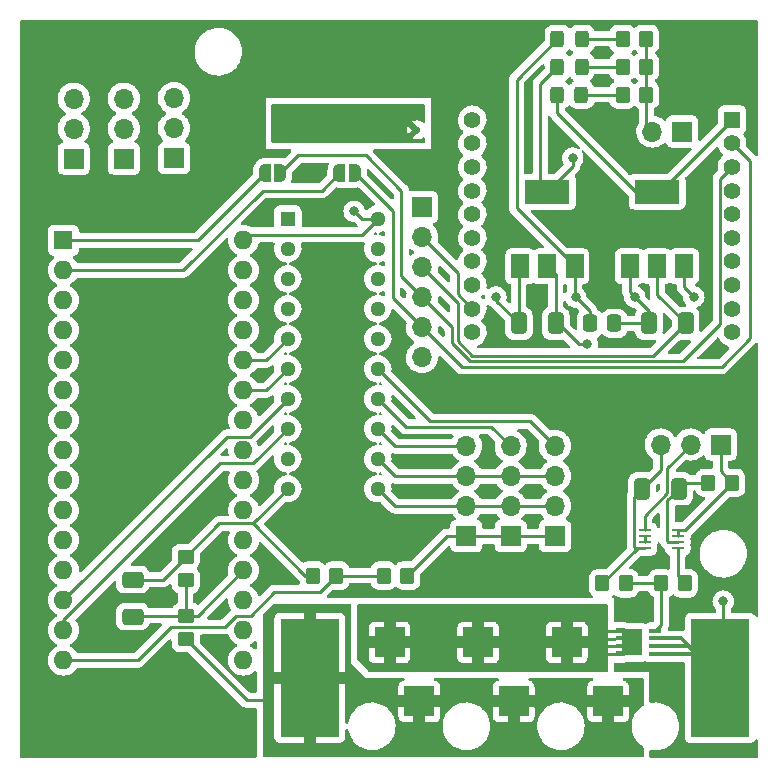
<source format=gbr>
%TF.GenerationSoftware,KiCad,Pcbnew,(5.99.0-9885-g7a8abcadd2)*%
%TF.CreationDate,2021-03-25T06:13:52-06:00*%
%TF.ProjectId,spinnybot-motherboad,7370696e-6e79-4626-9f74-2d6d6f746865,rev?*%
%TF.SameCoordinates,Original*%
%TF.FileFunction,Copper,L1,Top*%
%TF.FilePolarity,Positive*%
%FSLAX46Y46*%
G04 Gerber Fmt 4.6, Leading zero omitted, Abs format (unit mm)*
G04 Created by KiCad (PCBNEW (5.99.0-9885-g7a8abcadd2)) date 2021-03-25 06:13:52*
%MOMM*%
%LPD*%
G01*
G04 APERTURE LIST*
G04 Aperture macros list*
%AMRoundRect*
0 Rectangle with rounded corners*
0 $1 Rounding radius*
0 $2 $3 $4 $5 $6 $7 $8 $9 X,Y pos of 4 corners*
0 Add a 4 corners polygon primitive as box body*
4,1,4,$2,$3,$4,$5,$6,$7,$8,$9,$2,$3,0*
0 Add four circle primitives for the rounded corners*
1,1,$1+$1,$2,$3*
1,1,$1+$1,$4,$5*
1,1,$1+$1,$6,$7*
1,1,$1+$1,$8,$9*
0 Add four rect primitives between the rounded corners*
20,1,$1+$1,$2,$3,$4,$5,0*
20,1,$1+$1,$4,$5,$6,$7,0*
20,1,$1+$1,$6,$7,$8,$9,0*
20,1,$1+$1,$8,$9,$2,$3,0*%
%AMFreePoly0*
4,1,22,0.500000,-0.750000,0.000000,-0.750000,0.000000,-0.745033,-0.079941,-0.743568,-0.215256,-0.701293,-0.333266,-0.622738,-0.424486,-0.514219,-0.481581,-0.384460,-0.499164,-0.250000,-0.500000,-0.250000,-0.500000,0.250000,-0.499164,0.250000,-0.499963,0.256109,-0.478152,0.396186,-0.417904,0.524511,-0.324060,0.630769,-0.204165,0.706417,-0.067858,0.745374,0.000000,0.744959,0.000000,0.750000,
0.500000,0.750000,0.500000,-0.750000,0.500000,-0.750000,$1*%
%AMFreePoly1*
4,1,20,0.000000,0.744959,0.073905,0.744508,0.209726,0.703889,0.328688,0.626782,0.421226,0.519385,0.479903,0.390333,0.500000,0.250000,0.500000,-0.250000,0.499851,-0.262216,0.476331,-0.402017,0.414519,-0.529596,0.319384,-0.634700,0.198574,-0.708877,0.061801,-0.746166,0.000000,-0.745033,0.000000,-0.750000,-0.500000,-0.750000,-0.500000,0.750000,0.000000,0.750000,0.000000,0.744959,
0.000000,0.744959,$1*%
%AMFreePoly2*
4,1,21,1.372500,0.787500,0.862500,0.787500,0.862500,0.532500,1.372500,0.532500,1.372500,0.127500,0.862500,0.127500,0.862500,-0.127500,1.372500,-0.127500,1.372500,-0.532500,0.862500,-0.532500,0.862500,-0.787500,1.372500,-0.787500,1.372500,-1.195000,0.612500,-1.195000,0.612500,-1.117500,-0.862500,-1.117500,-0.862500,1.117500,0.612500,1.117500,0.612500,1.195000,1.372500,1.195000,
1.372500,0.787500,1.372500,0.787500,$1*%
G04 Aperture macros list end*
%TA.AperFunction,ComponentPad*%
%ADD10C,0.600000*%
%TD*%
%TA.AperFunction,SMDPad,CuDef*%
%ADD11RoundRect,0.250000X-0.350000X-0.450000X0.350000X-0.450000X0.350000X0.450000X-0.350000X0.450000X0*%
%TD*%
%TA.AperFunction,ComponentPad*%
%ADD12R,1.700000X1.700000*%
%TD*%
%TA.AperFunction,ComponentPad*%
%ADD13O,1.700000X1.700000*%
%TD*%
%TA.AperFunction,SMDPad,CuDef*%
%ADD14RoundRect,0.250000X0.325000X0.450000X-0.325000X0.450000X-0.325000X-0.450000X0.325000X-0.450000X0*%
%TD*%
%TA.AperFunction,SMDPad,CuDef*%
%ADD15RoundRect,0.250000X0.412500X0.650000X-0.412500X0.650000X-0.412500X-0.650000X0.412500X-0.650000X0*%
%TD*%
%TA.AperFunction,SMDPad,CuDef*%
%ADD16RoundRect,0.250000X0.450000X-0.350000X0.450000X0.350000X-0.450000X0.350000X-0.450000X-0.350000X0*%
%TD*%
%TA.AperFunction,SMDPad,CuDef*%
%ADD17RoundRect,0.250000X0.650000X-0.412500X0.650000X0.412500X-0.650000X0.412500X-0.650000X-0.412500X0*%
%TD*%
%TA.AperFunction,SMDPad,CuDef*%
%ADD18R,1.120000X0.270000*%
%TD*%
%TA.AperFunction,SMDPad,CuDef*%
%ADD19R,5.000000X10.000000*%
%TD*%
%TA.AperFunction,SMDPad,CuDef*%
%ADD20R,2.500000X2.500000*%
%TD*%
%TA.AperFunction,ComponentPad*%
%ADD21R,1.295400X1.295400*%
%TD*%
%TA.AperFunction,ComponentPad*%
%ADD22C,1.295400*%
%TD*%
%TA.AperFunction,SMDPad,CuDef*%
%ADD23FreePoly0,180.000000*%
%TD*%
%TA.AperFunction,SMDPad,CuDef*%
%ADD24FreePoly1,180.000000*%
%TD*%
%TA.AperFunction,SMDPad,CuDef*%
%ADD25R,1.500000X2.000000*%
%TD*%
%TA.AperFunction,SMDPad,CuDef*%
%ADD26R,3.800000X2.000000*%
%TD*%
%TA.AperFunction,SMDPad,CuDef*%
%ADD27R,0.990000X0.405000*%
%TD*%
%TA.AperFunction,SMDPad,CuDef*%
%ADD28FreePoly2,180.000000*%
%TD*%
%TA.AperFunction,SMDPad,CuDef*%
%ADD29RoundRect,0.250000X0.350000X0.450000X-0.350000X0.450000X-0.350000X-0.450000X0.350000X-0.450000X0*%
%TD*%
%TA.AperFunction,SMDPad,CuDef*%
%ADD30FreePoly0,0.000000*%
%TD*%
%TA.AperFunction,SMDPad,CuDef*%
%ADD31FreePoly1,0.000000*%
%TD*%
%TA.AperFunction,ComponentPad*%
%ADD32R,1.600000X1.600000*%
%TD*%
%TA.AperFunction,ComponentPad*%
%ADD33O,1.600000X1.600000*%
%TD*%
%TA.AperFunction,SMDPad,CuDef*%
%ADD34RoundRect,0.250000X0.337500X0.475000X-0.337500X0.475000X-0.337500X-0.475000X0.337500X-0.475000X0*%
%TD*%
%TA.AperFunction,ComponentPad*%
%ADD35R,1.400000X1.400000*%
%TD*%
%TA.AperFunction,ComponentPad*%
%ADD36C,1.400000*%
%TD*%
%TA.AperFunction,ViaPad*%
%ADD37C,0.800000*%
%TD*%
%TA.AperFunction,Conductor*%
%ADD38C,0.250000*%
%TD*%
%TA.AperFunction,Conductor*%
%ADD39C,0.300000*%
%TD*%
G04 APERTURE END LIST*
D10*
%TO.P,TP1,1*%
%TO.N,GND*%
X110290146Y-60613486D03*
%TD*%
D11*
%TO.P,R10,1*%
%TO.N,GND*%
X126000000Y-99000000D03*
%TO.P,R10,2*%
%TO.N,/FET_G*%
X128000000Y-99000000D03*
%TD*%
D12*
%TO.P,J15,1,MOSI*%
%TO.N,/MISO_5V*%
X122000000Y-95000000D03*
D13*
%TO.P,J15,2,MISO*%
%TO.N,/SCK_5V*%
X122000000Y-92460000D03*
%TO.P,J15,3,SCK*%
%TO.N,/MOSI_5V*%
X122000000Y-89920000D03*
%TO.P,J15,4,CS*%
%TO.N,/CS3_5V*%
X122000000Y-87380000D03*
%TD*%
D14*
%TO.P,D2,1,K*%
%TO.N,Net-(D2-Pad1)*%
X124263690Y-55250000D03*
%TO.P,D2,2,A*%
%TO.N,+5V*%
X122213690Y-55250000D03*
%TD*%
D15*
%TO.P,C5,1*%
%TO.N,/DFF_RESET*%
X132500000Y-91000000D03*
%TO.P,C5,2*%
%TO.N,GND*%
X129375000Y-91000000D03*
%TD*%
%TO.P,C1,1*%
%TO.N,+3V3*%
X133062500Y-77000000D03*
%TO.P,C1,2*%
%TO.N,GND*%
X129937500Y-77000000D03*
%TD*%
D16*
%TO.P,R6,1*%
%TO.N,/12V_SENSE*%
X90750000Y-98750000D03*
%TO.P,R6,2*%
%TO.N,GND*%
X90750000Y-96750000D03*
%TD*%
D17*
%TO.P,C4,1*%
%TO.N,/12V_SENSE*%
X86250000Y-101812500D03*
%TO.P,C4,2*%
%TO.N,GND*%
X86250000Y-98687500D03*
%TD*%
D12*
%TO.P,J3,1,Pin_1*%
%TO.N,/LEDSTRIP2_DATA*%
X89750000Y-63010000D03*
D13*
%TO.P,J3,2,Pin_2*%
%TO.N,+5V*%
X89750000Y-60470000D03*
%TO.P,J3,3,Pin_3*%
%TO.N,/MOTOR_NEG*%
X89750000Y-57930000D03*
%TD*%
D18*
%TO.P,U4,1,CLK*%
%TO.N,/SWITCH*%
X129595000Y-94500000D03*
%TO.P,U4,2,D*%
%TO.N,/D_QN*%
X129595000Y-95000000D03*
%TO.P,U4,3,~Q*%
X129595000Y-95500000D03*
%TO.P,U4,4,GND*%
%TO.N,GND*%
X129595000Y-96000000D03*
%TO.P,U4,5,Q*%
%TO.N,/DFF_Q*%
X132405000Y-96000000D03*
%TO.P,U4,6,~CLR*%
%TO.N,/DFF_RESET*%
X132405000Y-95500000D03*
%TO.P,U4,7,~PRE*%
%TO.N,+5V*%
X132405000Y-95000000D03*
%TO.P,U4,8,VCC*%
X132405000Y-94500000D03*
%TD*%
D16*
%TO.P,R4,1*%
%TO.N,+12V*%
X90750000Y-103750000D03*
%TO.P,R4,2*%
%TO.N,/12V_SENSE*%
X90750000Y-101750000D03*
%TD*%
D19*
%TO.P,J7,1,Pin_1*%
%TO.N,+12V*%
X101250000Y-107000000D03*
%TD*%
D20*
%TO.P,J8,1,Pin_1*%
%TO.N,+12V*%
X110512500Y-109000000D03*
%TD*%
D21*
%TO.P,U1,1,\u002AOE1*%
%TO.N,GND*%
X99380000Y-68140000D03*
D22*
%TO.P,U1,2,A1*%
%TO.N,unconnected-(U1-Pad2)*%
X99380000Y-70680000D03*
%TO.P,U1,3,A2*%
%TO.N,unconnected-(U1-Pad3)*%
X99380000Y-73220000D03*
%TO.P,U1,4,A3*%
%TO.N,unconnected-(U1-Pad4)*%
X99380000Y-75760000D03*
%TO.P,U1,5,A4*%
%TO.N,/CS3_3V3*%
X99380000Y-78300000D03*
%TO.P,U1,6,A5*%
%TO.N,/CS2_3V3*%
X99380000Y-80840000D03*
%TO.P,U1,7,A6*%
%TO.N,/CS1_3V3*%
X99380000Y-83380000D03*
%TO.P,U1,8,A7*%
%TO.N,/MOSI_3V3*%
X99380000Y-85920000D03*
%TO.P,U1,9,A8*%
%TO.N,/SCK_3V3*%
X99380000Y-88460000D03*
%TO.P,U1,10,GND*%
%TO.N,GND*%
X99380000Y-91000000D03*
%TO.P,U1,11,Y8*%
%TO.N,/SCK_5V*%
X107000000Y-91000000D03*
%TO.P,U1,12,Y7*%
%TO.N,/MOSI_5V*%
X107000000Y-88460000D03*
%TO.P,U1,13,Y6*%
%TO.N,/CS1_5V*%
X107000000Y-85920000D03*
%TO.P,U1,14,Y5*%
%TO.N,/CS2_5V*%
X107000000Y-83380000D03*
%TO.P,U1,15,Y4*%
%TO.N,/CS3_5V*%
X107000000Y-80840000D03*
%TO.P,U1,16,Y3*%
%TO.N,unconnected-(U1-Pad16)*%
X107000000Y-78300000D03*
%TO.P,U1,17,Y2*%
%TO.N,unconnected-(U1-Pad17)*%
X107000000Y-75760000D03*
%TO.P,U1,18,Y1*%
%TO.N,unconnected-(U1-Pad18)*%
X107000000Y-73220000D03*
%TO.P,U1,19,\u002AOE2*%
%TO.N,GND*%
X107000000Y-70680000D03*
%TO.P,U1,20,VCC*%
%TO.N,+5V*%
X107000000Y-68140000D03*
%TD*%
D23*
%TO.P,JP1,1,A*%
%TO.N,/XBEE_TX*%
X105050000Y-64250000D03*
D24*
%TO.P,JP1,2,B*%
%TO.N,Net-(A1-Pad2)*%
X103750000Y-64250000D03*
%TD*%
D20*
%TO.P,J9,1,Pin_1*%
%TO.N,/MOTOR_NEG*%
X108000000Y-104000000D03*
%TD*%
%TO.P,J14,1,Pin_1*%
%TO.N,+12V*%
X118506250Y-109000000D03*
%TD*%
D14*
%TO.P,D3,1,K*%
%TO.N,Net-(D3-Pad1)*%
X124238690Y-57650000D03*
%TO.P,D3,2,A*%
%TO.N,+3V3*%
X122188690Y-57650000D03*
%TD*%
D15*
%TO.P,C2,1*%
%TO.N,+5V*%
X122062500Y-77000000D03*
%TO.P,C2,2*%
%TO.N,GND*%
X118937500Y-77000000D03*
%TD*%
D25*
%TO.P,U3,1,GND*%
%TO.N,GND*%
X128341666Y-72150000D03*
D26*
%TO.P,U3,2,VO*%
%TO.N,+3V3*%
X130641666Y-65850000D03*
D25*
X130641666Y-72150000D03*
%TO.P,U3,3,VI*%
%TO.N,+12V*%
X132941666Y-72150000D03*
%TD*%
D11*
%TO.P,R3,1*%
%TO.N,Net-(D1-Pad1)*%
X127726190Y-52900000D03*
%TO.P,R3,2*%
%TO.N,GND*%
X129726190Y-52900000D03*
%TD*%
D27*
%TO.P,Q1,1,S*%
%TO.N,GND*%
X130492500Y-104990000D03*
%TO.P,Q1,2,S*%
X130492500Y-104330000D03*
%TO.P,Q1,3,S*%
X130492500Y-103670000D03*
%TO.P,Q1,4,G*%
%TO.N,/FET_G*%
X130492500Y-103010000D03*
D28*
%TO.P,Q1,5,D*%
%TO.N,/MOTOR_NEG*%
X128500000Y-104000000D03*
%TD*%
D11*
%TO.P,R8,1*%
%TO.N,/FET_G*%
X131000000Y-99000000D03*
%TO.P,R8,2*%
%TO.N,/DFF_Q*%
X133000000Y-99000000D03*
%TD*%
D12*
%TO.P,J1,1,Pin_1*%
%TO.N,/LEDSTRIP1_DATA*%
X81250000Y-63040000D03*
D13*
%TO.P,J1,2,Pin_2*%
%TO.N,+5V*%
X81250000Y-60500000D03*
%TO.P,J1,3,Pin_3*%
%TO.N,/MOTOR_NEG*%
X81250000Y-57960000D03*
%TD*%
D12*
%TO.P,J6,1,Pin_1*%
%TO.N,+5V*%
X136025000Y-87250000D03*
D13*
%TO.P,J6,2,Pin_2*%
%TO.N,/SWITCH*%
X133485000Y-87250000D03*
%TO.P,J6,3,Pin_3*%
%TO.N,GND*%
X130945000Y-87250000D03*
%TD*%
D12*
%TO.P,J4,1,Pin_1*%
%TO.N,/XBEE_RESET*%
X132775000Y-60750000D03*
D13*
%TO.P,J4,2,Pin_2*%
%TO.N,GND*%
X130235000Y-60750000D03*
%TD*%
D29*
%TO.P,R5,1*%
%TO.N,/MISO_3V3*%
X103500000Y-98350000D03*
%TO.P,R5,2*%
%TO.N,GND*%
X101500000Y-98350000D03*
%TD*%
D30*
%TO.P,JP2,1,A*%
%TO.N,Net-(A1-Pad1)*%
X97450000Y-64250000D03*
D31*
%TO.P,JP2,2,B*%
%TO.N,/XBEE_RX*%
X98750000Y-64250000D03*
%TD*%
D32*
%TO.P,A1,1,D1/TX*%
%TO.N,Net-(A1-Pad1)*%
X80390000Y-69950000D03*
D33*
%TO.P,A1,2,D0/RX*%
%TO.N,Net-(A1-Pad2)*%
X80390000Y-72490000D03*
%TO.P,A1,3,~RESET*%
%TO.N,unconnected-(A1-Pad3)*%
X80390000Y-75030000D03*
%TO.P,A1,4,GND*%
%TO.N,GND*%
X80390000Y-77570000D03*
%TO.P,A1,5,D2*%
%TO.N,unconnected-(A1-Pad5)*%
X80390000Y-80110000D03*
%TO.P,A1,6,D3*%
%TO.N,unconnected-(A1-Pad6)*%
X80390000Y-82650000D03*
%TO.P,A1,7,D4*%
%TO.N,unconnected-(A1-Pad7)*%
X80390000Y-85190000D03*
%TO.P,A1,8,D5*%
%TO.N,/LEDSTRIP1_DATA*%
X80390000Y-87730000D03*
%TO.P,A1,9,D6*%
%TO.N,/LEDSTRIP3_DATA*%
X80390000Y-90270000D03*
%TO.P,A1,10,D7*%
%TO.N,/LEDSTRIP2_DATA*%
X80390000Y-92810000D03*
%TO.P,A1,11,D8*%
%TO.N,unconnected-(A1-Pad11)*%
X80390000Y-95350000D03*
%TO.P,A1,12,D9*%
%TO.N,unconnected-(A1-Pad12)*%
X80390000Y-97890000D03*
%TO.P,A1,13,D10*%
%TO.N,/CS1_3V3*%
X80390000Y-100430000D03*
%TO.P,A1,14,D11*%
%TO.N,/MOSI_3V3*%
X80390000Y-102970000D03*
%TO.P,A1,15,D12*%
%TO.N,/MISO_3V3*%
X80390000Y-105510000D03*
%TO.P,A1,16,D13*%
%TO.N,/SCK_3V3*%
X95630000Y-105510000D03*
%TO.P,A1,17,3V3*%
%TO.N,unconnected-(A1-Pad17)*%
X95630000Y-102970000D03*
%TO.P,A1,18,AREF*%
%TO.N,unconnected-(A1-Pad18)*%
X95630000Y-100430000D03*
%TO.P,A1,19,A0*%
%TO.N,/12V_SENSE*%
X95630000Y-97890000D03*
%TO.P,A1,20,A1*%
%TO.N,unconnected-(A1-Pad20)*%
X95630000Y-95350000D03*
%TO.P,A1,21,A2*%
%TO.N,unconnected-(A1-Pad21)*%
X95630000Y-92810000D03*
%TO.P,A1,22,A3*%
%TO.N,unconnected-(A1-Pad22)*%
X95630000Y-90270000D03*
%TO.P,A1,23,A4*%
%TO.N,unconnected-(A1-Pad23)*%
X95630000Y-87730000D03*
%TO.P,A1,24,A5*%
%TO.N,unconnected-(A1-Pad24)*%
X95630000Y-85190000D03*
%TO.P,A1,25,A6*%
%TO.N,/CS2_3V3*%
X95630000Y-82650000D03*
%TO.P,A1,26,A7*%
%TO.N,/CS3_3V3*%
X95630000Y-80110000D03*
%TO.P,A1,27,+5V*%
%TO.N,unconnected-(A1-Pad27)*%
X95630000Y-77570000D03*
%TO.P,A1,28,~RESET*%
%TO.N,unconnected-(A1-Pad28)*%
X95630000Y-75030000D03*
%TO.P,A1,29,GND*%
%TO.N,GND*%
X95630000Y-72490000D03*
%TO.P,A1,30,VIN*%
%TO.N,+5V*%
X95630000Y-69950000D03*
%TD*%
D11*
%TO.P,R2,1*%
%TO.N,Net-(D3-Pad1)*%
X127726190Y-57650000D03*
%TO.P,R2,2*%
%TO.N,GND*%
X129726190Y-57650000D03*
%TD*%
D12*
%TO.P,J2,1,Pin_1*%
%TO.N,/LEDSTRIP3_DATA*%
X85500000Y-63040000D03*
D13*
%TO.P,J2,2,Pin_2*%
%TO.N,+5V*%
X85500000Y-60500000D03*
%TO.P,J2,3,Pin_3*%
%TO.N,/MOTOR_NEG*%
X85500000Y-57960000D03*
%TD*%
D29*
%TO.P,R7,1*%
%TO.N,/MISO_5V*%
X109500000Y-98350000D03*
%TO.P,R7,2*%
%TO.N,/MISO_3V3*%
X107500000Y-98350000D03*
%TD*%
D34*
%TO.P,C3,1*%
%TO.N,GND*%
X127037500Y-77000000D03*
%TO.P,C3,2*%
%TO.N,+12V*%
X124962500Y-77000000D03*
%TD*%
D12*
%TO.P,J5,1,Pin_1*%
%TO.N,GND*%
X110750000Y-67150000D03*
D13*
%TO.P,J5,2,Pin_2*%
%TO.N,/CTS#*%
X110750000Y-69690000D03*
%TO.P,J5,3,Pin_3*%
%TO.N,+3V3*%
X110750000Y-72230000D03*
%TO.P,J5,4,Pin_4*%
%TO.N,/XBEE_RX*%
X110750000Y-74770000D03*
%TO.P,J5,5,Pin_5*%
%TO.N,/XBEE_TX*%
X110750000Y-77310000D03*
%TO.P,J5,6,Pin_6*%
%TO.N,/RTS#*%
X110750000Y-79850000D03*
%TD*%
D12*
%TO.P,J17,1,MOSI*%
%TO.N,/MISO_5V*%
X114500000Y-95000000D03*
D13*
%TO.P,J17,2,MISO*%
%TO.N,/SCK_5V*%
X114500000Y-92460000D03*
%TO.P,J17,3,SCL*%
%TO.N,/MOSI_5V*%
X114500000Y-89920000D03*
%TO.P,J17,4,CS*%
%TO.N,/CS1_5V*%
X114500000Y-87380000D03*
%TD*%
D29*
%TO.P,R9,1*%
%TO.N,+5V*%
X137000000Y-90500000D03*
%TO.P,R9,2*%
%TO.N,/DFF_RESET*%
X135000000Y-90500000D03*
%TD*%
D20*
%TO.P,J10,1,Pin_1*%
%TO.N,/MOTOR_NEG*%
X115500000Y-104000000D03*
%TD*%
D11*
%TO.P,R1,1*%
%TO.N,Net-(D2-Pad1)*%
X127726190Y-55250000D03*
%TO.P,R1,2*%
%TO.N,GND*%
X129726190Y-55250000D03*
%TD*%
D14*
%TO.P,D1,1,K*%
%TO.N,Net-(D1-Pad1)*%
X124263690Y-52900000D03*
%TO.P,D1,2,A*%
%TO.N,+12V*%
X122213690Y-52900000D03*
%TD*%
D20*
%TO.P,J11,1,Pin_1*%
%TO.N,+12V*%
X126500000Y-109000000D03*
%TD*%
D25*
%TO.P,U2,1,GND*%
%TO.N,GND*%
X119058333Y-72150000D03*
%TO.P,U2,2,VO*%
%TO.N,+5V*%
X121358333Y-72150000D03*
D26*
X121358333Y-65850000D03*
D25*
%TO.P,U2,3,VI*%
%TO.N,+12V*%
X123658333Y-72150000D03*
%TD*%
D20*
%TO.P,J12,1,Pin_1*%
%TO.N,/MOTOR_NEG*%
X123000000Y-104000000D03*
%TD*%
D19*
%TO.P,J13,1,Pin_1*%
%TO.N,GND*%
X136000000Y-107000000D03*
%TD*%
D12*
%TO.P,J16,1,MOSI*%
%TO.N,/MISO_5V*%
X118250000Y-95000000D03*
D13*
%TO.P,J16,2,MISO*%
%TO.N,/SCK_5V*%
X118250000Y-92460000D03*
%TO.P,J16,3,SCL*%
%TO.N,/MOSI_5V*%
X118250000Y-89920000D03*
%TO.P,J16,4,CS*%
%TO.N,/CS2_5V*%
X118250000Y-87380000D03*
%TD*%
D35*
%TO.P,U5,1,VCC*%
%TO.N,+3V3*%
X137000000Y-59750000D03*
D36*
%TO.P,U5,2,DOUT/DIO13*%
%TO.N,/XBEE_TX*%
X137000000Y-61750000D03*
%TO.P,U5,3,DIN/NCONFIG/DIO14*%
%TO.N,/XBEE_RX*%
X137000000Y-63750000D03*
%TO.P,U5,4,DIO12/SPI_MISO*%
%TO.N,unconnected-(U5-Pad4)*%
X137000000Y-65750000D03*
%TO.P,U5,5,~RESET*%
%TO.N,/XBEE_RESET*%
X137000000Y-67750000D03*
%TO.P,U5,6,DIO10/PWM0*%
%TO.N,unconnected-(U5-Pad6)*%
X137000000Y-69750000D03*
%TO.P,U5,7,DIO11/PWM1*%
%TO.N,unconnected-(U5-Pad7)*%
X137000000Y-71750000D03*
%TO.P,U5,8*%
%TO.N,N/C*%
X137000000Y-73750000D03*
%TO.P,U5,9,NDTR/SLEEP_RQ/DIO8*%
%TO.N,unconnected-(U5-Pad9)*%
X137000000Y-75750000D03*
%TO.P,U5,10,GND*%
%TO.N,GND*%
X137000000Y-77750000D03*
%TO.P,U5,11,DIO4/SPI_MOSI*%
%TO.N,unconnected-(U5-Pad11)*%
X115000000Y-77750000D03*
%TO.P,U5,12,NCTS/DIO7*%
%TO.N,/CTS#*%
X115000000Y-75750000D03*
%TO.P,U5,13,ON_NSLEEP/DIO9*%
%TO.N,unconnected-(U5-Pad13)*%
X115000000Y-73750000D03*
%TO.P,U5,14,VREF*%
%TO.N,unconnected-(U5-Pad14)*%
X115000000Y-71750000D03*
%TO.P,U5,15,ASSOCIATE/DIO5*%
%TO.N,unconnected-(U5-Pad15)*%
X115000000Y-69750000D03*
%TO.P,U5,16,NRTS/DIO6*%
%TO.N,/RTS#*%
X115000000Y-67750000D03*
%TO.P,U5,17,AD3/DIO3/SPI_NSSEL*%
%TO.N,unconnected-(U5-Pad17)*%
X115000000Y-65750000D03*
%TO.P,U5,18,AD2/DIO2/SPI_CLK*%
%TO.N,unconnected-(U5-Pad18)*%
X115000000Y-63750000D03*
%TO.P,U5,19,AD1/DIO1/SPI_NATTN*%
%TO.N,unconnected-(U5-Pad19)*%
X115000000Y-61750000D03*
%TO.P,U5,20,AD0/DIO0*%
%TO.N,unconnected-(U5-Pad20)*%
X115000000Y-59750000D03*
%TD*%
D37*
%TO.N,+5V*%
X124750000Y-78750000D03*
X123500000Y-63000000D03*
X105000000Y-67500000D03*
%TO.N,GND*%
X128750000Y-74750000D03*
X136250000Y-100500000D03*
X117000000Y-74750000D03*
%TO.N,+12V*%
X123750000Y-74750000D03*
X133750000Y-74750000D03*
X115900000Y-107700000D03*
%TO.N,/MOTOR_NEG*%
X111700000Y-105800000D03*
%TD*%
D38*
%TO.N,/MISO_3V3*%
X86690000Y-105510000D02*
X80390000Y-105510000D01*
X103500000Y-98350000D02*
X102100000Y-99750000D01*
X94050000Y-102700000D02*
X89500000Y-102700000D01*
X95000000Y-101750000D02*
X94050000Y-102700000D01*
X98250000Y-99750000D02*
X96250000Y-101750000D01*
X103500000Y-98350000D02*
X107500000Y-98350000D01*
X102100000Y-99750000D02*
X98250000Y-99750000D01*
X89500000Y-102700000D02*
X86690000Y-105510000D01*
X96250000Y-101750000D02*
X95000000Y-101750000D01*
%TO.N,+5V*%
X107000000Y-68140000D02*
X105640000Y-68140000D01*
X123500000Y-63000000D02*
X123500000Y-63708333D01*
X120750000Y-56713690D02*
X122213690Y-55250000D01*
X122062500Y-72854167D02*
X121358333Y-72150000D01*
X122062500Y-77000000D02*
X122062500Y-72854167D01*
X136025000Y-89525000D02*
X137000000Y-90500000D01*
X96080000Y-69500000D02*
X105640000Y-69500000D01*
X124000000Y-78750000D02*
X124750000Y-78750000D01*
X136025000Y-87250000D02*
X136025000Y-89525000D01*
X132405000Y-94500000D02*
X133000000Y-94500000D01*
X120750000Y-65241667D02*
X120750000Y-56713690D01*
X105640000Y-68140000D02*
X105000000Y-67500000D01*
X132405000Y-95000000D02*
X132405000Y-94500000D01*
X105640000Y-69500000D02*
X107000000Y-68140000D01*
X133000000Y-94500000D02*
X137000000Y-90500000D01*
X122250000Y-77000000D02*
X124000000Y-78750000D01*
X123500000Y-63708333D02*
X121358333Y-65850000D01*
%TO.N,/MOSI_3V3*%
X80390000Y-102970000D02*
X80390000Y-102140899D01*
X80390000Y-102140899D02*
X93675888Y-88855011D01*
X93675888Y-88855011D02*
X96444989Y-88855011D01*
X96444989Y-88855011D02*
X99380000Y-85920000D01*
%TO.N,GND*%
X129726190Y-52900000D02*
X129726190Y-55250000D01*
X128750000Y-74750000D02*
X129937500Y-75937500D01*
X128341666Y-74341666D02*
X128750000Y-74750000D01*
X128341666Y-72150000D02*
X128341666Y-74341666D01*
X128709989Y-91665011D02*
X128709989Y-95895009D01*
D39*
X130492500Y-104330000D02*
X133330000Y-104330000D01*
D38*
X88812500Y-98687500D02*
X90750000Y-96750000D01*
X86250000Y-98687500D02*
X88812500Y-98687500D01*
X128814980Y-96000000D02*
X129595000Y-96000000D01*
X96444989Y-93935011D02*
X99380000Y-91000000D01*
X129726190Y-57650000D02*
X129726190Y-60241190D01*
X96444989Y-93935011D02*
X100859978Y-98350000D01*
X130945000Y-87250000D02*
X130945000Y-89430000D01*
X118937500Y-77000000D02*
X118937500Y-72270833D01*
D39*
X130492500Y-104990000D02*
X133990000Y-104990000D01*
X130492500Y-103670000D02*
X132670000Y-103670000D01*
D38*
X133330000Y-104330000D02*
X136000000Y-107000000D01*
X93564989Y-93935011D02*
X96444989Y-93935011D01*
X117000000Y-75062500D02*
X117000000Y-74750000D01*
X129000000Y-96000000D02*
X126000000Y-99000000D01*
X129937500Y-75937500D02*
X129937500Y-77000000D01*
X128709989Y-95895009D02*
X128814980Y-96000000D01*
D39*
X132670000Y-103670000D02*
X136000000Y-107000000D01*
D38*
X129726190Y-55250000D02*
X129726190Y-57650000D01*
X100859978Y-98350000D02*
X101500000Y-98350000D01*
X130945000Y-89430000D02*
X129375000Y-91000000D01*
X136250000Y-100500000D02*
X136250000Y-106750000D01*
X129937500Y-77000000D02*
X127037500Y-77000000D01*
X129375000Y-91000000D02*
X128709989Y-91665011D01*
X118937500Y-77000000D02*
X117000000Y-75062500D01*
X90750000Y-96750000D02*
X93564989Y-93935011D01*
%TO.N,/FET_G*%
X131000000Y-99000000D02*
X131000000Y-102502500D01*
X128000000Y-99000000D02*
X131000000Y-99000000D01*
X131000000Y-102502500D02*
X130492500Y-103010000D01*
%TO.N,/CS3_3V3*%
X95630000Y-80110000D02*
X97570000Y-80110000D01*
X97570000Y-80110000D02*
X99380000Y-78300000D01*
%TO.N,/CS2_3V3*%
X95630000Y-82650000D02*
X97570000Y-82650000D01*
X97570000Y-82650000D02*
X99380000Y-80840000D01*
%TO.N,/CS1_3V3*%
X96155011Y-86604989D02*
X99380000Y-83380000D01*
X94215011Y-86604989D02*
X96155011Y-86604989D01*
X80390000Y-100430000D02*
X94215011Y-86604989D01*
%TO.N,Net-(A1-Pad2)*%
X90510000Y-72490000D02*
X97250000Y-65750000D01*
X97250000Y-65750000D02*
X102250000Y-65750000D01*
X80390000Y-72490000D02*
X90510000Y-72490000D01*
X102250000Y-65750000D02*
X103750000Y-64250000D01*
%TO.N,Net-(A1-Pad1)*%
X80390000Y-69950000D02*
X91750000Y-69950000D01*
X91750000Y-69950000D02*
X97450000Y-64250000D01*
%TO.N,+12V*%
X124962500Y-75962500D02*
X124962500Y-77000000D01*
X123750000Y-74750000D02*
X123658333Y-74658333D01*
X123658333Y-74658333D02*
X123658333Y-72150000D01*
X95900000Y-108900000D02*
X97500000Y-108900000D01*
X90750000Y-103750000D02*
X95900000Y-108900000D01*
X118750000Y-67241667D02*
X118750000Y-56363690D01*
X132941666Y-73941666D02*
X132941666Y-72150000D01*
X123658333Y-72150000D02*
X118750000Y-67241667D01*
X118750000Y-56363690D02*
X122213690Y-52900000D01*
X133750000Y-74750000D02*
X132941666Y-73941666D01*
X123750000Y-74750000D02*
X124962500Y-75962500D01*
%TO.N,+3V3*%
X133062500Y-77000000D02*
X130312500Y-79750000D01*
X133062500Y-77000000D02*
X130641666Y-74579166D01*
X130641666Y-65850000D02*
X128850000Y-65850000D01*
X128850000Y-65850000D02*
X122188690Y-59188690D01*
X130641666Y-74579166D02*
X130641666Y-72150000D01*
X113750000Y-78500000D02*
X113750000Y-75230000D01*
X130900000Y-65850000D02*
X137000000Y-59750000D01*
X122188690Y-59188690D02*
X122188690Y-57650000D01*
X113750000Y-75230000D02*
X110750000Y-72230000D01*
X130312500Y-79750000D02*
X115000000Y-79750000D01*
X115000000Y-79750000D02*
X113750000Y-78500000D01*
%TO.N,Net-(D1-Pad1)*%
X127726190Y-52900000D02*
X124263690Y-52900000D01*
%TO.N,Net-(D2-Pad1)*%
X127726190Y-55250000D02*
X124263690Y-55250000D01*
%TO.N,Net-(D3-Pad1)*%
X127726190Y-57650000D02*
X124238690Y-57650000D01*
%TO.N,/SCK_5V*%
X118250000Y-92460000D02*
X114500000Y-92460000D01*
X122000000Y-92460000D02*
X118250000Y-92460000D01*
X108460000Y-92460000D02*
X107000000Y-91000000D01*
X114500000Y-92460000D02*
X108460000Y-92460000D01*
%TO.N,/MISO_5V*%
X118250000Y-95000000D02*
X114500000Y-95000000D01*
X122000000Y-95000000D02*
X118250000Y-95000000D01*
X112850000Y-95000000D02*
X109500000Y-98350000D01*
X114500000Y-95000000D02*
X112850000Y-95000000D01*
%TO.N,/MOSI_5V*%
X108460000Y-89920000D02*
X107000000Y-88460000D01*
X114500000Y-89920000D02*
X108460000Y-89920000D01*
X122000000Y-89920000D02*
X118250000Y-89920000D01*
X118250000Y-89920000D02*
X114500000Y-89920000D01*
%TO.N,/CS2_5V*%
X116620000Y-85750000D02*
X109370000Y-85750000D01*
X109370000Y-85750000D02*
X107000000Y-83380000D01*
X118250000Y-87380000D02*
X116620000Y-85750000D01*
%TO.N,/12V_SENSE*%
X90750000Y-101750000D02*
X86312500Y-101750000D01*
X90750000Y-101750000D02*
X91770000Y-101750000D01*
X90750000Y-98750000D02*
X90750000Y-101750000D01*
X91770000Y-101750000D02*
X95630000Y-97890000D01*
%TO.N,/SWITCH*%
X131512480Y-91351108D02*
X129595000Y-93268588D01*
X133485000Y-87250000D02*
X131512480Y-89222520D01*
X131512480Y-89222520D02*
X131512480Y-91351108D01*
X129595000Y-93268588D02*
X129595000Y-94500000D01*
%TO.N,/CS3_5V*%
X122000000Y-87380000D02*
X119919989Y-85299989D01*
X111459989Y-85299989D02*
X107000000Y-80840000D01*
X119919989Y-85299989D02*
X111459989Y-85299989D01*
%TO.N,/D_QN*%
X129595000Y-95000000D02*
X129595000Y-95500000D01*
%TO.N,/CS1_5V*%
X114500000Y-87380000D02*
X108460000Y-87380000D01*
X108460000Y-87380000D02*
X107000000Y-85920000D01*
%TO.N,/XBEE_TX*%
X136108487Y-80650022D02*
X138500000Y-78258509D01*
X114090022Y-80650022D02*
X136108487Y-80650022D01*
X138500000Y-63250000D02*
X137000000Y-61750000D01*
X105050000Y-64250000D02*
X108250000Y-67450000D01*
X108250000Y-74810000D02*
X110750000Y-77310000D01*
X110750000Y-77310000D02*
X114090022Y-80650022D01*
X108250000Y-67450000D02*
X108250000Y-74810000D01*
X138500000Y-78258509D02*
X138500000Y-63250000D01*
%TO.N,/DFF_Q*%
X132405000Y-96000000D02*
X132405000Y-98405000D01*
X132405000Y-98405000D02*
X133000000Y-99000000D01*
%TO.N,/DFF_RESET*%
X131595000Y-95500000D02*
X131519989Y-95424989D01*
X131519989Y-91980011D02*
X132500000Y-91000000D01*
X132405000Y-95500000D02*
X131595000Y-95500000D01*
X135000000Y-90500000D02*
X133000000Y-90500000D01*
X131519989Y-95424989D02*
X131519989Y-91980011D01*
%TO.N,/MOTOR_NEG*%
X126000000Y-104300000D02*
X126000000Y-105000000D01*
X126000000Y-103000000D02*
X127100000Y-103000000D01*
X126000000Y-105000000D02*
X127100000Y-105000000D01*
X126000000Y-104300000D02*
X127100000Y-104300000D01*
X126000000Y-103700000D02*
X127100000Y-103700000D01*
X126000000Y-103000000D02*
X126000000Y-104300000D01*
X123000000Y-104000000D02*
X126000000Y-104000000D01*
%TO.N,/XBEE_RX*%
X114813600Y-80200011D02*
X132799989Y-80200011D01*
X98750000Y-64250000D02*
X100250000Y-62750000D01*
X109000000Y-73020000D02*
X110750000Y-74770000D01*
X100250000Y-62750000D02*
X106000000Y-62750000D01*
X135974989Y-64775011D02*
X137000000Y-63750000D01*
X109000000Y-65750000D02*
X109000000Y-73020000D01*
X106000000Y-62750000D02*
X109000000Y-65750000D01*
X113299989Y-77319989D02*
X113299989Y-78686401D01*
X113299989Y-78686401D02*
X114813600Y-80200011D01*
X110750000Y-74770000D02*
X113299989Y-77319989D01*
X135974989Y-77025011D02*
X135974989Y-64775011D01*
X132799989Y-80200011D02*
X135974989Y-77025011D01*
%TO.N,/CTS#*%
X110750000Y-69690000D02*
X113750000Y-72690000D01*
X113750000Y-72690000D02*
X113750000Y-74500000D01*
X113750000Y-74500000D02*
X115000000Y-75750000D01*
%TD*%
%TA.AperFunction,Conductor*%
%TO.N,/MOTOR_NEG*%
G36*
X126442121Y-100770002D02*
G01*
X126488614Y-100823658D01*
X126500000Y-100876000D01*
X126500000Y-106374000D01*
X126479998Y-106442121D01*
X126426342Y-106488614D01*
X126374000Y-106500000D01*
X106302190Y-106500000D01*
X106234069Y-106479998D01*
X106213095Y-106463095D01*
X105286905Y-105536905D01*
X105252879Y-105474593D01*
X105250000Y-105447810D01*
X105250000Y-104513548D01*
X106237000Y-104513548D01*
X106237000Y-105247743D01*
X106237161Y-105252250D01*
X106241740Y-105316269D01*
X106244126Y-105329491D01*
X106280819Y-105454458D01*
X106288233Y-105470692D01*
X106357426Y-105578360D01*
X106369112Y-105591847D01*
X106465840Y-105675662D01*
X106480848Y-105685307D01*
X106597275Y-105738477D01*
X106614388Y-105743502D01*
X106745554Y-105762361D01*
X106754495Y-105763000D01*
X107481885Y-105763000D01*
X107497124Y-105758525D01*
X107498329Y-105757135D01*
X107500000Y-105749452D01*
X107500000Y-104518115D01*
X107498659Y-104513548D01*
X108500000Y-104513548D01*
X108500000Y-105744885D01*
X108504475Y-105760124D01*
X108505865Y-105761329D01*
X108513548Y-105763000D01*
X109247743Y-105763000D01*
X109252250Y-105762839D01*
X109316269Y-105758260D01*
X109329491Y-105755874D01*
X109454458Y-105719181D01*
X109470692Y-105711767D01*
X109578360Y-105642574D01*
X109591847Y-105630888D01*
X109675662Y-105534160D01*
X109685307Y-105519152D01*
X109738477Y-105402725D01*
X109743502Y-105385612D01*
X109762361Y-105254446D01*
X109763000Y-105245503D01*
X109763000Y-104518115D01*
X109761659Y-104513548D01*
X113737000Y-104513548D01*
X113737000Y-105247743D01*
X113737161Y-105252250D01*
X113741740Y-105316269D01*
X113744126Y-105329491D01*
X113780819Y-105454458D01*
X113788233Y-105470692D01*
X113857426Y-105578360D01*
X113869112Y-105591847D01*
X113965840Y-105675662D01*
X113980848Y-105685307D01*
X114097275Y-105738477D01*
X114114388Y-105743502D01*
X114245554Y-105762361D01*
X114254495Y-105763000D01*
X114981885Y-105763000D01*
X114997124Y-105758525D01*
X114998329Y-105757135D01*
X115000000Y-105749452D01*
X115000000Y-104518115D01*
X114998659Y-104513548D01*
X116000000Y-104513548D01*
X116000000Y-105744885D01*
X116004475Y-105760124D01*
X116005865Y-105761329D01*
X116013548Y-105763000D01*
X116747743Y-105763000D01*
X116752250Y-105762839D01*
X116816269Y-105758260D01*
X116829491Y-105755874D01*
X116954458Y-105719181D01*
X116970692Y-105711767D01*
X117078360Y-105642574D01*
X117091847Y-105630888D01*
X117175662Y-105534160D01*
X117185307Y-105519152D01*
X117238477Y-105402725D01*
X117243502Y-105385612D01*
X117262361Y-105254446D01*
X117263000Y-105245503D01*
X117263000Y-104518115D01*
X117261659Y-104513548D01*
X121237000Y-104513548D01*
X121237000Y-105247743D01*
X121237161Y-105252250D01*
X121241740Y-105316269D01*
X121244126Y-105329491D01*
X121280819Y-105454458D01*
X121288233Y-105470692D01*
X121357426Y-105578360D01*
X121369112Y-105591847D01*
X121465840Y-105675662D01*
X121480848Y-105685307D01*
X121597275Y-105738477D01*
X121614388Y-105743502D01*
X121745554Y-105762361D01*
X121754495Y-105763000D01*
X122481885Y-105763000D01*
X122497124Y-105758525D01*
X122498329Y-105757135D01*
X122500000Y-105749452D01*
X122500000Y-104518115D01*
X122498659Y-104513548D01*
X123500000Y-104513548D01*
X123500000Y-105744885D01*
X123504475Y-105760124D01*
X123505865Y-105761329D01*
X123513548Y-105763000D01*
X124247743Y-105763000D01*
X124252250Y-105762839D01*
X124316269Y-105758260D01*
X124329491Y-105755874D01*
X124454458Y-105719181D01*
X124470692Y-105711767D01*
X124578360Y-105642574D01*
X124591847Y-105630888D01*
X124675662Y-105534160D01*
X124685307Y-105519152D01*
X124738477Y-105402725D01*
X124743502Y-105385612D01*
X124762361Y-105254446D01*
X124763000Y-105245503D01*
X124763000Y-104518115D01*
X124758525Y-104502876D01*
X124757135Y-104501671D01*
X124749452Y-104500000D01*
X123518115Y-104500000D01*
X123502876Y-104504475D01*
X123501671Y-104505865D01*
X123500000Y-104513548D01*
X122498659Y-104513548D01*
X122495525Y-104502876D01*
X122494135Y-104501671D01*
X122486452Y-104500000D01*
X121255115Y-104500000D01*
X121239876Y-104504475D01*
X121238671Y-104505865D01*
X121237000Y-104513548D01*
X117261659Y-104513548D01*
X117258525Y-104502876D01*
X117257135Y-104501671D01*
X117249452Y-104500000D01*
X116018115Y-104500000D01*
X116002876Y-104504475D01*
X116001671Y-104505865D01*
X116000000Y-104513548D01*
X114998659Y-104513548D01*
X114995525Y-104502876D01*
X114994135Y-104501671D01*
X114986452Y-104500000D01*
X113755115Y-104500000D01*
X113739876Y-104504475D01*
X113738671Y-104505865D01*
X113737000Y-104513548D01*
X109761659Y-104513548D01*
X109758525Y-104502876D01*
X109757135Y-104501671D01*
X109749452Y-104500000D01*
X108518115Y-104500000D01*
X108502876Y-104504475D01*
X108501671Y-104505865D01*
X108500000Y-104513548D01*
X107498659Y-104513548D01*
X107495525Y-104502876D01*
X107494135Y-104501671D01*
X107486452Y-104500000D01*
X106255115Y-104500000D01*
X106239876Y-104504475D01*
X106238671Y-104505865D01*
X106237000Y-104513548D01*
X105250000Y-104513548D01*
X105250000Y-102754495D01*
X106237000Y-102754495D01*
X106237000Y-103481885D01*
X106241475Y-103497124D01*
X106242865Y-103498329D01*
X106250548Y-103500000D01*
X107481885Y-103500000D01*
X107497124Y-103495525D01*
X107498329Y-103494135D01*
X107500000Y-103486452D01*
X107500000Y-102255115D01*
X107498659Y-102250548D01*
X108500000Y-102250548D01*
X108500000Y-103481885D01*
X108504475Y-103497124D01*
X108505865Y-103498329D01*
X108513548Y-103500000D01*
X109744885Y-103500000D01*
X109760124Y-103495525D01*
X109761329Y-103494135D01*
X109763000Y-103486452D01*
X109763000Y-102754495D01*
X113737000Y-102754495D01*
X113737000Y-103481885D01*
X113741475Y-103497124D01*
X113742865Y-103498329D01*
X113750548Y-103500000D01*
X114981885Y-103500000D01*
X114997124Y-103495525D01*
X114998329Y-103494135D01*
X115000000Y-103486452D01*
X115000000Y-102255115D01*
X114998659Y-102250548D01*
X116000000Y-102250548D01*
X116000000Y-103481885D01*
X116004475Y-103497124D01*
X116005865Y-103498329D01*
X116013548Y-103500000D01*
X117244885Y-103500000D01*
X117260124Y-103495525D01*
X117261329Y-103494135D01*
X117263000Y-103486452D01*
X117263000Y-102754495D01*
X121237000Y-102754495D01*
X121237000Y-103481885D01*
X121241475Y-103497124D01*
X121242865Y-103498329D01*
X121250548Y-103500000D01*
X122481885Y-103500000D01*
X122497124Y-103495525D01*
X122498329Y-103494135D01*
X122500000Y-103486452D01*
X122500000Y-102255115D01*
X122498659Y-102250548D01*
X123500000Y-102250548D01*
X123500000Y-103481885D01*
X123504475Y-103497124D01*
X123505865Y-103498329D01*
X123513548Y-103500000D01*
X124744885Y-103500000D01*
X124760124Y-103495525D01*
X124761329Y-103494135D01*
X124763000Y-103486452D01*
X124763000Y-102752257D01*
X124762839Y-102747750D01*
X124758260Y-102683731D01*
X124755874Y-102670509D01*
X124719181Y-102545542D01*
X124711767Y-102529308D01*
X124642574Y-102421640D01*
X124630888Y-102408153D01*
X124534160Y-102324338D01*
X124519152Y-102314693D01*
X124402725Y-102261523D01*
X124385612Y-102256498D01*
X124254446Y-102237639D01*
X124245505Y-102237000D01*
X123518115Y-102237000D01*
X123502876Y-102241475D01*
X123501671Y-102242865D01*
X123500000Y-102250548D01*
X122498659Y-102250548D01*
X122495525Y-102239876D01*
X122494135Y-102238671D01*
X122486452Y-102237000D01*
X121752257Y-102237000D01*
X121747750Y-102237161D01*
X121683731Y-102241740D01*
X121670509Y-102244126D01*
X121545542Y-102280819D01*
X121529308Y-102288233D01*
X121421640Y-102357426D01*
X121408153Y-102369112D01*
X121324338Y-102465840D01*
X121314693Y-102480848D01*
X121261523Y-102597275D01*
X121256498Y-102614388D01*
X121237639Y-102745554D01*
X121237000Y-102754495D01*
X117263000Y-102754495D01*
X117263000Y-102752257D01*
X117262839Y-102747750D01*
X117258260Y-102683731D01*
X117255874Y-102670509D01*
X117219181Y-102545542D01*
X117211767Y-102529308D01*
X117142574Y-102421640D01*
X117130888Y-102408153D01*
X117034160Y-102324338D01*
X117019152Y-102314693D01*
X116902725Y-102261523D01*
X116885612Y-102256498D01*
X116754446Y-102237639D01*
X116745505Y-102237000D01*
X116018115Y-102237000D01*
X116002876Y-102241475D01*
X116001671Y-102242865D01*
X116000000Y-102250548D01*
X114998659Y-102250548D01*
X114995525Y-102239876D01*
X114994135Y-102238671D01*
X114986452Y-102237000D01*
X114252257Y-102237000D01*
X114247750Y-102237161D01*
X114183731Y-102241740D01*
X114170509Y-102244126D01*
X114045542Y-102280819D01*
X114029308Y-102288233D01*
X113921640Y-102357426D01*
X113908153Y-102369112D01*
X113824338Y-102465840D01*
X113814693Y-102480848D01*
X113761523Y-102597275D01*
X113756498Y-102614388D01*
X113737639Y-102745554D01*
X113737000Y-102754495D01*
X109763000Y-102754495D01*
X109763000Y-102752257D01*
X109762839Y-102747750D01*
X109758260Y-102683731D01*
X109755874Y-102670509D01*
X109719181Y-102545542D01*
X109711767Y-102529308D01*
X109642574Y-102421640D01*
X109630888Y-102408153D01*
X109534160Y-102324338D01*
X109519152Y-102314693D01*
X109402725Y-102261523D01*
X109385612Y-102256498D01*
X109254446Y-102237639D01*
X109245505Y-102237000D01*
X108518115Y-102237000D01*
X108502876Y-102241475D01*
X108501671Y-102242865D01*
X108500000Y-102250548D01*
X107498659Y-102250548D01*
X107495525Y-102239876D01*
X107494135Y-102238671D01*
X107486452Y-102237000D01*
X106752257Y-102237000D01*
X106747750Y-102237161D01*
X106683731Y-102241740D01*
X106670509Y-102244126D01*
X106545542Y-102280819D01*
X106529308Y-102288233D01*
X106421640Y-102357426D01*
X106408153Y-102369112D01*
X106324338Y-102465840D01*
X106314693Y-102480848D01*
X106261523Y-102597275D01*
X106256498Y-102614388D01*
X106237639Y-102745554D01*
X106237000Y-102754495D01*
X105250000Y-102754495D01*
X105250000Y-100876000D01*
X105270002Y-100807879D01*
X105323658Y-100761386D01*
X105376000Y-100750000D01*
X126374000Y-100750000D01*
X126442121Y-100770002D01*
G37*
%TD.AperFunction*%
%TD*%
%TA.AperFunction,NonConductor*%
G36*
X128765692Y-53831970D02*
G01*
X128811522Y-53859700D01*
X128918835Y-53961358D01*
X128929790Y-53967721D01*
X128978648Y-54019231D01*
X128991903Y-54088979D01*
X128965344Y-54154821D01*
X128935590Y-54182047D01*
X128886443Y-54214269D01*
X128881411Y-54219581D01*
X128818984Y-54285480D01*
X128757614Y-54321178D01*
X128686688Y-54318030D01*
X128640858Y-54290300D01*
X128634757Y-54284520D01*
X128533545Y-54188642D01*
X128522590Y-54182279D01*
X128473732Y-54130769D01*
X128460477Y-54061021D01*
X128487036Y-53995179D01*
X128516790Y-53967953D01*
X128559818Y-53939743D01*
X128559819Y-53939742D01*
X128565937Y-53935731D01*
X128577998Y-53922999D01*
X128633396Y-53864520D01*
X128694766Y-53828822D01*
X128765692Y-53831970D01*
G37*
%TD.AperFunction*%
%TA.AperFunction,NonConductor*%
G36*
X123280185Y-53777083D02*
G01*
X123338151Y-53818077D01*
X123344729Y-53827194D01*
X123352959Y-53839747D01*
X123481335Y-53961358D01*
X123492290Y-53967721D01*
X123541148Y-54019231D01*
X123554403Y-54088979D01*
X123527844Y-54154821D01*
X123498090Y-54182047D01*
X123448943Y-54214269D01*
X123352221Y-54316372D01*
X123329491Y-54340366D01*
X123268122Y-54376064D01*
X123197195Y-54372917D01*
X123139229Y-54331923D01*
X123132646Y-54322799D01*
X123124421Y-54310253D01*
X122996045Y-54188642D01*
X122985090Y-54182279D01*
X122936232Y-54130769D01*
X122922977Y-54061021D01*
X122949536Y-53995179D01*
X122979290Y-53967953D01*
X123022318Y-53939743D01*
X123022319Y-53939742D01*
X123028437Y-53935731D01*
X123147889Y-53809634D01*
X123209258Y-53773936D01*
X123280185Y-53777083D01*
G37*
%TD.AperFunction*%
%TA.AperFunction,NonConductor*%
G36*
X126615833Y-53553502D02*
G01*
X126662326Y-53607158D01*
X126666151Y-53616510D01*
X126679921Y-53654445D01*
X126693503Y-53691864D01*
X126747312Y-53773936D01*
X126782234Y-53827201D01*
X126790459Y-53839747D01*
X126918835Y-53961358D01*
X126929790Y-53967721D01*
X126978648Y-54019231D01*
X126991903Y-54088979D01*
X126965344Y-54154821D01*
X126935590Y-54182047D01*
X126886443Y-54214269D01*
X126764832Y-54342645D01*
X126676015Y-54495555D01*
X126673893Y-54502562D01*
X126673891Y-54502566D01*
X126666484Y-54527023D01*
X126627595Y-54586421D01*
X126562766Y-54615365D01*
X126545894Y-54616500D01*
X125417168Y-54616500D01*
X125349047Y-54596498D01*
X125302554Y-54542842D01*
X125298729Y-54533490D01*
X125273875Y-54465017D01*
X125273874Y-54465015D01*
X125271377Y-54458136D01*
X125192174Y-54337331D01*
X125178433Y-54316372D01*
X125178432Y-54316371D01*
X125174421Y-54310253D01*
X125046045Y-54188642D01*
X125035090Y-54182279D01*
X124986232Y-54130769D01*
X124972977Y-54061021D01*
X124999536Y-53995179D01*
X125029290Y-53967953D01*
X125072318Y-53939743D01*
X125072319Y-53939742D01*
X125078437Y-53935731D01*
X125200048Y-53807355D01*
X125288865Y-53654445D01*
X125290988Y-53647437D01*
X125290989Y-53647434D01*
X125298396Y-53622977D01*
X125337285Y-53563579D01*
X125402114Y-53534635D01*
X125418986Y-53533500D01*
X126547712Y-53533500D01*
X126615833Y-53553502D01*
G37*
%TD.AperFunction*%
%TA.AperFunction,NonConductor*%
G36*
X128765692Y-56181970D02*
G01*
X128811522Y-56209700D01*
X128918835Y-56311358D01*
X128970229Y-56341210D01*
X129019086Y-56392720D01*
X129032340Y-56462469D01*
X129005780Y-56528310D01*
X128976027Y-56555535D01*
X128971061Y-56558791D01*
X128886443Y-56614269D01*
X128881411Y-56619581D01*
X128818984Y-56685480D01*
X128757614Y-56721178D01*
X128686688Y-56718030D01*
X128640858Y-56690300D01*
X128538859Y-56593676D01*
X128533545Y-56588642D01*
X128482151Y-56558790D01*
X128433294Y-56507280D01*
X128420040Y-56437531D01*
X128446600Y-56371690D01*
X128476353Y-56344465D01*
X128548555Y-56297127D01*
X128565937Y-56285731D01*
X128608457Y-56240846D01*
X128633396Y-56214520D01*
X128694766Y-56178822D01*
X128765692Y-56181970D01*
G37*
%TD.AperFunction*%
%TA.AperFunction,NonConductor*%
G36*
X123280185Y-56127083D02*
G01*
X123338151Y-56168077D01*
X123344729Y-56177194D01*
X123352959Y-56189747D01*
X123481335Y-56311358D01*
X123502845Y-56323852D01*
X123519471Y-56333509D01*
X123568330Y-56385020D01*
X123581584Y-56454768D01*
X123555025Y-56520610D01*
X123525271Y-56547835D01*
X123477394Y-56579225D01*
X123423943Y-56614269D01*
X123327221Y-56716372D01*
X123304491Y-56740366D01*
X123243122Y-56776064D01*
X123172195Y-56772917D01*
X123114229Y-56731923D01*
X123107646Y-56722799D01*
X123099421Y-56710253D01*
X122971045Y-56588642D01*
X122932909Y-56566491D01*
X122884050Y-56514980D01*
X122870796Y-56445232D01*
X122897355Y-56379390D01*
X122927109Y-56352165D01*
X123011055Y-56297127D01*
X123028437Y-56285731D01*
X123147889Y-56159634D01*
X123209258Y-56123936D01*
X123280185Y-56127083D01*
G37*
%TD.AperFunction*%
%TA.AperFunction,NonConductor*%
G36*
X126615833Y-55903502D02*
G01*
X126662326Y-55957158D01*
X126666151Y-55966510D01*
X126682707Y-56012120D01*
X126693503Y-56041864D01*
X126745842Y-56121695D01*
X126782938Y-56178275D01*
X126790459Y-56189747D01*
X126918835Y-56311358D01*
X126970229Y-56341210D01*
X127019086Y-56392720D01*
X127032340Y-56462469D01*
X127005780Y-56528310D01*
X126976027Y-56555535D01*
X126971061Y-56558791D01*
X126886443Y-56614269D01*
X126764832Y-56742645D01*
X126676015Y-56895555D01*
X126673893Y-56902562D01*
X126673891Y-56902566D01*
X126666484Y-56927023D01*
X126627595Y-56986421D01*
X126562766Y-57015365D01*
X126545894Y-57016500D01*
X125392168Y-57016500D01*
X125324047Y-56996498D01*
X125277554Y-56942842D01*
X125273729Y-56933490D01*
X125248875Y-56865017D01*
X125248874Y-56865015D01*
X125246377Y-56858136D01*
X125166783Y-56736735D01*
X125153433Y-56716372D01*
X125153432Y-56716371D01*
X125149421Y-56710253D01*
X125021045Y-56588642D01*
X124982909Y-56566491D01*
X124934050Y-56514980D01*
X124920796Y-56445232D01*
X124947355Y-56379390D01*
X124977109Y-56352165D01*
X125061055Y-56297127D01*
X125078437Y-56285731D01*
X125200048Y-56157355D01*
X125288865Y-56004445D01*
X125290988Y-55997437D01*
X125290989Y-55997434D01*
X125298396Y-55972977D01*
X125337285Y-55913579D01*
X125402114Y-55884635D01*
X125418986Y-55883500D01*
X126547712Y-55883500D01*
X126615833Y-55903502D01*
G37*
%TD.AperFunction*%
%TA.AperFunction,NonConductor*%
G36*
X110942121Y-58420002D02*
G01*
X110988614Y-58473658D01*
X111000000Y-58526000D01*
X111000000Y-59878415D01*
X110979998Y-59946536D01*
X110926342Y-59993029D01*
X110856068Y-60003133D01*
X110800276Y-59978884D01*
X110799888Y-59979495D01*
X110795988Y-59977020D01*
X110708653Y-59921595D01*
X110652716Y-59886096D01*
X110652715Y-59886095D01*
X110646761Y-59882317D01*
X110475909Y-59821480D01*
X110468917Y-59820646D01*
X110468916Y-59820646D01*
X110316379Y-59802457D01*
X110295825Y-59800006D01*
X110288822Y-59800742D01*
X110288821Y-59800742D01*
X110122467Y-59818226D01*
X110122463Y-59818227D01*
X110115459Y-59818963D01*
X110108788Y-59821234D01*
X109950445Y-59875138D01*
X109950442Y-59875139D01*
X109943775Y-59877409D01*
X109937776Y-59881099D01*
X109937775Y-59881100D01*
X109910711Y-59897750D01*
X109789305Y-59972439D01*
X109659729Y-60099330D01*
X109655918Y-60105244D01*
X109655916Y-60105246D01*
X109605744Y-60183098D01*
X109561484Y-60251775D01*
X109554754Y-60270265D01*
X109501866Y-60415575D01*
X109501865Y-60415579D01*
X109499456Y-60422198D01*
X109476725Y-60602128D01*
X109494423Y-60782622D01*
X109551669Y-60954710D01*
X109555316Y-60960732D01*
X109555317Y-60960734D01*
X109627463Y-61079861D01*
X109645618Y-61109839D01*
X109771602Y-61240299D01*
X109777494Y-61244154D01*
X109777498Y-61244158D01*
X109809457Y-61265071D01*
X109923357Y-61339605D01*
X110093343Y-61402822D01*
X110100324Y-61403753D01*
X110100326Y-61403754D01*
X110149912Y-61410370D01*
X110273109Y-61426808D01*
X110280120Y-61426170D01*
X110280124Y-61426170D01*
X110420205Y-61413420D01*
X110453723Y-61410370D01*
X110460425Y-61408192D01*
X110460427Y-61408192D01*
X110619507Y-61356504D01*
X110619510Y-61356503D01*
X110626206Y-61354327D01*
X110781987Y-61261463D01*
X110787105Y-61256589D01*
X110787119Y-61256582D01*
X110792701Y-61252345D01*
X110793445Y-61253325D01*
X110850229Y-61224095D01*
X110920900Y-61230886D01*
X110976680Y-61274806D01*
X111000000Y-61347832D01*
X111000000Y-61624000D01*
X110979998Y-61692121D01*
X110926342Y-61738614D01*
X110874000Y-61750000D01*
X98126000Y-61750000D01*
X98057879Y-61729998D01*
X98011386Y-61676342D01*
X98000000Y-61624000D01*
X98000000Y-58526000D01*
X98020002Y-58457879D01*
X98073658Y-58411386D01*
X98126000Y-58400000D01*
X110874000Y-58400000D01*
X110942121Y-58420002D01*
G37*
%TD.AperFunction*%
%TA.AperFunction,NonConductor*%
G36*
X121048223Y-55065539D02*
G01*
X121105058Y-55108086D01*
X121129869Y-55174606D01*
X121130190Y-55183595D01*
X121130190Y-55385406D01*
X121110188Y-55453527D01*
X121093285Y-55474501D01*
X120357487Y-56210299D01*
X120349399Y-56217659D01*
X120343005Y-56221717D01*
X120337580Y-56227494D01*
X120297131Y-56270568D01*
X120294376Y-56273410D01*
X120274062Y-56293724D01*
X120271417Y-56297135D01*
X120263713Y-56306155D01*
X120233443Y-56338389D01*
X120229626Y-56345333D01*
X120229624Y-56345335D01*
X120223682Y-56356143D01*
X120212828Y-56372667D01*
X120200417Y-56388667D01*
X120197270Y-56395938D01*
X120197270Y-56395939D01*
X120182859Y-56429241D01*
X120177638Y-56439897D01*
X120156338Y-56478642D01*
X120154366Y-56486325D01*
X120154365Y-56486326D01*
X120151301Y-56498258D01*
X120144897Y-56516962D01*
X120140001Y-56528275D01*
X120139999Y-56528282D01*
X120136852Y-56535554D01*
X120135613Y-56543378D01*
X120135612Y-56543381D01*
X120129935Y-56579225D01*
X120127528Y-56590846D01*
X120122569Y-56610163D01*
X120116535Y-56633665D01*
X120116500Y-56634221D01*
X120116500Y-56654142D01*
X120114949Y-56673852D01*
X120111816Y-56693634D01*
X120112562Y-56701526D01*
X120115941Y-56737272D01*
X120116500Y-56749130D01*
X120116500Y-64210500D01*
X120096498Y-64278621D01*
X120042842Y-64325114D01*
X119990500Y-64336500D01*
X119509500Y-64336500D01*
X119441379Y-64316498D01*
X119394886Y-64262842D01*
X119383500Y-64210500D01*
X119383500Y-56678284D01*
X119403502Y-56610163D01*
X119420405Y-56589189D01*
X120915095Y-55094500D01*
X120977407Y-55060474D01*
X121048223Y-55065539D01*
G37*
%TD.AperFunction*%
%TA.AperFunction,NonConductor*%
G36*
X121592012Y-59441094D02*
G01*
X121621404Y-59482535D01*
X121622430Y-59481971D01*
X121626249Y-59488918D01*
X121629168Y-59496290D01*
X121655155Y-59532057D01*
X121661673Y-59541980D01*
X121684176Y-59580031D01*
X121684545Y-59580449D01*
X121698628Y-59594532D01*
X121711462Y-59609557D01*
X121723244Y-59625773D01*
X121757025Y-59653719D01*
X121765805Y-59661709D01*
X124127384Y-62023288D01*
X124161410Y-62085600D01*
X124156345Y-62156415D01*
X124113798Y-62213251D01*
X124047278Y-62238062D01*
X123977904Y-62222971D01*
X123964229Y-62214320D01*
X123962758Y-62213251D01*
X123956750Y-62208886D01*
X123950722Y-62206202D01*
X123950720Y-62206201D01*
X123788318Y-62133895D01*
X123788317Y-62133895D01*
X123782287Y-62131210D01*
X123688887Y-62111357D01*
X123601944Y-62092876D01*
X123601939Y-62092876D01*
X123595487Y-62091504D01*
X123404513Y-62091504D01*
X123398061Y-62092876D01*
X123398056Y-62092876D01*
X123311113Y-62111357D01*
X123217713Y-62131210D01*
X123211683Y-62133895D01*
X123211682Y-62133895D01*
X123049280Y-62206201D01*
X123049278Y-62206202D01*
X123043250Y-62208886D01*
X123037909Y-62212766D01*
X123037908Y-62212767D01*
X122894093Y-62317254D01*
X122894091Y-62317256D01*
X122888749Y-62321137D01*
X122884328Y-62326047D01*
X122884327Y-62326048D01*
X122836219Y-62379478D01*
X122760963Y-62463058D01*
X122665476Y-62628446D01*
X122663434Y-62634731D01*
X122615848Y-62781187D01*
X122606462Y-62810073D01*
X122605772Y-62816636D01*
X122605772Y-62816637D01*
X122596819Y-62901820D01*
X122586500Y-63000000D01*
X122587190Y-63006565D01*
X122605688Y-63182559D01*
X122606462Y-63189927D01*
X122665476Y-63371554D01*
X122668779Y-63377276D01*
X122668780Y-63377277D01*
X122717937Y-63462419D01*
X122734675Y-63531414D01*
X122711455Y-63598506D01*
X122697914Y-63614514D01*
X122012834Y-64299595D01*
X121950521Y-64333620D01*
X121923738Y-64336500D01*
X121509500Y-64336500D01*
X121441379Y-64316498D01*
X121394886Y-64262842D01*
X121383500Y-64210500D01*
X121383500Y-59536318D01*
X121403502Y-59468197D01*
X121457158Y-59421704D01*
X121527432Y-59411600D01*
X121592012Y-59441094D01*
G37*
%TD.AperFunction*%
%TA.AperFunction,NonConductor*%
G36*
X126615833Y-58303502D02*
G01*
X126662326Y-58357158D01*
X126666151Y-58366510D01*
X126685568Y-58420002D01*
X126693503Y-58441864D01*
X126747312Y-58523936D01*
X126785973Y-58582904D01*
X126790459Y-58589747D01*
X126918835Y-58711358D01*
X127071745Y-58800175D01*
X127240986Y-58851433D01*
X127247426Y-58852008D01*
X127247427Y-58852008D01*
X127317375Y-58858251D01*
X127317381Y-58858251D01*
X127320168Y-58858500D01*
X128119076Y-58858500D01*
X128214296Y-58847398D01*
X128244561Y-58843870D01*
X128244562Y-58843870D01*
X128251833Y-58843022D01*
X128258711Y-58840526D01*
X128258713Y-58840525D01*
X128411175Y-58785184D01*
X128418054Y-58782687D01*
X128565937Y-58685731D01*
X128582039Y-58668733D01*
X128633396Y-58614520D01*
X128694766Y-58578822D01*
X128765692Y-58581970D01*
X128811522Y-58609700D01*
X128918835Y-58711358D01*
X129023894Y-58772381D01*
X129029975Y-58775913D01*
X129078834Y-58827424D01*
X129092690Y-58884867D01*
X129092690Y-59977056D01*
X129076193Y-60039387D01*
X128997245Y-60178077D01*
X128918578Y-60394802D01*
X128917629Y-60400051D01*
X128917628Y-60400054D01*
X128880954Y-60602864D01*
X128877551Y-60621683D01*
X128876733Y-60706923D01*
X128876313Y-60750706D01*
X128875338Y-60852233D01*
X128912002Y-61079861D01*
X128986494Y-61298056D01*
X128989044Y-61302743D01*
X128989045Y-61302745D01*
X129013887Y-61348403D01*
X129096685Y-61500580D01*
X129239424Y-61681644D01*
X129285167Y-61722904D01*
X129406659Y-61832489D01*
X129406665Y-61832494D01*
X129410629Y-61836069D01*
X129415142Y-61838928D01*
X129415144Y-61838929D01*
X129496690Y-61890579D01*
X129605406Y-61959439D01*
X129818184Y-62048228D01*
X129823387Y-62049425D01*
X129823392Y-62049426D01*
X130037678Y-62098701D01*
X130037683Y-62098702D01*
X130042881Y-62099897D01*
X130048209Y-62100200D01*
X130048212Y-62100200D01*
X130204293Y-62109063D01*
X130273071Y-62112968D01*
X130278378Y-62112368D01*
X130278380Y-62112368D01*
X130441014Y-62093982D01*
X130502173Y-62087068D01*
X130507288Y-62085587D01*
X130507292Y-62085586D01*
X130636298Y-62048228D01*
X130723635Y-62022937D01*
X130931125Y-61922409D01*
X130935463Y-61919309D01*
X130935468Y-61919306D01*
X131114370Y-61791459D01*
X131118711Y-61788357D01*
X131224489Y-61681653D01*
X131286652Y-61647356D01*
X131357490Y-61652113D01*
X131414510Y-61694411D01*
X131434868Y-61734861D01*
X131454559Y-61801923D01*
X131457904Y-61813316D01*
X131469746Y-61831742D01*
X131532051Y-61928691D01*
X131532053Y-61928694D01*
X131536923Y-61936271D01*
X131543733Y-61942172D01*
X131640569Y-62026082D01*
X131640572Y-62026084D01*
X131647381Y-62031984D01*
X131655579Y-62035728D01*
X131767998Y-62087068D01*
X131780330Y-62092700D01*
X131789245Y-62093982D01*
X131789246Y-62093982D01*
X131920552Y-62112861D01*
X131920559Y-62112862D01*
X131925000Y-62113500D01*
X133436406Y-62113500D01*
X133504527Y-62133502D01*
X133551020Y-62187158D01*
X133561124Y-62257432D01*
X133531630Y-62322012D01*
X133525501Y-62328595D01*
X131554501Y-64299595D01*
X131492189Y-64333621D01*
X131465406Y-64336500D01*
X128741666Y-64336500D01*
X128668587Y-64341727D01*
X128607598Y-64359635D01*
X128536996Y-64380365D01*
X128536994Y-64380366D01*
X128528350Y-64382904D01*
X128476392Y-64416296D01*
X128461855Y-64425638D01*
X128393734Y-64445640D01*
X128325614Y-64425638D01*
X128304639Y-64408735D01*
X122859095Y-58963191D01*
X122825069Y-58900879D01*
X122822190Y-58874096D01*
X122822190Y-58872618D01*
X122842192Y-58804497D01*
X122879104Y-58767247D01*
X122958741Y-58715035D01*
X122997318Y-58689743D01*
X122997319Y-58689742D01*
X123003437Y-58685731D01*
X123122889Y-58559634D01*
X123184258Y-58523936D01*
X123255185Y-58527083D01*
X123313151Y-58568077D01*
X123319729Y-58577194D01*
X123327959Y-58589747D01*
X123456335Y-58711358D01*
X123609245Y-58800175D01*
X123778486Y-58851433D01*
X123784926Y-58852008D01*
X123784927Y-58852008D01*
X123854875Y-58858251D01*
X123854881Y-58858251D01*
X123857668Y-58858500D01*
X124606576Y-58858500D01*
X124701796Y-58847398D01*
X124732061Y-58843870D01*
X124732062Y-58843870D01*
X124739333Y-58843022D01*
X124746211Y-58840526D01*
X124746213Y-58840525D01*
X124898675Y-58785184D01*
X124905554Y-58782687D01*
X125053437Y-58685731D01*
X125175048Y-58557355D01*
X125263865Y-58404445D01*
X125265988Y-58397437D01*
X125265989Y-58397434D01*
X125273396Y-58372977D01*
X125312285Y-58313579D01*
X125377114Y-58284635D01*
X125393986Y-58283500D01*
X126547712Y-58283500D01*
X126615833Y-58303502D01*
G37*
%TD.AperFunction*%
%TA.AperFunction,NonConductor*%
G36*
X102795180Y-63403502D02*
G01*
X102841673Y-63457158D01*
X102851777Y-63527432D01*
X102840452Y-63564436D01*
X102811551Y-63624087D01*
X102810190Y-63628351D01*
X102810187Y-63628359D01*
X102768649Y-63758514D01*
X102767285Y-63762789D01*
X102743765Y-63902590D01*
X102736687Y-63981521D01*
X102736538Y-63993737D01*
X102736500Y-64000000D01*
X102736500Y-64315406D01*
X102716498Y-64383527D01*
X102699595Y-64404501D01*
X102024501Y-65079595D01*
X101962189Y-65113621D01*
X101935406Y-65116500D01*
X99772941Y-65116500D01*
X99704820Y-65096498D01*
X99658327Y-65042842D01*
X99648223Y-64972568D01*
X99659548Y-64935564D01*
X99688449Y-64875913D01*
X99689810Y-64871649D01*
X99689813Y-64871641D01*
X99731351Y-64741486D01*
X99731352Y-64741482D01*
X99732715Y-64737211D01*
X99756235Y-64597410D01*
X99763313Y-64518479D01*
X99763462Y-64506263D01*
X99763500Y-64500000D01*
X99763500Y-64184595D01*
X99783502Y-64116474D01*
X99800405Y-64095499D01*
X100475501Y-63420404D01*
X100537813Y-63386379D01*
X100564596Y-63383500D01*
X102727059Y-63383500D01*
X102795180Y-63403502D01*
G37*
%TD.AperFunction*%
%TA.AperFunction,NonConductor*%
G36*
X106272012Y-63918370D02*
G01*
X106278595Y-63924499D01*
X108329595Y-65975499D01*
X108363621Y-66037811D01*
X108366500Y-66064594D01*
X108366500Y-66366406D01*
X108346498Y-66434527D01*
X108292842Y-66481020D01*
X108222568Y-66491124D01*
X108157988Y-66461630D01*
X108151405Y-66455501D01*
X106100405Y-64404501D01*
X106066379Y-64342189D01*
X106063500Y-64315406D01*
X106063500Y-64013594D01*
X106083502Y-63945473D01*
X106137158Y-63898980D01*
X106207432Y-63888876D01*
X106272012Y-63918370D01*
G37*
%TD.AperFunction*%
%TA.AperFunction,NonConductor*%
G36*
X103508979Y-65480502D02*
G01*
X103528965Y-65486479D01*
X103533402Y-65487142D01*
X103533406Y-65487143D01*
X103668530Y-65507336D01*
X103668532Y-65507336D01*
X103672961Y-65507998D01*
X103704836Y-65508192D01*
X103721986Y-65509472D01*
X103750000Y-65513500D01*
X104250000Y-65513500D01*
X104323079Y-65508273D01*
X104329561Y-65506370D01*
X104329565Y-65506369D01*
X104359420Y-65497603D01*
X104412848Y-65493781D01*
X104545552Y-65512861D01*
X104545559Y-65512862D01*
X104550000Y-65513500D01*
X105050000Y-65513500D01*
X105123079Y-65508273D01*
X105123644Y-65508107D01*
X105126783Y-65508445D01*
X105126617Y-65507234D01*
X105149971Y-65504035D01*
X105258968Y-65489105D01*
X105292074Y-65479643D01*
X105363066Y-65480155D01*
X105415793Y-65511697D01*
X106723183Y-66819088D01*
X106757209Y-66881400D01*
X106752144Y-66952216D01*
X106709597Y-67009051D01*
X106677701Y-67026394D01*
X106500091Y-67091918D01*
X106317464Y-67200569D01*
X106313124Y-67204375D01*
X106313120Y-67204378D01*
X106165741Y-67333627D01*
X106157695Y-67340683D01*
X106154120Y-67345218D01*
X106154119Y-67345219D01*
X106119317Y-67389365D01*
X106061436Y-67430478D01*
X105990515Y-67433772D01*
X105929073Y-67398200D01*
X105896616Y-67335057D01*
X105895057Y-67324525D01*
X105894228Y-67316640D01*
X105893538Y-67310073D01*
X105867933Y-67231267D01*
X105851788Y-67181578D01*
X105834524Y-67128446D01*
X105829314Y-67119421D01*
X105762019Y-67002864D01*
X105739037Y-66963058D01*
X105647047Y-66860892D01*
X105615673Y-66826048D01*
X105615672Y-66826047D01*
X105611251Y-66821137D01*
X105605909Y-66817256D01*
X105605907Y-66817254D01*
X105462092Y-66712767D01*
X105462091Y-66712766D01*
X105456750Y-66708886D01*
X105450722Y-66706202D01*
X105450720Y-66706201D01*
X105288318Y-66633895D01*
X105288317Y-66633895D01*
X105282287Y-66631210D01*
X105188887Y-66611357D01*
X105101944Y-66592876D01*
X105101939Y-66592876D01*
X105095487Y-66591504D01*
X104904513Y-66591504D01*
X104898061Y-66592876D01*
X104898056Y-66592876D01*
X104811113Y-66611357D01*
X104717713Y-66631210D01*
X104711683Y-66633895D01*
X104711682Y-66633895D01*
X104549280Y-66706201D01*
X104549278Y-66706202D01*
X104543250Y-66708886D01*
X104537909Y-66712766D01*
X104537908Y-66712767D01*
X104394093Y-66817254D01*
X104394091Y-66817256D01*
X104388749Y-66821137D01*
X104384328Y-66826047D01*
X104384327Y-66826048D01*
X104352954Y-66860892D01*
X104260963Y-66963058D01*
X104237981Y-67002864D01*
X104170687Y-67119421D01*
X104165476Y-67128446D01*
X104148212Y-67181578D01*
X104132068Y-67231267D01*
X104106462Y-67310073D01*
X104105772Y-67316636D01*
X104105772Y-67316637D01*
X104092061Y-67447087D01*
X104086500Y-67500000D01*
X104087190Y-67506565D01*
X104104614Y-67672340D01*
X104106462Y-67689927D01*
X104108502Y-67696205D01*
X104108502Y-67696206D01*
X104113140Y-67710480D01*
X104165476Y-67871554D01*
X104260963Y-68036942D01*
X104265381Y-68041849D01*
X104265382Y-68041850D01*
X104365339Y-68152864D01*
X104388749Y-68178863D01*
X104394091Y-68182744D01*
X104394093Y-68182746D01*
X104537908Y-68287233D01*
X104543250Y-68291114D01*
X104549278Y-68293798D01*
X104549280Y-68293799D01*
X104711682Y-68366105D01*
X104717713Y-68368790D01*
X104808450Y-68388077D01*
X104898056Y-68407124D01*
X104898061Y-68407124D01*
X104904513Y-68408496D01*
X104960402Y-68408496D01*
X105028523Y-68428498D01*
X105049497Y-68445401D01*
X105136609Y-68532513D01*
X105143969Y-68540601D01*
X105148027Y-68546995D01*
X105153804Y-68552420D01*
X105196878Y-68592869D01*
X105199720Y-68595624D01*
X105220034Y-68615938D01*
X105223445Y-68618583D01*
X105232465Y-68626287D01*
X105243512Y-68636661D01*
X105256279Y-68648650D01*
X105292245Y-68709863D01*
X105289406Y-68780803D01*
X105248666Y-68838947D01*
X105182958Y-68865835D01*
X105170026Y-68866500D01*
X100667200Y-68866500D01*
X100599079Y-68846498D01*
X100552586Y-68792842D01*
X100541200Y-68740500D01*
X100541200Y-67492300D01*
X100535973Y-67419221D01*
X100505852Y-67316637D01*
X100497335Y-67287630D01*
X100497334Y-67287628D01*
X100494796Y-67278984D01*
X100449093Y-67207869D01*
X100420649Y-67163609D01*
X100420647Y-67163606D01*
X100415777Y-67156029D01*
X100383945Y-67128446D01*
X100312131Y-67066218D01*
X100312128Y-67066216D01*
X100305319Y-67060316D01*
X100213464Y-67018367D01*
X100180564Y-67003342D01*
X100180563Y-67003342D01*
X100172370Y-66999600D01*
X100163455Y-66998318D01*
X100163454Y-66998318D01*
X100032148Y-66979439D01*
X100032141Y-66979438D01*
X100027700Y-66978800D01*
X98732300Y-66978800D01*
X98659221Y-66984027D01*
X98606184Y-66999600D01*
X98527630Y-67022665D01*
X98527628Y-67022666D01*
X98518984Y-67025204D01*
X98511405Y-67030075D01*
X98403609Y-67099351D01*
X98403606Y-67099353D01*
X98396029Y-67104223D01*
X98390128Y-67111033D01*
X98306218Y-67207869D01*
X98306216Y-67207872D01*
X98300316Y-67214681D01*
X98239600Y-67347630D01*
X98238318Y-67356545D01*
X98238318Y-67356546D01*
X98219439Y-67487852D01*
X98219438Y-67487859D01*
X98218800Y-67492300D01*
X98218800Y-68740500D01*
X98198798Y-68808621D01*
X98145142Y-68855114D01*
X98092800Y-68866500D01*
X96403632Y-68866500D01*
X96331361Y-68843713D01*
X96291259Y-68815633D01*
X96291257Y-68815632D01*
X96286750Y-68812476D01*
X96281768Y-68810153D01*
X96281763Y-68810150D01*
X96084225Y-68718037D01*
X96084224Y-68718036D01*
X96079243Y-68715714D01*
X96073935Y-68714292D01*
X96073933Y-68714291D01*
X95863402Y-68657879D01*
X95863400Y-68657879D01*
X95858087Y-68656455D01*
X95630000Y-68636500D01*
X95624525Y-68636979D01*
X95624514Y-68636979D01*
X95568738Y-68641859D01*
X95499133Y-68627871D01*
X95448141Y-68578472D01*
X95431950Y-68509346D01*
X95455702Y-68442440D01*
X95468661Y-68427244D01*
X97475500Y-66420405D01*
X97537812Y-66386379D01*
X97564595Y-66383500D01*
X102171616Y-66383500D01*
X102182520Y-66384014D01*
X102189911Y-66385666D01*
X102197837Y-66385417D01*
X102197838Y-66385417D01*
X102256866Y-66383562D01*
X102260823Y-66383500D01*
X102289578Y-66383500D01*
X102293845Y-66382961D01*
X102305687Y-66382028D01*
X102337335Y-66381033D01*
X102341960Y-66380888D01*
X102349883Y-66380639D01*
X102369334Y-66374988D01*
X102388695Y-66370978D01*
X102391420Y-66370634D01*
X102400930Y-66369433D01*
X102400933Y-66369432D01*
X102408788Y-66368440D01*
X102416153Y-66365524D01*
X102416157Y-66365523D01*
X102449901Y-66352163D01*
X102461130Y-66348318D01*
X102503578Y-66335986D01*
X102510406Y-66331948D01*
X102521011Y-66325677D01*
X102538762Y-66316981D01*
X102550226Y-66312442D01*
X102550229Y-66312440D01*
X102557600Y-66309522D01*
X102593368Y-66283535D01*
X102603291Y-66277016D01*
X102641341Y-66254514D01*
X102641759Y-66254145D01*
X102655842Y-66240062D01*
X102670867Y-66227228D01*
X102687083Y-66215446D01*
X102715030Y-66181664D01*
X102723019Y-66172885D01*
X103383781Y-65512123D01*
X103446093Y-65478097D01*
X103508979Y-65480502D01*
G37*
%TD.AperFunction*%
%TA.AperFunction,NonConductor*%
G36*
X106831569Y-69287450D02*
G01*
X106837244Y-69288734D01*
X106899268Y-69323283D01*
X106932767Y-69385880D01*
X106927106Y-69456650D01*
X106884082Y-69513126D01*
X106830762Y-69535805D01*
X106822360Y-69537249D01*
X106751837Y-69529070D01*
X106696930Y-69484061D01*
X106675073Y-69416513D01*
X106693205Y-69347871D01*
X106711931Y-69323973D01*
X106714658Y-69321246D01*
X106776970Y-69287220D01*
X106831569Y-69287450D01*
G37*
%TD.AperFunction*%
%TA.AperFunction,NonConductor*%
G36*
X107582206Y-69241287D02*
G01*
X107614363Y-69304584D01*
X107616500Y-69327693D01*
X107616500Y-69495074D01*
X107596498Y-69563195D01*
X107542842Y-69609688D01*
X107472568Y-69619792D01*
X107443810Y-69612104D01*
X107335168Y-69568761D01*
X107329799Y-69566619D01*
X107159158Y-69532676D01*
X107096249Y-69499768D01*
X107061117Y-69438073D01*
X107064917Y-69367178D01*
X107106443Y-69309592D01*
X107165660Y-69284401D01*
X107265363Y-69269945D01*
X107265368Y-69269944D01*
X107271077Y-69269116D01*
X107450000Y-69208380D01*
X107520934Y-69205424D01*
X107582206Y-69241287D01*
G37*
%TD.AperFunction*%
%TA.AperFunction,NonConductor*%
G36*
X109843892Y-70702343D02*
G01*
X109925629Y-70776069D01*
X109930142Y-70778928D01*
X109930144Y-70778929D01*
X110048242Y-70853731D01*
X110095087Y-70907079D01*
X110105654Y-70977285D01*
X110076587Y-71042058D01*
X110046186Y-71067894D01*
X109951196Y-71125535D01*
X109951189Y-71125540D01*
X109946631Y-71128306D01*
X109942601Y-71131803D01*
X109842080Y-71219030D01*
X109777520Y-71248569D01*
X109707239Y-71238515D01*
X109653550Y-71192060D01*
X109633500Y-71123864D01*
X109633500Y-70795905D01*
X109653502Y-70727784D01*
X109707158Y-70681291D01*
X109777432Y-70671187D01*
X109843892Y-70702343D01*
G37*
%TD.AperFunction*%
%TA.AperFunction,NonConductor*%
G36*
X91284527Y-70603502D02*
G01*
X91331020Y-70657158D01*
X91341124Y-70727432D01*
X91311630Y-70792012D01*
X91305501Y-70798595D01*
X90284501Y-71819595D01*
X90222189Y-71853621D01*
X90195406Y-71856500D01*
X81609395Y-71856500D01*
X81541274Y-71836498D01*
X81506182Y-71802770D01*
X81399362Y-71650214D01*
X81399357Y-71650208D01*
X81396199Y-71645698D01*
X81234302Y-71483801D01*
X81229791Y-71480642D01*
X81225578Y-71477107D01*
X81226450Y-71476067D01*
X81186182Y-71425686D01*
X81178876Y-71355066D01*
X81210909Y-71291707D01*
X81267285Y-71257038D01*
X81394670Y-71219635D01*
X81394672Y-71219634D01*
X81403316Y-71217096D01*
X81467135Y-71176082D01*
X81518691Y-71142949D01*
X81518694Y-71142947D01*
X81526271Y-71138077D01*
X81566048Y-71092172D01*
X81616082Y-71034431D01*
X81616084Y-71034428D01*
X81621984Y-71027619D01*
X81629041Y-71012167D01*
X81678958Y-70902864D01*
X81678958Y-70902863D01*
X81682700Y-70894670D01*
X81687447Y-70861652D01*
X81702861Y-70754448D01*
X81702862Y-70754441D01*
X81703500Y-70750000D01*
X81703500Y-70709500D01*
X81723502Y-70641379D01*
X81777158Y-70594886D01*
X81829500Y-70583500D01*
X91216406Y-70583500D01*
X91284527Y-70603502D01*
G37*
%TD.AperFunction*%
%TA.AperFunction,NonConductor*%
G36*
X107582206Y-71781287D02*
G01*
X107614363Y-71844584D01*
X107616500Y-71867693D01*
X107616500Y-72035074D01*
X107596498Y-72103195D01*
X107542842Y-72149688D01*
X107472568Y-72159792D01*
X107443810Y-72152104D01*
X107335168Y-72108761D01*
X107329799Y-72106619D01*
X107159158Y-72072676D01*
X107096249Y-72039768D01*
X107061117Y-71978073D01*
X107064917Y-71907178D01*
X107106443Y-71849592D01*
X107165660Y-71824401D01*
X107265363Y-71809945D01*
X107265368Y-71809944D01*
X107271077Y-71809116D01*
X107450000Y-71748380D01*
X107520934Y-71745424D01*
X107582206Y-71781287D01*
G37*
%TD.AperFunction*%
%TA.AperFunction,NonConductor*%
G36*
X112322692Y-72158937D02*
G01*
X112328376Y-72164280D01*
X113079595Y-72915499D01*
X113113621Y-72977811D01*
X113116500Y-73004594D01*
X113116500Y-73396406D01*
X113096498Y-73464527D01*
X113042842Y-73511020D01*
X112972568Y-73521124D01*
X112907988Y-73491630D01*
X112901405Y-73485501D01*
X112100334Y-72684430D01*
X112066308Y-72622118D01*
X112068100Y-72561346D01*
X112087908Y-72490640D01*
X112087909Y-72490633D01*
X112089349Y-72485494D01*
X112113249Y-72256176D01*
X112113287Y-72252180D01*
X112113347Y-72251983D01*
X112113446Y-72250241D01*
X112113869Y-72250265D01*
X112133933Y-72184253D01*
X112188027Y-72138270D01*
X112258394Y-72128833D01*
X112322692Y-72158937D01*
G37*
%TD.AperFunction*%
%TA.AperFunction,NonConductor*%
G36*
X122903873Y-73662860D02*
G01*
X122903890Y-73662861D01*
X122908333Y-73663500D01*
X122908782Y-73663500D01*
X122974342Y-73687953D01*
X123016889Y-73744789D01*
X123024833Y-73788821D01*
X123024833Y-74155273D01*
X123007952Y-74218273D01*
X122933482Y-74347260D01*
X122931119Y-74351352D01*
X122879737Y-74400345D01*
X122810023Y-74413781D01*
X122744112Y-74387395D01*
X122702930Y-74329563D01*
X122696000Y-74288352D01*
X122696000Y-73778383D01*
X122716002Y-73710262D01*
X122769658Y-73663769D01*
X122839932Y-73653666D01*
X122903873Y-73662860D01*
G37*
%TD.AperFunction*%
%TA.AperFunction,NonConductor*%
G36*
X107582206Y-74321287D02*
G01*
X107614363Y-74384584D01*
X107616500Y-74407693D01*
X107616500Y-74575074D01*
X107596498Y-74643195D01*
X107542842Y-74689688D01*
X107472568Y-74699792D01*
X107443810Y-74692104D01*
X107335168Y-74648761D01*
X107329799Y-74646619D01*
X107159158Y-74612676D01*
X107096249Y-74579768D01*
X107061117Y-74518073D01*
X107064917Y-74447178D01*
X107106443Y-74389592D01*
X107165660Y-74364401D01*
X107265363Y-74349945D01*
X107265368Y-74349944D01*
X107271077Y-74349116D01*
X107450000Y-74288380D01*
X107520934Y-74285424D01*
X107582206Y-74321287D01*
G37*
%TD.AperFunction*%
%TA.AperFunction,NonConductor*%
G36*
X109092012Y-74008370D02*
G01*
X109098595Y-74014499D01*
X109396953Y-74312857D01*
X109430979Y-74375169D01*
X109431847Y-74424373D01*
X109394586Y-74630428D01*
X109392551Y-74641683D01*
X109392200Y-74678270D01*
X109391486Y-74752608D01*
X109370831Y-74820533D01*
X109316732Y-74866509D01*
X109246364Y-74875938D01*
X109182069Y-74845826D01*
X109176397Y-74840493D01*
X108920405Y-74584501D01*
X108886379Y-74522189D01*
X108883500Y-74495406D01*
X108883500Y-74103594D01*
X108903502Y-74035473D01*
X108957158Y-73988980D01*
X109027432Y-73978876D01*
X109092012Y-74008370D01*
G37*
%TD.AperFunction*%
%TA.AperFunction,NonConductor*%
G36*
X116009181Y-74556583D02*
G01*
X116066896Y-74597929D01*
X116093095Y-74663915D01*
X116092942Y-74688705D01*
X116088592Y-74730096D01*
X116086500Y-74750000D01*
X116091664Y-74799127D01*
X116093487Y-74816476D01*
X116080715Y-74886315D01*
X116032213Y-74938161D01*
X115963380Y-74955556D01*
X115896070Y-74932975D01*
X115880492Y-74920131D01*
X115797370Y-74839580D01*
X115762370Y-74777810D01*
X115766322Y-74706923D01*
X115802226Y-74654147D01*
X115810393Y-74647023D01*
X115847346Y-74614787D01*
X115871624Y-74593608D01*
X115871625Y-74593607D01*
X115875856Y-74589916D01*
X115877505Y-74587858D01*
X115938275Y-74553003D01*
X116009181Y-74556583D01*
G37*
%TD.AperFunction*%
%TA.AperFunction,NonConductor*%
G36*
X129562594Y-73539096D02*
G01*
X129576984Y-73549868D01*
X129614047Y-73581984D01*
X129622245Y-73585728D01*
X129718859Y-73629850D01*
X129746996Y-73642700D01*
X129755911Y-73643982D01*
X129755912Y-73643982D01*
X129785041Y-73648170D01*
X129891666Y-73663500D01*
X129892115Y-73663500D01*
X129957675Y-73687953D01*
X130000222Y-73744789D01*
X130008166Y-73788821D01*
X130008166Y-74500782D01*
X130007652Y-74511686D01*
X130006000Y-74519077D01*
X130006249Y-74527003D01*
X130006249Y-74527004D01*
X130008104Y-74586032D01*
X130008166Y-74589989D01*
X130008166Y-74618744D01*
X130008662Y-74622669D01*
X130008662Y-74622670D01*
X130008705Y-74623009D01*
X130009638Y-74634853D01*
X130011027Y-74679049D01*
X130014118Y-74689688D01*
X130016678Y-74698499D01*
X130020688Y-74717862D01*
X130022025Y-74728444D01*
X130023226Y-74737954D01*
X130026142Y-74745319D01*
X130026143Y-74745323D01*
X130039503Y-74779067D01*
X130043347Y-74790294D01*
X130052688Y-74822445D01*
X130052486Y-74893439D01*
X130013932Y-74953056D01*
X129949268Y-74982365D01*
X129879023Y-74972061D01*
X129842596Y-74946692D01*
X129697118Y-74801214D01*
X129663092Y-74738902D01*
X129660903Y-74725290D01*
X129644228Y-74566637D01*
X129644228Y-74566636D01*
X129643538Y-74560073D01*
X129629892Y-74518073D01*
X129602453Y-74433626D01*
X129584524Y-74378446D01*
X129489037Y-74213058D01*
X129466144Y-74187632D01*
X129365673Y-74076048D01*
X129365672Y-74076047D01*
X129361251Y-74071137D01*
X129355909Y-74067256D01*
X129355907Y-74067254D01*
X129212092Y-73962767D01*
X129212091Y-73962766D01*
X129206750Y-73958886D01*
X129200722Y-73956202D01*
X129200720Y-73956201D01*
X129079312Y-73902147D01*
X129025216Y-73856167D01*
X129004567Y-73788240D01*
X129023919Y-73719931D01*
X129077130Y-73672930D01*
X129121572Y-73661361D01*
X129158006Y-73658755D01*
X129164745Y-73658273D01*
X129242831Y-73635345D01*
X129296336Y-73619635D01*
X129296338Y-73619634D01*
X129304982Y-73617096D01*
X129312560Y-73612226D01*
X129312562Y-73612225D01*
X129426352Y-73539096D01*
X129494473Y-73519094D01*
X129562594Y-73539096D01*
G37*
%TD.AperFunction*%
%TA.AperFunction,NonConductor*%
G36*
X131862594Y-73539096D02*
G01*
X131876984Y-73549868D01*
X131914047Y-73581984D01*
X131922245Y-73585728D01*
X132018859Y-73629850D01*
X132046996Y-73642700D01*
X132055911Y-73643982D01*
X132055912Y-73643982D01*
X132085041Y-73648170D01*
X132191666Y-73663500D01*
X132192115Y-73663500D01*
X132257675Y-73687953D01*
X132300222Y-73744789D01*
X132308166Y-73788821D01*
X132308166Y-73863282D01*
X132307652Y-73874186D01*
X132306000Y-73881577D01*
X132306249Y-73889503D01*
X132306249Y-73889504D01*
X132308104Y-73948532D01*
X132308166Y-73952489D01*
X132308166Y-73981244D01*
X132308662Y-73985169D01*
X132308662Y-73985170D01*
X132308705Y-73985509D01*
X132309638Y-73997353D01*
X132311027Y-74041549D01*
X132313239Y-74049161D01*
X132316678Y-74060999D01*
X132320688Y-74080361D01*
X132323226Y-74100454D01*
X132326142Y-74107819D01*
X132326143Y-74107823D01*
X132339503Y-74141567D01*
X132343347Y-74152794D01*
X132355680Y-74195244D01*
X132359718Y-74202072D01*
X132365989Y-74212677D01*
X132374685Y-74230428D01*
X132377395Y-74237272D01*
X132382144Y-74249266D01*
X132393265Y-74264572D01*
X132408131Y-74285033D01*
X132414649Y-74294956D01*
X132437152Y-74333007D01*
X132437521Y-74333425D01*
X132451604Y-74347508D01*
X132464438Y-74362533D01*
X132476220Y-74378749D01*
X132498718Y-74397361D01*
X132510001Y-74406695D01*
X132518781Y-74414685D01*
X132802882Y-74698786D01*
X132836908Y-74761098D01*
X132839097Y-74774710D01*
X132851576Y-74893439D01*
X132856462Y-74939927D01*
X132858502Y-74946205D01*
X132858502Y-74946206D01*
X132873388Y-74992021D01*
X132915476Y-75121554D01*
X132918779Y-75127276D01*
X132918780Y-75127277D01*
X132921899Y-75132679D01*
X133010963Y-75286942D01*
X133015381Y-75291849D01*
X133015382Y-75291850D01*
X133095824Y-75381190D01*
X133126542Y-75445197D01*
X133117777Y-75515651D01*
X133072314Y-75570182D01*
X133002188Y-75591500D01*
X132607114Y-75591500D01*
X132607114Y-75590967D01*
X132540521Y-75575551D01*
X132513275Y-75554871D01*
X131312071Y-74353667D01*
X131278045Y-74291355D01*
X131275166Y-74264572D01*
X131275166Y-73789142D01*
X131295168Y-73721021D01*
X131348824Y-73674528D01*
X131392176Y-73663464D01*
X131464745Y-73658273D01*
X131542831Y-73635345D01*
X131596336Y-73619635D01*
X131596338Y-73619634D01*
X131604982Y-73617096D01*
X131612560Y-73612226D01*
X131612562Y-73612225D01*
X131726352Y-73539096D01*
X131794473Y-73519094D01*
X131862594Y-73539096D01*
G37*
%TD.AperFunction*%
%TA.AperFunction,NonConductor*%
G36*
X112322692Y-74698937D02*
G01*
X112328376Y-74704280D01*
X113079595Y-75455499D01*
X113113621Y-75517811D01*
X113116500Y-75544594D01*
X113116500Y-75936406D01*
X113096498Y-76004527D01*
X113042842Y-76051020D01*
X112972568Y-76061124D01*
X112907988Y-76031630D01*
X112901405Y-76025501D01*
X112100334Y-75224430D01*
X112066308Y-75162118D01*
X112068100Y-75101346D01*
X112087908Y-75030640D01*
X112087909Y-75030633D01*
X112089349Y-75025494D01*
X112113249Y-74796176D01*
X112113287Y-74792180D01*
X112113347Y-74791983D01*
X112113446Y-74790241D01*
X112113869Y-74790265D01*
X112133933Y-74724253D01*
X112188027Y-74678270D01*
X112258394Y-74668833D01*
X112322692Y-74698937D01*
G37*
%TD.AperFunction*%
%TA.AperFunction,NonConductor*%
G36*
X122904512Y-75116424D02*
G01*
X122931118Y-75148647D01*
X123010963Y-75286942D01*
X123015381Y-75291849D01*
X123015382Y-75291850D01*
X123095824Y-75381190D01*
X123138749Y-75428863D01*
X123144091Y-75432744D01*
X123144093Y-75432746D01*
X123222183Y-75489481D01*
X123293250Y-75541114D01*
X123299278Y-75543798D01*
X123299280Y-75543799D01*
X123449329Y-75610605D01*
X123467713Y-75618790D01*
X123561113Y-75638643D01*
X123648056Y-75657124D01*
X123648061Y-75657124D01*
X123654513Y-75658496D01*
X123710402Y-75658496D01*
X123778523Y-75678498D01*
X123799497Y-75695401D01*
X124004729Y-75900633D01*
X124038755Y-75962945D01*
X124033690Y-76033760D01*
X124017306Y-76063778D01*
X124013642Y-76067645D01*
X123924825Y-76220555D01*
X123873567Y-76389796D01*
X123872992Y-76396236D01*
X123872992Y-76396237D01*
X123871076Y-76417711D01*
X123866500Y-76468978D01*
X123866500Y-77416406D01*
X123846498Y-77484527D01*
X123792842Y-77531020D01*
X123722568Y-77541124D01*
X123657988Y-77511630D01*
X123651405Y-77505501D01*
X123270405Y-77124501D01*
X123236379Y-77062189D01*
X123233500Y-77035406D01*
X123233500Y-76307114D01*
X123218022Y-76174357D01*
X123203689Y-76134868D01*
X123160184Y-76015015D01*
X123157687Y-76008136D01*
X123069942Y-75874302D01*
X123064743Y-75866372D01*
X123064742Y-75866371D01*
X123060731Y-75860253D01*
X122932355Y-75738642D01*
X122779445Y-75649825D01*
X122772434Y-75647701D01*
X122771761Y-75647409D01*
X122717264Y-75601904D01*
X122696000Y-75531858D01*
X122696000Y-75211648D01*
X122716002Y-75143527D01*
X122769658Y-75097034D01*
X122839932Y-75086930D01*
X122904512Y-75116424D01*
G37*
%TD.AperFunction*%
%TA.AperFunction,NonConductor*%
G36*
X135756938Y-61993132D02*
G01*
X135813774Y-62035679D01*
X135832113Y-62070374D01*
X135835559Y-62080438D01*
X135891413Y-62243575D01*
X135996338Y-62432088D01*
X135999891Y-62436428D01*
X135999893Y-62436432D01*
X136064663Y-62515565D01*
X136132987Y-62599041D01*
X136137251Y-62602683D01*
X136137258Y-62602690D01*
X136195200Y-62652178D01*
X136234009Y-62711629D01*
X136234515Y-62782623D01*
X136196558Y-62842622D01*
X136190072Y-62847951D01*
X136183060Y-62853331D01*
X136183052Y-62853338D01*
X136178611Y-62856746D01*
X136051517Y-62996421D01*
X136037225Y-63012128D01*
X136033411Y-63016319D01*
X135918764Y-63199083D01*
X135838293Y-63399260D01*
X135837156Y-63404751D01*
X135837155Y-63404754D01*
X135797031Y-63598506D01*
X135794542Y-63610524D01*
X135794395Y-63616133D01*
X135794395Y-63616134D01*
X135793721Y-63641862D01*
X135788895Y-63826196D01*
X135804219Y-63926340D01*
X135810966Y-63970431D01*
X135801498Y-64040794D01*
X135775511Y-64078585D01*
X135582476Y-64271620D01*
X135574388Y-64278980D01*
X135567994Y-64283038D01*
X135562569Y-64288815D01*
X135522120Y-64331889D01*
X135519365Y-64334731D01*
X135499051Y-64355045D01*
X135496406Y-64358456D01*
X135488702Y-64367476D01*
X135458432Y-64399710D01*
X135454615Y-64406654D01*
X135454613Y-64406656D01*
X135448671Y-64417464D01*
X135437817Y-64433988D01*
X135425406Y-64449988D01*
X135422259Y-64457259D01*
X135422259Y-64457260D01*
X135407848Y-64490562D01*
X135402627Y-64501218D01*
X135381327Y-64539963D01*
X135379355Y-64547646D01*
X135379354Y-64547647D01*
X135376290Y-64559579D01*
X135369886Y-64578283D01*
X135364990Y-64589596D01*
X135364988Y-64589603D01*
X135361841Y-64596875D01*
X135360602Y-64604699D01*
X135360601Y-64604702D01*
X135354924Y-64640546D01*
X135352517Y-64652167D01*
X135352009Y-64654147D01*
X135341524Y-64694986D01*
X135341489Y-64695542D01*
X135341489Y-64715463D01*
X135339938Y-64735173D01*
X135336805Y-64754955D01*
X135337551Y-64762847D01*
X135340930Y-64798593D01*
X135341489Y-64810451D01*
X135341489Y-76710417D01*
X135321487Y-76778538D01*
X135304584Y-76799512D01*
X134448595Y-77655501D01*
X134386283Y-77689527D01*
X134315468Y-77684462D01*
X134258632Y-77641915D01*
X134233821Y-77575395D01*
X134233500Y-77566406D01*
X134233500Y-76307114D01*
X134218022Y-76174357D01*
X134203689Y-76134868D01*
X134160184Y-76015015D01*
X134157687Y-76008136D01*
X134069942Y-75874302D01*
X134064743Y-75866372D01*
X134064742Y-75866371D01*
X134060731Y-75860253D01*
X134055419Y-75855221D01*
X134055416Y-75855217D01*
X134015268Y-75817185D01*
X133979569Y-75755816D01*
X133982716Y-75684889D01*
X134023710Y-75626924D01*
X134050671Y-75610605D01*
X134200720Y-75543799D01*
X134200722Y-75543798D01*
X134206750Y-75541114D01*
X134277817Y-75489481D01*
X134355907Y-75432746D01*
X134355909Y-75432744D01*
X134361251Y-75428863D01*
X134404176Y-75381190D01*
X134484618Y-75291850D01*
X134484619Y-75291849D01*
X134489037Y-75286942D01*
X134578101Y-75132679D01*
X134581220Y-75127277D01*
X134581221Y-75127276D01*
X134584524Y-75121554D01*
X134626612Y-74992021D01*
X134641498Y-74946206D01*
X134641498Y-74946205D01*
X134643538Y-74939927D01*
X134650264Y-74875938D01*
X134662810Y-74756565D01*
X134663500Y-74750000D01*
X134652274Y-74643195D01*
X134644228Y-74566637D01*
X134644228Y-74566636D01*
X134643538Y-74560073D01*
X134629892Y-74518073D01*
X134602453Y-74433626D01*
X134584524Y-74378446D01*
X134489037Y-74213058D01*
X134466144Y-74187632D01*
X134365673Y-74076048D01*
X134365672Y-74076047D01*
X134361251Y-74071137D01*
X134355909Y-74067256D01*
X134355907Y-74067254D01*
X134212092Y-73962767D01*
X134212091Y-73962766D01*
X134206750Y-73958886D01*
X134200722Y-73956202D01*
X134200720Y-73956201D01*
X134038318Y-73883895D01*
X134038317Y-73883895D01*
X134032287Y-73881210D01*
X133921920Y-73857751D01*
X133859448Y-73824023D01*
X133825126Y-73761873D01*
X133829854Y-73691034D01*
X133872130Y-73633996D01*
X133895777Y-73619890D01*
X133896336Y-73619635D01*
X133904982Y-73617096D01*
X133968801Y-73576082D01*
X134020357Y-73542949D01*
X134020360Y-73542947D01*
X134027937Y-73538077D01*
X134051382Y-73511020D01*
X134117748Y-73434431D01*
X134117750Y-73434428D01*
X134123650Y-73427619D01*
X134137905Y-73396406D01*
X134180624Y-73302864D01*
X134180624Y-73302863D01*
X134184366Y-73294670D01*
X134201251Y-73177230D01*
X134204527Y-73154448D01*
X134204528Y-73154441D01*
X134205166Y-73150000D01*
X134205166Y-71150000D01*
X134199939Y-71076921D01*
X134176512Y-70997136D01*
X134161301Y-70945330D01*
X134161300Y-70945328D01*
X134158762Y-70936684D01*
X134113059Y-70865569D01*
X134084615Y-70821309D01*
X134084613Y-70821306D01*
X134079743Y-70813729D01*
X134057323Y-70794302D01*
X133976097Y-70723918D01*
X133976094Y-70723916D01*
X133969285Y-70718016D01*
X133961087Y-70714272D01*
X133844530Y-70661042D01*
X133844529Y-70661042D01*
X133836336Y-70657300D01*
X133827421Y-70656018D01*
X133827420Y-70656018D01*
X133696114Y-70637139D01*
X133696107Y-70637138D01*
X133691666Y-70636500D01*
X132191666Y-70636500D01*
X132118587Y-70641727D01*
X132065550Y-70657300D01*
X131986996Y-70680365D01*
X131986994Y-70680366D01*
X131978350Y-70682904D01*
X131970772Y-70687774D01*
X131970770Y-70687775D01*
X131856980Y-70760904D01*
X131788859Y-70780906D01*
X131720738Y-70760904D01*
X131706346Y-70750130D01*
X131703592Y-70747743D01*
X131669285Y-70718016D01*
X131661087Y-70714272D01*
X131544530Y-70661042D01*
X131544529Y-70661042D01*
X131536336Y-70657300D01*
X131527421Y-70656018D01*
X131527420Y-70656018D01*
X131396114Y-70637139D01*
X131396107Y-70637138D01*
X131391666Y-70636500D01*
X129891666Y-70636500D01*
X129818587Y-70641727D01*
X129765550Y-70657300D01*
X129686996Y-70680365D01*
X129686994Y-70680366D01*
X129678350Y-70682904D01*
X129670772Y-70687774D01*
X129670770Y-70687775D01*
X129556980Y-70760904D01*
X129488859Y-70780906D01*
X129420738Y-70760904D01*
X129406346Y-70750130D01*
X129403592Y-70747743D01*
X129369285Y-70718016D01*
X129361087Y-70714272D01*
X129244530Y-70661042D01*
X129244529Y-70661042D01*
X129236336Y-70657300D01*
X129227421Y-70656018D01*
X129227420Y-70656018D01*
X129096114Y-70637139D01*
X129096107Y-70637138D01*
X129091666Y-70636500D01*
X127591666Y-70636500D01*
X127518587Y-70641727D01*
X127465550Y-70657300D01*
X127386996Y-70680365D01*
X127386994Y-70680366D01*
X127378350Y-70682904D01*
X127370771Y-70687775D01*
X127262975Y-70757051D01*
X127262972Y-70757053D01*
X127255395Y-70761923D01*
X127249494Y-70768733D01*
X127165584Y-70865569D01*
X127165582Y-70865572D01*
X127159682Y-70872381D01*
X127098966Y-71005330D01*
X127097684Y-71014245D01*
X127097684Y-71014246D01*
X127078805Y-71145552D01*
X127078804Y-71145559D01*
X127078166Y-71150000D01*
X127078166Y-73150000D01*
X127083393Y-73223079D01*
X127124570Y-73363316D01*
X127129441Y-73370895D01*
X127198717Y-73478691D01*
X127198719Y-73478694D01*
X127203589Y-73486271D01*
X127210399Y-73492172D01*
X127307235Y-73576082D01*
X127307238Y-73576084D01*
X127314047Y-73581984D01*
X127322245Y-73585728D01*
X127418859Y-73629850D01*
X127446996Y-73642700D01*
X127455911Y-73643982D01*
X127455912Y-73643982D01*
X127485041Y-73648170D01*
X127591666Y-73663500D01*
X127592115Y-73663500D01*
X127657675Y-73687953D01*
X127700222Y-73744789D01*
X127708166Y-73788821D01*
X127708166Y-74263282D01*
X127707652Y-74274186D01*
X127706000Y-74281577D01*
X127706249Y-74289503D01*
X127706249Y-74289504D01*
X127708104Y-74348532D01*
X127708166Y-74352489D01*
X127708166Y-74381244D01*
X127708662Y-74385169D01*
X127708662Y-74385170D01*
X127708705Y-74385509D01*
X127709638Y-74397353D01*
X127711027Y-74441549D01*
X127713239Y-74449161D01*
X127716678Y-74460999D01*
X127720688Y-74480361D01*
X127723226Y-74500454D01*
X127726142Y-74507819D01*
X127726143Y-74507823D01*
X127739503Y-74541567D01*
X127743347Y-74552794D01*
X127755680Y-74595244D01*
X127759718Y-74602072D01*
X127765989Y-74612677D01*
X127774685Y-74630428D01*
X127779224Y-74641892D01*
X127782144Y-74649266D01*
X127786805Y-74655681D01*
X127808131Y-74685033D01*
X127814646Y-74694950D01*
X127820205Y-74704350D01*
X127837058Y-74755313D01*
X127851576Y-74893439D01*
X127856462Y-74939927D01*
X127858502Y-74946205D01*
X127858502Y-74946206D01*
X127873388Y-74992021D01*
X127915476Y-75121554D01*
X127918779Y-75127276D01*
X127918780Y-75127277D01*
X127921899Y-75132679D01*
X128010963Y-75286942D01*
X128015381Y-75291849D01*
X128015382Y-75291850D01*
X128095824Y-75381190D01*
X128138749Y-75428863D01*
X128144091Y-75432744D01*
X128144093Y-75432746D01*
X128222183Y-75489481D01*
X128293250Y-75541114D01*
X128299278Y-75543798D01*
X128299280Y-75543799D01*
X128449329Y-75610605D01*
X128467713Y-75618790D01*
X128561113Y-75638643D01*
X128648056Y-75657124D01*
X128648061Y-75657124D01*
X128654513Y-75658496D01*
X128710402Y-75658496D01*
X128778523Y-75678498D01*
X128799497Y-75695401D01*
X128875624Y-75771528D01*
X128909650Y-75833840D01*
X128904585Y-75904655D01*
X128895483Y-75923908D01*
X128824825Y-76045555D01*
X128773567Y-76214796D01*
X128772992Y-76221236D01*
X128772992Y-76221237D01*
X128770273Y-76251702D01*
X128744294Y-76317775D01*
X128686718Y-76359313D01*
X128644772Y-76366500D01*
X128212553Y-76366500D01*
X128144432Y-76346498D01*
X128097939Y-76292842D01*
X128094114Y-76283491D01*
X128060184Y-76190015D01*
X128057687Y-76183136D01*
X127989786Y-76079569D01*
X127964743Y-76041372D01*
X127964742Y-76041371D01*
X127960731Y-76035253D01*
X127832355Y-75913642D01*
X127679445Y-75824825D01*
X127510204Y-75773567D01*
X127503764Y-75772992D01*
X127503763Y-75772992D01*
X127433815Y-75766749D01*
X127433809Y-75766749D01*
X127431022Y-75766500D01*
X126657114Y-75766500D01*
X126561894Y-75777602D01*
X126531629Y-75781130D01*
X126531628Y-75781130D01*
X126524357Y-75781978D01*
X126517479Y-75784474D01*
X126517477Y-75784475D01*
X126424393Y-75818263D01*
X126358136Y-75842313D01*
X126303401Y-75878199D01*
X126233683Y-75923908D01*
X126210253Y-75939269D01*
X126113531Y-76041372D01*
X126090801Y-76065366D01*
X126029432Y-76101064D01*
X125958505Y-76097917D01*
X125900539Y-76056923D01*
X125893956Y-76047799D01*
X125892485Y-76045555D01*
X125885731Y-76035253D01*
X125757355Y-75913642D01*
X125622558Y-75835346D01*
X125573700Y-75783835D01*
X125568692Y-75772776D01*
X125564663Y-75762600D01*
X125560818Y-75751370D01*
X125550697Y-75716534D01*
X125548486Y-75708922D01*
X125540490Y-75695401D01*
X125538177Y-75691489D01*
X125529481Y-75673738D01*
X125524942Y-75662274D01*
X125524940Y-75662271D01*
X125522022Y-75654900D01*
X125496035Y-75619132D01*
X125489516Y-75609209D01*
X125485196Y-75601904D01*
X125467014Y-75571159D01*
X125466645Y-75570741D01*
X125452562Y-75556658D01*
X125439728Y-75541633D01*
X125427946Y-75525417D01*
X125394164Y-75497470D01*
X125385385Y-75489481D01*
X124697118Y-74801214D01*
X124663092Y-74738902D01*
X124660903Y-74725290D01*
X124644228Y-74566637D01*
X124644228Y-74566636D01*
X124643538Y-74560073D01*
X124629892Y-74518073D01*
X124602453Y-74433626D01*
X124584524Y-74378446D01*
X124489037Y-74213058D01*
X124466144Y-74187632D01*
X124365673Y-74076048D01*
X124365672Y-74076047D01*
X124361251Y-74071137D01*
X124343772Y-74058438D01*
X124300419Y-74002217D01*
X124291833Y-73956502D01*
X124291833Y-73789142D01*
X124311835Y-73721021D01*
X124365491Y-73674528D01*
X124408843Y-73663464D01*
X124481412Y-73658273D01*
X124559498Y-73635345D01*
X124613003Y-73619635D01*
X124613005Y-73619634D01*
X124621649Y-73617096D01*
X124685468Y-73576082D01*
X124737024Y-73542949D01*
X124737027Y-73542947D01*
X124744604Y-73538077D01*
X124768049Y-73511020D01*
X124834415Y-73434431D01*
X124834417Y-73434428D01*
X124840317Y-73427619D01*
X124854572Y-73396406D01*
X124897291Y-73302864D01*
X124897291Y-73302863D01*
X124901033Y-73294670D01*
X124917918Y-73177230D01*
X124921194Y-73154448D01*
X124921195Y-73154441D01*
X124921833Y-73150000D01*
X124921833Y-71150000D01*
X124916606Y-71076921D01*
X124893179Y-70997136D01*
X124877968Y-70945330D01*
X124877967Y-70945328D01*
X124875429Y-70936684D01*
X124829726Y-70865569D01*
X124801282Y-70821309D01*
X124801280Y-70821306D01*
X124796410Y-70813729D01*
X124773990Y-70794302D01*
X124692764Y-70723918D01*
X124692761Y-70723916D01*
X124685952Y-70718016D01*
X124677754Y-70714272D01*
X124561197Y-70661042D01*
X124561196Y-70661042D01*
X124553003Y-70657300D01*
X124544088Y-70656018D01*
X124544087Y-70656018D01*
X124412781Y-70637139D01*
X124412774Y-70637138D01*
X124408333Y-70636500D01*
X123092927Y-70636500D01*
X123024806Y-70616498D01*
X123003832Y-70599595D01*
X119982832Y-67578595D01*
X119948806Y-67516283D01*
X119953871Y-67445468D01*
X119996418Y-67388632D01*
X120062938Y-67363821D01*
X120071927Y-67363500D01*
X123258333Y-67363500D01*
X123331412Y-67358273D01*
X123437892Y-67327008D01*
X123463003Y-67319635D01*
X123463005Y-67319634D01*
X123471649Y-67317096D01*
X123520458Y-67285728D01*
X123587024Y-67242949D01*
X123587027Y-67242947D01*
X123594604Y-67238077D01*
X123623805Y-67204378D01*
X123684415Y-67134431D01*
X123684417Y-67134428D01*
X123690317Y-67127619D01*
X123751033Y-66994670D01*
X123752315Y-66985754D01*
X123771194Y-66854448D01*
X123771195Y-66854441D01*
X123771833Y-66850000D01*
X123771833Y-64850000D01*
X123766606Y-64776921D01*
X123742548Y-64694986D01*
X123727968Y-64645330D01*
X123727967Y-64645328D01*
X123725429Y-64636684D01*
X123679435Y-64565116D01*
X123659432Y-64496996D01*
X123679433Y-64428875D01*
X123696337Y-64407900D01*
X123892513Y-64211724D01*
X123900601Y-64204364D01*
X123906995Y-64200306D01*
X123952870Y-64151454D01*
X123955624Y-64148613D01*
X123975938Y-64128299D01*
X123978582Y-64124891D01*
X123986292Y-64115863D01*
X124006194Y-64094670D01*
X124016557Y-64083634D01*
X124026320Y-64065875D01*
X124037163Y-64049368D01*
X124049584Y-64033356D01*
X124067142Y-63992782D01*
X124072364Y-63982122D01*
X124089846Y-63950323D01*
X124089847Y-63950320D01*
X124093662Y-63943381D01*
X124098700Y-63923761D01*
X124105099Y-63905069D01*
X124113148Y-63886468D01*
X124120064Y-63842802D01*
X124122471Y-63831177D01*
X124131988Y-63794110D01*
X124133465Y-63788358D01*
X124133500Y-63787802D01*
X124133500Y-63767886D01*
X124135051Y-63748175D01*
X124135336Y-63746379D01*
X124138185Y-63728388D01*
X124136594Y-63711561D01*
X124150095Y-63641862D01*
X124168394Y-63615399D01*
X124239037Y-63536942D01*
X124325965Y-63386379D01*
X124331220Y-63377277D01*
X124331221Y-63377276D01*
X124334524Y-63371554D01*
X124393538Y-63189927D01*
X124394313Y-63182559D01*
X124412810Y-63006565D01*
X124413500Y-63000000D01*
X124403181Y-62901820D01*
X124394228Y-62816637D01*
X124394228Y-62816636D01*
X124393538Y-62810073D01*
X124384153Y-62781187D01*
X124336566Y-62634731D01*
X124334524Y-62628446D01*
X124269352Y-62515565D01*
X124252614Y-62446570D01*
X124275834Y-62379478D01*
X124331641Y-62335591D01*
X124402317Y-62328842D01*
X124467566Y-62363470D01*
X128191261Y-66087165D01*
X128225287Y-66149477D01*
X128228166Y-66176260D01*
X128228166Y-66850000D01*
X128233393Y-66923079D01*
X128242228Y-66953167D01*
X128264810Y-67030075D01*
X128274570Y-67063316D01*
X128292952Y-67091918D01*
X128348717Y-67178691D01*
X128348719Y-67178694D01*
X128353589Y-67186271D01*
X128360399Y-67192172D01*
X128457235Y-67276082D01*
X128457238Y-67276084D01*
X128464047Y-67281984D01*
X128472245Y-67285728D01*
X128551545Y-67321943D01*
X128596996Y-67342700D01*
X128605911Y-67343982D01*
X128605912Y-67343982D01*
X128737218Y-67362861D01*
X128737225Y-67362862D01*
X128741666Y-67363500D01*
X132541666Y-67363500D01*
X132614745Y-67358273D01*
X132721225Y-67327008D01*
X132746336Y-67319635D01*
X132746338Y-67319634D01*
X132754982Y-67317096D01*
X132803791Y-67285728D01*
X132870357Y-67242949D01*
X132870360Y-67242947D01*
X132877937Y-67238077D01*
X132907138Y-67204378D01*
X132967748Y-67134431D01*
X132967750Y-67134428D01*
X132973650Y-67127619D01*
X133034366Y-66994670D01*
X133035648Y-66985754D01*
X133054527Y-66854448D01*
X133054528Y-66854441D01*
X133055166Y-66850000D01*
X133055166Y-64850000D01*
X133049939Y-64776921D01*
X133048036Y-64770439D01*
X133048035Y-64770435D01*
X133029928Y-64708767D01*
X133029928Y-64637771D01*
X133061729Y-64584175D01*
X135623811Y-62022093D01*
X135686123Y-61988067D01*
X135756938Y-61993132D01*
G37*
%TD.AperFunction*%
%TA.AperFunction,NonConductor*%
G36*
X131298344Y-76134868D02*
G01*
X131316508Y-76149912D01*
X131854595Y-76687999D01*
X131888621Y-76750311D01*
X131891500Y-76777094D01*
X131891500Y-77222906D01*
X131871498Y-77291027D01*
X131854595Y-77312001D01*
X131319452Y-77847144D01*
X131257140Y-77881170D01*
X131186325Y-77876105D01*
X131129489Y-77833558D01*
X131104678Y-77767038D01*
X131104856Y-77746847D01*
X131108251Y-77708812D01*
X131108500Y-77706022D01*
X131108500Y-76307114D01*
X131102261Y-76253598D01*
X131114240Y-76183619D01*
X131162151Y-76131226D01*
X131230782Y-76113052D01*
X131298344Y-76134868D01*
G37*
%TD.AperFunction*%
%TA.AperFunction,NonConductor*%
G36*
X112322692Y-77238937D02*
G01*
X112328376Y-77244280D01*
X112629584Y-77545488D01*
X112663610Y-77607800D01*
X112666489Y-77634583D01*
X112666489Y-78026395D01*
X112646487Y-78094516D01*
X112592831Y-78141009D01*
X112522557Y-78151113D01*
X112457977Y-78121619D01*
X112451394Y-78115490D01*
X112100334Y-77764430D01*
X112066308Y-77702118D01*
X112068100Y-77641346D01*
X112087908Y-77570640D01*
X112087909Y-77570633D01*
X112089349Y-77565494D01*
X112113249Y-77336176D01*
X112113287Y-77332180D01*
X112113347Y-77331983D01*
X112113446Y-77330241D01*
X112113869Y-77330265D01*
X112133933Y-77264253D01*
X112188027Y-77218270D01*
X112258394Y-77208833D01*
X112322692Y-77238937D01*
G37*
%TD.AperFunction*%
%TA.AperFunction,NonConductor*%
G36*
X120279261Y-73539096D02*
G01*
X120293651Y-73549868D01*
X120330714Y-73581984D01*
X120338912Y-73585728D01*
X120435526Y-73629850D01*
X120463663Y-73642700D01*
X120472578Y-73643982D01*
X120472579Y-73643982D01*
X120603885Y-73662861D01*
X120603892Y-73662862D01*
X120608333Y-73663500D01*
X121303000Y-73663500D01*
X121371121Y-73683502D01*
X121417614Y-73737158D01*
X121429000Y-73789500D01*
X121429000Y-75535133D01*
X121408998Y-75603254D01*
X121355342Y-75649747D01*
X121345992Y-75653572D01*
X121336207Y-75657124D01*
X121308136Y-75667313D01*
X121265295Y-75695401D01*
X121176479Y-75753631D01*
X121160253Y-75764269D01*
X121038642Y-75892645D01*
X120949825Y-76045555D01*
X120898567Y-76214796D01*
X120897992Y-76221236D01*
X120897992Y-76221237D01*
X120896555Y-76237344D01*
X120891500Y-76293978D01*
X120891500Y-77692886D01*
X120906978Y-77825643D01*
X120909474Y-77832521D01*
X120909475Y-77832523D01*
X120964816Y-77984985D01*
X120967313Y-77991864D01*
X121064269Y-78139747D01*
X121192645Y-78261358D01*
X121345555Y-78350175D01*
X121514796Y-78401433D01*
X121521236Y-78402008D01*
X121521237Y-78402008D01*
X121591185Y-78408251D01*
X121591191Y-78408251D01*
X121593978Y-78408500D01*
X122517886Y-78408500D01*
X122650643Y-78393022D01*
X122657526Y-78390523D01*
X122659580Y-78390038D01*
X122730475Y-78393833D01*
X122777660Y-78423564D01*
X123255501Y-78901405D01*
X123289527Y-78963717D01*
X123284462Y-79034532D01*
X123241915Y-79091368D01*
X123175395Y-79116179D01*
X123166406Y-79116500D01*
X115493042Y-79116500D01*
X115424921Y-79096498D01*
X115378428Y-79042842D01*
X115368324Y-78972568D01*
X115397818Y-78907988D01*
X115448504Y-78872634D01*
X115522906Y-78844520D01*
X115522909Y-78844519D01*
X115528153Y-78842537D01*
X115713277Y-78731742D01*
X115717497Y-78728060D01*
X115717502Y-78728057D01*
X115871626Y-78593606D01*
X115875856Y-78589916D01*
X115888003Y-78574754D01*
X116007244Y-78425918D01*
X116007247Y-78425913D01*
X116010750Y-78421541D01*
X116113695Y-78231939D01*
X116181438Y-78027104D01*
X116205843Y-77855628D01*
X116211326Y-77817101D01*
X116211326Y-77817100D01*
X116211837Y-77813510D01*
X116212913Y-77772439D01*
X116213405Y-77753631D01*
X116213405Y-77753630D01*
X116213500Y-77750000D01*
X116194321Y-77535108D01*
X116159246Y-77406892D01*
X116138874Y-77332424D01*
X116138873Y-77332420D01*
X116137392Y-77327008D01*
X116044510Y-77132278D01*
X116038922Y-77124501D01*
X115921890Y-76961632D01*
X115921885Y-76961627D01*
X115918614Y-76957074D01*
X115848487Y-76889116D01*
X115797370Y-76839580D01*
X115762370Y-76777810D01*
X115766322Y-76706923D01*
X115802226Y-76654147D01*
X115871626Y-76593606D01*
X115875856Y-76589916D01*
X115972746Y-76468978D01*
X116007244Y-76425918D01*
X116007247Y-76425913D01*
X116010750Y-76421541D01*
X116113695Y-76231939D01*
X116181438Y-76027104D01*
X116204314Y-75866372D01*
X116211326Y-75817101D01*
X116211326Y-75817100D01*
X116211837Y-75813510D01*
X116213062Y-75766749D01*
X116213405Y-75753631D01*
X116213405Y-75753630D01*
X116213500Y-75750000D01*
X116209834Y-75708922D01*
X116195335Y-75546467D01*
X116209202Y-75476838D01*
X116258512Y-75425759D01*
X116327610Y-75409448D01*
X116394897Y-75433330D01*
X116472183Y-75489481D01*
X116543250Y-75541114D01*
X116549278Y-75543798D01*
X116549280Y-75543799D01*
X116593047Y-75563285D01*
X116630893Y-75589297D01*
X117729595Y-76687999D01*
X117763621Y-76750311D01*
X117766500Y-76777094D01*
X117766500Y-77692886D01*
X117781978Y-77825643D01*
X117784474Y-77832521D01*
X117784475Y-77832523D01*
X117839816Y-77984985D01*
X117842313Y-77991864D01*
X117939269Y-78139747D01*
X118067645Y-78261358D01*
X118220555Y-78350175D01*
X118389796Y-78401433D01*
X118396236Y-78402008D01*
X118396237Y-78402008D01*
X118466185Y-78408251D01*
X118466191Y-78408251D01*
X118468978Y-78408500D01*
X119392886Y-78408500D01*
X119488106Y-78397398D01*
X119518371Y-78393870D01*
X119518372Y-78393870D01*
X119525643Y-78393022D01*
X119532521Y-78390526D01*
X119532523Y-78390525D01*
X119684985Y-78335184D01*
X119691864Y-78332687D01*
X119820306Y-78248477D01*
X119833628Y-78239743D01*
X119833629Y-78239742D01*
X119839747Y-78235731D01*
X119961358Y-78107355D01*
X120050175Y-77954445D01*
X120101433Y-77785204D01*
X120104575Y-77750000D01*
X120108251Y-77708815D01*
X120108251Y-77708809D01*
X120108500Y-77706022D01*
X120108500Y-76307114D01*
X120093022Y-76174357D01*
X120078689Y-76134868D01*
X120035184Y-76015015D01*
X120032687Y-76008136D01*
X119944942Y-75874302D01*
X119939743Y-75866372D01*
X119939742Y-75866371D01*
X119935731Y-75860253D01*
X119807355Y-75738642D01*
X119654445Y-75649825D01*
X119647434Y-75647701D01*
X119646761Y-75647409D01*
X119592264Y-75601904D01*
X119571000Y-75531858D01*
X119571000Y-73789500D01*
X119591002Y-73721379D01*
X119644658Y-73674886D01*
X119697000Y-73663500D01*
X119808333Y-73663500D01*
X119881412Y-73658273D01*
X119959498Y-73635345D01*
X120013003Y-73619635D01*
X120013005Y-73619634D01*
X120021649Y-73617096D01*
X120029227Y-73612226D01*
X120029229Y-73612225D01*
X120143019Y-73539096D01*
X120211140Y-73519094D01*
X120279261Y-73539096D01*
G37*
%TD.AperFunction*%
%TA.AperFunction,NonConductor*%
G36*
X128715534Y-77653502D02*
G01*
X128762027Y-77707158D01*
X128772565Y-77744908D01*
X128781978Y-77825643D01*
X128784474Y-77832521D01*
X128784475Y-77832523D01*
X128839816Y-77984985D01*
X128842313Y-77991864D01*
X128939269Y-78139747D01*
X129067645Y-78261358D01*
X129220555Y-78350175D01*
X129389796Y-78401433D01*
X129396236Y-78402008D01*
X129396237Y-78402008D01*
X129466185Y-78408251D01*
X129466191Y-78408251D01*
X129468978Y-78408500D01*
X130392886Y-78408500D01*
X130423858Y-78404889D01*
X130446402Y-78402261D01*
X130516381Y-78414240D01*
X130568774Y-78462151D01*
X130586948Y-78530782D01*
X130565132Y-78598344D01*
X130550088Y-78616508D01*
X130087001Y-79079595D01*
X130024689Y-79113621D01*
X129997906Y-79116500D01*
X125759590Y-79116500D01*
X125691469Y-79096498D01*
X125644976Y-79042842D01*
X125634872Y-78972568D01*
X125639757Y-78951565D01*
X125641497Y-78946209D01*
X125641497Y-78946208D01*
X125643538Y-78939927D01*
X125649774Y-78880600D01*
X125662810Y-78756565D01*
X125663500Y-78750000D01*
X125656103Y-78679620D01*
X125644228Y-78566637D01*
X125644228Y-78566636D01*
X125643538Y-78560073D01*
X125584524Y-78378446D01*
X125574321Y-78360773D01*
X125564233Y-78343301D01*
X125547495Y-78274306D01*
X125570715Y-78207214D01*
X125630363Y-78161862D01*
X125641864Y-78157687D01*
X125750659Y-78086358D01*
X125783628Y-78064743D01*
X125783629Y-78064742D01*
X125789747Y-78060731D01*
X125909199Y-77934634D01*
X125970568Y-77898936D01*
X126041495Y-77902083D01*
X126099461Y-77943077D01*
X126106039Y-77952194D01*
X126114269Y-77964747D01*
X126242645Y-78086358D01*
X126395555Y-78175175D01*
X126564796Y-78226433D01*
X126571236Y-78227008D01*
X126571237Y-78227008D01*
X126641185Y-78233251D01*
X126641191Y-78233251D01*
X126643978Y-78233500D01*
X127417886Y-78233500D01*
X127518556Y-78221763D01*
X127543371Y-78218870D01*
X127543372Y-78218870D01*
X127550643Y-78218022D01*
X127557521Y-78215526D01*
X127557523Y-78215525D01*
X127709985Y-78160184D01*
X127716864Y-78157687D01*
X127825659Y-78086358D01*
X127858628Y-78064743D01*
X127858629Y-78064742D01*
X127864747Y-78060731D01*
X127986358Y-77932355D01*
X128053303Y-77817101D01*
X128071498Y-77785776D01*
X128071499Y-77785774D01*
X128075175Y-77779445D01*
X128092277Y-77722978D01*
X128131166Y-77663579D01*
X128195995Y-77634635D01*
X128212868Y-77633500D01*
X128647413Y-77633500D01*
X128715534Y-77653502D01*
G37*
%TD.AperFunction*%
%TA.AperFunction,NonConductor*%
G36*
X98235965Y-70153502D02*
G01*
X98282458Y-70207158D01*
X98292562Y-70277432D01*
X98288176Y-70296864D01*
X98245890Y-70433046D01*
X98245887Y-70433058D01*
X98244175Y-70438573D01*
X98219198Y-70649603D01*
X98233096Y-70861652D01*
X98234517Y-70867248D01*
X98234518Y-70867253D01*
X98260840Y-70970895D01*
X98285405Y-71067617D01*
X98374371Y-71260600D01*
X98377702Y-71265313D01*
X98377703Y-71265315D01*
X98480417Y-71410650D01*
X98497017Y-71434139D01*
X98649233Y-71582422D01*
X98654029Y-71585627D01*
X98654032Y-71585629D01*
X98750684Y-71650209D01*
X98825923Y-71700482D01*
X98831226Y-71702760D01*
X98831229Y-71702762D01*
X99014000Y-71781287D01*
X99021169Y-71784367D01*
X99134208Y-71809945D01*
X99217234Y-71828732D01*
X99279261Y-71863275D01*
X99312765Y-71925868D01*
X99307111Y-71996639D01*
X99264092Y-72053119D01*
X99210764Y-72075805D01*
X99079459Y-72098367D01*
X98880091Y-72171918D01*
X98697464Y-72280569D01*
X98693124Y-72284375D01*
X98693120Y-72284378D01*
X98542337Y-72416612D01*
X98537695Y-72420683D01*
X98406136Y-72587565D01*
X98403447Y-72592676D01*
X98403445Y-72592679D01*
X98382592Y-72632314D01*
X98307191Y-72775628D01*
X98244175Y-72978573D01*
X98219198Y-73189603D01*
X98233096Y-73401652D01*
X98234517Y-73407248D01*
X98234518Y-73407253D01*
X98266014Y-73531267D01*
X98285405Y-73607617D01*
X98374371Y-73800600D01*
X98377702Y-73805313D01*
X98377703Y-73805315D01*
X98484340Y-73956201D01*
X98497017Y-73974139D01*
X98544753Y-74020642D01*
X98629906Y-74103594D01*
X98649233Y-74122422D01*
X98654029Y-74125627D01*
X98654032Y-74125629D01*
X98784310Y-74212677D01*
X98825923Y-74240482D01*
X98831226Y-74242760D01*
X98831229Y-74242762D01*
X98944332Y-74291355D01*
X99021169Y-74324367D01*
X99140426Y-74351352D01*
X99217234Y-74368732D01*
X99279261Y-74403275D01*
X99312765Y-74465868D01*
X99307111Y-74536639D01*
X99264092Y-74593119D01*
X99210764Y-74615805D01*
X99179308Y-74621210D01*
X99090738Y-74636429D01*
X99079459Y-74638367D01*
X98880091Y-74711918D01*
X98697464Y-74820569D01*
X98693124Y-74824375D01*
X98693120Y-74824378D01*
X98553649Y-74946692D01*
X98537695Y-74960683D01*
X98406136Y-75127565D01*
X98403447Y-75132676D01*
X98403445Y-75132679D01*
X98382592Y-75172314D01*
X98307191Y-75315628D01*
X98244175Y-75518573D01*
X98219198Y-75729603D01*
X98233096Y-75941652D01*
X98234517Y-75947248D01*
X98234518Y-75947253D01*
X98281242Y-76131226D01*
X98285405Y-76147617D01*
X98374371Y-76340600D01*
X98377702Y-76345313D01*
X98377703Y-76345315D01*
X98431575Y-76421541D01*
X98497017Y-76514139D01*
X98501153Y-76518168D01*
X98640739Y-76654147D01*
X98649233Y-76662422D01*
X98654029Y-76665627D01*
X98654032Y-76665629D01*
X98750684Y-76730209D01*
X98825923Y-76780482D01*
X98831226Y-76782760D01*
X98831229Y-76782762D01*
X98924110Y-76822667D01*
X99021169Y-76864367D01*
X99122342Y-76887260D01*
X99217234Y-76908732D01*
X99279261Y-76943275D01*
X99312765Y-77005868D01*
X99307111Y-77076639D01*
X99264092Y-77133119D01*
X99210764Y-77155805D01*
X99140040Y-77167957D01*
X99090738Y-77176429D01*
X99079459Y-77178367D01*
X98880091Y-77251918D01*
X98697464Y-77360569D01*
X98693124Y-77364375D01*
X98693120Y-77364378D01*
X98633794Y-77416406D01*
X98537695Y-77500683D01*
X98534120Y-77505218D01*
X98534119Y-77505219D01*
X98513779Y-77531020D01*
X98406136Y-77667565D01*
X98403447Y-77672676D01*
X98403445Y-77672679D01*
X98385305Y-77707158D01*
X98307191Y-77855628D01*
X98244175Y-78058573D01*
X98219198Y-78269603D01*
X98232888Y-78478483D01*
X98232888Y-78478486D01*
X98233096Y-78481652D01*
X98232474Y-78481693D01*
X98223897Y-78548057D01*
X98197644Y-78586451D01*
X97344501Y-79439595D01*
X97282188Y-79473620D01*
X97255405Y-79476500D01*
X96849395Y-79476500D01*
X96781274Y-79456498D01*
X96746182Y-79422770D01*
X96639362Y-79270214D01*
X96639357Y-79270208D01*
X96636199Y-79265698D01*
X96474302Y-79103801D01*
X96469794Y-79100644D01*
X96469791Y-79100642D01*
X96291259Y-78975633D01*
X96291257Y-78975632D01*
X96286750Y-78972476D01*
X96281768Y-78970153D01*
X96281763Y-78970150D01*
X96247546Y-78954195D01*
X96194261Y-78907278D01*
X96174800Y-78839001D01*
X96195342Y-78771041D01*
X96247546Y-78725805D01*
X96281763Y-78709850D01*
X96281768Y-78709847D01*
X96286750Y-78707524D01*
X96295166Y-78701631D01*
X96469791Y-78579358D01*
X96469794Y-78579356D01*
X96474302Y-78576199D01*
X96636199Y-78414302D01*
X96640560Y-78408075D01*
X96764367Y-78231259D01*
X96764368Y-78231257D01*
X96767524Y-78226750D01*
X96769847Y-78221768D01*
X96769850Y-78221763D01*
X96861963Y-78024225D01*
X96861964Y-78024224D01*
X96864286Y-78019243D01*
X96869983Y-77997984D01*
X96922121Y-77803402D01*
X96922121Y-77803400D01*
X96923545Y-77798087D01*
X96943500Y-77570000D01*
X96923545Y-77341913D01*
X96921214Y-77333214D01*
X96865709Y-77126067D01*
X96865708Y-77126065D01*
X96864286Y-77120757D01*
X96848823Y-77087596D01*
X96769850Y-76918237D01*
X96769847Y-76918232D01*
X96767524Y-76913250D01*
X96764367Y-76908741D01*
X96639358Y-76730209D01*
X96639356Y-76730206D01*
X96636199Y-76725698D01*
X96474302Y-76563801D01*
X96469794Y-76560644D01*
X96469791Y-76560642D01*
X96291259Y-76435633D01*
X96291257Y-76435632D01*
X96286750Y-76432476D01*
X96281768Y-76430153D01*
X96281763Y-76430150D01*
X96253280Y-76416869D01*
X96247546Y-76414195D01*
X96194261Y-76367278D01*
X96174800Y-76299001D01*
X96195342Y-76231041D01*
X96247546Y-76185805D01*
X96281763Y-76169850D01*
X96281768Y-76169847D01*
X96286750Y-76167524D01*
X96291259Y-76164367D01*
X96469791Y-76039358D01*
X96469794Y-76039356D01*
X96474302Y-76036199D01*
X96636199Y-75874302D01*
X96646037Y-75860253D01*
X96764367Y-75691259D01*
X96764368Y-75691257D01*
X96767524Y-75686750D01*
X96769847Y-75681768D01*
X96769850Y-75681763D01*
X96861963Y-75484225D01*
X96861964Y-75484224D01*
X96864286Y-75479243D01*
X96867115Y-75468687D01*
X96922121Y-75263402D01*
X96922121Y-75263400D01*
X96923545Y-75258087D01*
X96943500Y-75030000D01*
X96923545Y-74801913D01*
X96920424Y-74790265D01*
X96865709Y-74586067D01*
X96865708Y-74586065D01*
X96864286Y-74580757D01*
X96854641Y-74560073D01*
X96769850Y-74378237D01*
X96769847Y-74378232D01*
X96767524Y-74373250D01*
X96764367Y-74368741D01*
X96639358Y-74190209D01*
X96639356Y-74190206D01*
X96636199Y-74185698D01*
X96474302Y-74023801D01*
X96469794Y-74020644D01*
X96469791Y-74020642D01*
X96291259Y-73895633D01*
X96291257Y-73895632D01*
X96286750Y-73892476D01*
X96281768Y-73890153D01*
X96281763Y-73890150D01*
X96247546Y-73874195D01*
X96194261Y-73827278D01*
X96174800Y-73759001D01*
X96195342Y-73691041D01*
X96247546Y-73645805D01*
X96281763Y-73629850D01*
X96281768Y-73629847D01*
X96286750Y-73627524D01*
X96301643Y-73617096D01*
X96469791Y-73499358D01*
X96469794Y-73499356D01*
X96474302Y-73496199D01*
X96636199Y-73334302D01*
X96639362Y-73329786D01*
X96764367Y-73151259D01*
X96764368Y-73151257D01*
X96767524Y-73146750D01*
X96769847Y-73141768D01*
X96769850Y-73141763D01*
X96861963Y-72944225D01*
X96861964Y-72944224D01*
X96864286Y-72939243D01*
X96923545Y-72718087D01*
X96943500Y-72490000D01*
X96923545Y-72261913D01*
X96920424Y-72250265D01*
X96865709Y-72046067D01*
X96865708Y-72046065D01*
X96864286Y-72040757D01*
X96855331Y-72021553D01*
X96769850Y-71838237D01*
X96769847Y-71838232D01*
X96767524Y-71833250D01*
X96764367Y-71828741D01*
X96639358Y-71650209D01*
X96639356Y-71650206D01*
X96636199Y-71645698D01*
X96474302Y-71483801D01*
X96469794Y-71480644D01*
X96469791Y-71480642D01*
X96291259Y-71355633D01*
X96291257Y-71355632D01*
X96286750Y-71352476D01*
X96281768Y-71350153D01*
X96281763Y-71350150D01*
X96247546Y-71334195D01*
X96194261Y-71287278D01*
X96174800Y-71219001D01*
X96195342Y-71151041D01*
X96247546Y-71105805D01*
X96281763Y-71089850D01*
X96281768Y-71089847D01*
X96286750Y-71087524D01*
X96291259Y-71084367D01*
X96469791Y-70959358D01*
X96469794Y-70959356D01*
X96474302Y-70956199D01*
X96636199Y-70794302D01*
X96646964Y-70778929D01*
X96764367Y-70611259D01*
X96764368Y-70611257D01*
X96767524Y-70606750D01*
X96769847Y-70601768D01*
X96769850Y-70601763D01*
X96861963Y-70404225D01*
X96861964Y-70404224D01*
X96864286Y-70399243D01*
X96910469Y-70226888D01*
X96947420Y-70166266D01*
X97011280Y-70135245D01*
X97032175Y-70133500D01*
X98167844Y-70133500D01*
X98235965Y-70153502D01*
G37*
%TD.AperFunction*%
%TA.AperFunction,NonConductor*%
G36*
X133459527Y-78428502D02*
G01*
X133506020Y-78482158D01*
X133516124Y-78552432D01*
X133486630Y-78617012D01*
X133480501Y-78623595D01*
X132574490Y-79529606D01*
X132512178Y-79563632D01*
X132485395Y-79566511D01*
X131696083Y-79566511D01*
X131627962Y-79546509D01*
X131581469Y-79492853D01*
X131571365Y-79422579D01*
X131600859Y-79357999D01*
X131606988Y-79351416D01*
X132512999Y-78445405D01*
X132575311Y-78411379D01*
X132602094Y-78408500D01*
X133391406Y-78408500D01*
X133459527Y-78428502D01*
G37*
%TD.AperFunction*%
%TA.AperFunction,NonConductor*%
G36*
X99211569Y-79447450D02*
G01*
X99217244Y-79448734D01*
X99279268Y-79483283D01*
X99312767Y-79545880D01*
X99307106Y-79616650D01*
X99264082Y-79673126D01*
X99210762Y-79695805D01*
X99202360Y-79697249D01*
X99131837Y-79689070D01*
X99076930Y-79644061D01*
X99055073Y-79576513D01*
X99073205Y-79507871D01*
X99091931Y-79483973D01*
X99094658Y-79481246D01*
X99156970Y-79447220D01*
X99211569Y-79447450D01*
G37*
%TD.AperFunction*%
%TA.AperFunction,NonConductor*%
G36*
X135821629Y-78178441D02*
G01*
X135878465Y-78220988D01*
X135890979Y-78242309D01*
X135891413Y-78243575D01*
X135996338Y-78432088D01*
X135999891Y-78436428D01*
X135999893Y-78436432D01*
X136067834Y-78519439D01*
X136132987Y-78599041D01*
X136137250Y-78602682D01*
X136137251Y-78602683D01*
X136173696Y-78633810D01*
X136297042Y-78739158D01*
X136343786Y-78766473D01*
X136478470Y-78845176D01*
X136478473Y-78845177D01*
X136483317Y-78848008D01*
X136488587Y-78849937D01*
X136488588Y-78849937D01*
X136685923Y-78922151D01*
X136685090Y-78924427D01*
X136736884Y-78955989D01*
X136767913Y-79019846D01*
X136759493Y-79090341D01*
X136732755Y-79129850D01*
X135882988Y-79979617D01*
X135820676Y-80013643D01*
X135793893Y-80016522D01*
X134183572Y-80016522D01*
X134115451Y-79996520D01*
X134068958Y-79942864D01*
X134058854Y-79872590D01*
X134088348Y-79808010D01*
X134094477Y-79801427D01*
X135688502Y-78207402D01*
X135750814Y-78173376D01*
X135821629Y-78178441D01*
G37*
%TD.AperFunction*%
%TA.AperFunction,NonConductor*%
G36*
X98204904Y-80562127D02*
G01*
X98235864Y-80626017D01*
X98236715Y-80661602D01*
X98219198Y-80809603D01*
X98232888Y-81018483D01*
X98232888Y-81018486D01*
X98233096Y-81021652D01*
X98232474Y-81021693D01*
X98223897Y-81088057D01*
X98197644Y-81126451D01*
X97344501Y-81979595D01*
X97282188Y-82013620D01*
X97255405Y-82016500D01*
X96849395Y-82016500D01*
X96781274Y-81996498D01*
X96746182Y-81962770D01*
X96639362Y-81810214D01*
X96639357Y-81810208D01*
X96636199Y-81805698D01*
X96474302Y-81643801D01*
X96469794Y-81640644D01*
X96469791Y-81640642D01*
X96291259Y-81515633D01*
X96291257Y-81515632D01*
X96286750Y-81512476D01*
X96281768Y-81510153D01*
X96281763Y-81510150D01*
X96247546Y-81494195D01*
X96194261Y-81447278D01*
X96174800Y-81379001D01*
X96195342Y-81311041D01*
X96247546Y-81265805D01*
X96281763Y-81249850D01*
X96281768Y-81249847D01*
X96286750Y-81247524D01*
X96303197Y-81236008D01*
X96469791Y-81119358D01*
X96469794Y-81119356D01*
X96474302Y-81116199D01*
X96636199Y-80954302D01*
X96639358Y-80949791D01*
X96639362Y-80949786D01*
X96746182Y-80797230D01*
X96801639Y-80752901D01*
X96849395Y-80743500D01*
X97491616Y-80743500D01*
X97502520Y-80744014D01*
X97509911Y-80745666D01*
X97517837Y-80745417D01*
X97517838Y-80745417D01*
X97576866Y-80743562D01*
X97580823Y-80743500D01*
X97609578Y-80743500D01*
X97613845Y-80742961D01*
X97625687Y-80742028D01*
X97657335Y-80741033D01*
X97661960Y-80740888D01*
X97669883Y-80740639D01*
X97689334Y-80734988D01*
X97708695Y-80730978D01*
X97711420Y-80730634D01*
X97720930Y-80729433D01*
X97720933Y-80729432D01*
X97728788Y-80728440D01*
X97736153Y-80725524D01*
X97736157Y-80725523D01*
X97769901Y-80712163D01*
X97781130Y-80708318D01*
X97823578Y-80695986D01*
X97830406Y-80691948D01*
X97841011Y-80685677D01*
X97858762Y-80676981D01*
X97870226Y-80672442D01*
X97870229Y-80672440D01*
X97877600Y-80669522D01*
X97913368Y-80643535D01*
X97923291Y-80637016D01*
X97928146Y-80634145D01*
X97961341Y-80614514D01*
X97961759Y-80614145D01*
X97975842Y-80600062D01*
X97990867Y-80587228D01*
X98007083Y-80575446D01*
X98014505Y-80566474D01*
X98016928Y-80564838D01*
X98017915Y-80563911D01*
X98018065Y-80564070D01*
X98073339Y-80526738D01*
X98144317Y-80525117D01*
X98204904Y-80562127D01*
G37*
%TD.AperFunction*%
%TA.AperFunction,NonConductor*%
G36*
X99211569Y-81987450D02*
G01*
X99217244Y-81988734D01*
X99279268Y-82023283D01*
X99312767Y-82085880D01*
X99307106Y-82156650D01*
X99264082Y-82213126D01*
X99210762Y-82235805D01*
X99202360Y-82237249D01*
X99131837Y-82229070D01*
X99076930Y-82184061D01*
X99055073Y-82116513D01*
X99073205Y-82047871D01*
X99091931Y-82023973D01*
X99094658Y-82021246D01*
X99156970Y-81987220D01*
X99211569Y-81987450D01*
G37*
%TD.AperFunction*%
%TA.AperFunction,NonConductor*%
G36*
X107245786Y-81992997D02*
G01*
X107282672Y-82018576D01*
X107286895Y-82022799D01*
X107320921Y-82085111D01*
X107315856Y-82155926D01*
X107273309Y-82212762D01*
X107206789Y-82237573D01*
X107173216Y-82235472D01*
X107159156Y-82232675D01*
X107096247Y-82199767D01*
X107061117Y-82138071D01*
X107064918Y-82067176D01*
X107106445Y-82009591D01*
X107165663Y-81984401D01*
X107175501Y-81982974D01*
X107245786Y-81992997D01*
G37*
%TD.AperFunction*%
%TA.AperFunction,NonConductor*%
G36*
X99211569Y-84527450D02*
G01*
X99217244Y-84528734D01*
X99279268Y-84563283D01*
X99312767Y-84625880D01*
X99307106Y-84696650D01*
X99264082Y-84753126D01*
X99210762Y-84775805D01*
X99202360Y-84777249D01*
X99131837Y-84769070D01*
X99076930Y-84724061D01*
X99055073Y-84656513D01*
X99073205Y-84587871D01*
X99091931Y-84563973D01*
X99094658Y-84561246D01*
X99156970Y-84527220D01*
X99211569Y-84527450D01*
G37*
%TD.AperFunction*%
%TA.AperFunction,NonConductor*%
G36*
X107245786Y-84532997D02*
G01*
X107282672Y-84558576D01*
X107286895Y-84562799D01*
X107320921Y-84625111D01*
X107315856Y-84695926D01*
X107273309Y-84752762D01*
X107206789Y-84777573D01*
X107173216Y-84775472D01*
X107159156Y-84772675D01*
X107096247Y-84739767D01*
X107061117Y-84678071D01*
X107064918Y-84607176D01*
X107106445Y-84549591D01*
X107165663Y-84524401D01*
X107175501Y-84522974D01*
X107245786Y-84532997D01*
G37*
%TD.AperFunction*%
%TA.AperFunction,NonConductor*%
G36*
X98204904Y-83102127D02*
G01*
X98235864Y-83166017D01*
X98236715Y-83201602D01*
X98219198Y-83349603D01*
X98232889Y-83558495D01*
X98233096Y-83561652D01*
X98232476Y-83561693D01*
X98223895Y-83628063D01*
X98197643Y-83666453D01*
X97072891Y-84791205D01*
X97010579Y-84825231D01*
X96939764Y-84820166D01*
X96882928Y-84777619D01*
X96865559Y-84745507D01*
X96864286Y-84740757D01*
X96810718Y-84625880D01*
X96769850Y-84538237D01*
X96769847Y-84538232D01*
X96767524Y-84533250D01*
X96764362Y-84528734D01*
X96639358Y-84350209D01*
X96639356Y-84350206D01*
X96636199Y-84345698D01*
X96474302Y-84183801D01*
X96469794Y-84180644D01*
X96469791Y-84180642D01*
X96291259Y-84055633D01*
X96291257Y-84055632D01*
X96286750Y-84052476D01*
X96281768Y-84050153D01*
X96281763Y-84050150D01*
X96247546Y-84034195D01*
X96194261Y-83987278D01*
X96174800Y-83919001D01*
X96195342Y-83851041D01*
X96247546Y-83805805D01*
X96281763Y-83789850D01*
X96281768Y-83789847D01*
X96286750Y-83787524D01*
X96291259Y-83784367D01*
X96469791Y-83659358D01*
X96469794Y-83659356D01*
X96474302Y-83656199D01*
X96636199Y-83494302D01*
X96639358Y-83489791D01*
X96639362Y-83489786D01*
X96746182Y-83337230D01*
X96801639Y-83292901D01*
X96849395Y-83283500D01*
X97491616Y-83283500D01*
X97502520Y-83284014D01*
X97509911Y-83285666D01*
X97517837Y-83285417D01*
X97517838Y-83285417D01*
X97576866Y-83283562D01*
X97580823Y-83283500D01*
X97609578Y-83283500D01*
X97613845Y-83282961D01*
X97625687Y-83282028D01*
X97657335Y-83281033D01*
X97661960Y-83280888D01*
X97669883Y-83280639D01*
X97689334Y-83274988D01*
X97708695Y-83270978D01*
X97711420Y-83270634D01*
X97720930Y-83269433D01*
X97720933Y-83269432D01*
X97728788Y-83268440D01*
X97736153Y-83265524D01*
X97736157Y-83265523D01*
X97769901Y-83252163D01*
X97781130Y-83248318D01*
X97823578Y-83235986D01*
X97830406Y-83231948D01*
X97841011Y-83225677D01*
X97858762Y-83216981D01*
X97870226Y-83212442D01*
X97870229Y-83212440D01*
X97877600Y-83209522D01*
X97913368Y-83183535D01*
X97923291Y-83177016D01*
X97928146Y-83174145D01*
X97961341Y-83154514D01*
X97961759Y-83154145D01*
X97975842Y-83140062D01*
X97990867Y-83127228D01*
X98007083Y-83115446D01*
X98014505Y-83106474D01*
X98016928Y-83104838D01*
X98017915Y-83103911D01*
X98018065Y-83104070D01*
X98073339Y-83066738D01*
X98144317Y-83065117D01*
X98204904Y-83102127D01*
G37*
%TD.AperFunction*%
%TA.AperFunction,NonConductor*%
G36*
X108343155Y-83081421D02*
G01*
X108358797Y-83094701D01*
X110165501Y-84901405D01*
X110199527Y-84963717D01*
X110194462Y-85034532D01*
X110151915Y-85091368D01*
X110085395Y-85116179D01*
X110076406Y-85116500D01*
X109684594Y-85116500D01*
X109616473Y-85096498D01*
X109595499Y-85079595D01*
X108178576Y-83662672D01*
X108144550Y-83600360D01*
X108142975Y-83555497D01*
X108150468Y-83503818D01*
X108159609Y-83440773D01*
X108161200Y-83380000D01*
X108144231Y-83195325D01*
X108157916Y-83125660D01*
X108207092Y-83074453D01*
X108276147Y-83057961D01*
X108343155Y-83081421D01*
G37*
%TD.AperFunction*%
%TA.AperFunction,NonConductor*%
G36*
X108343155Y-85621421D02*
G01*
X108358797Y-85634701D01*
X108866609Y-86142513D01*
X108873969Y-86150601D01*
X108878027Y-86156995D01*
X108883804Y-86162420D01*
X108926878Y-86202869D01*
X108929720Y-86205624D01*
X108950034Y-86225938D01*
X108953445Y-86228583D01*
X108962465Y-86236287D01*
X108994699Y-86266557D01*
X109001643Y-86270374D01*
X109001645Y-86270376D01*
X109012453Y-86276318D01*
X109028977Y-86287172D01*
X109044977Y-86299583D01*
X109052248Y-86302730D01*
X109052249Y-86302730D01*
X109085551Y-86317141D01*
X109096207Y-86322362D01*
X109134952Y-86343662D01*
X109142635Y-86345634D01*
X109142636Y-86345635D01*
X109154568Y-86348699D01*
X109173272Y-86355103D01*
X109184585Y-86359999D01*
X109184592Y-86360001D01*
X109191864Y-86363148D01*
X109199688Y-86364387D01*
X109199691Y-86364388D01*
X109235535Y-86370065D01*
X109247156Y-86372472D01*
X109284218Y-86381987D01*
X109289975Y-86383465D01*
X109290531Y-86383500D01*
X109310452Y-86383500D01*
X109330162Y-86385051D01*
X109342114Y-86386944D01*
X109342115Y-86386944D01*
X109349944Y-86388184D01*
X109357836Y-86387438D01*
X109393582Y-86384059D01*
X109405440Y-86383500D01*
X113293886Y-86383500D01*
X113362007Y-86403502D01*
X113408500Y-86457158D01*
X113418604Y-86527432D01*
X113391322Y-86589389D01*
X113376304Y-86607705D01*
X113373665Y-86612341D01*
X113373663Y-86612344D01*
X113333539Y-86682832D01*
X113282456Y-86732139D01*
X113224037Y-86746500D01*
X108774594Y-86746500D01*
X108706473Y-86726498D01*
X108685499Y-86709595D01*
X108178576Y-86202672D01*
X108144550Y-86140360D01*
X108142975Y-86095497D01*
X108150652Y-86042547D01*
X108159609Y-85980773D01*
X108161200Y-85920000D01*
X108144231Y-85735325D01*
X108157916Y-85665660D01*
X108207092Y-85614453D01*
X108276147Y-85597961D01*
X108343155Y-85621421D01*
G37*
%TD.AperFunction*%
%TA.AperFunction,NonConductor*%
G36*
X99211568Y-87067450D02*
G01*
X99217246Y-87068735D01*
X99279269Y-87103283D01*
X99312768Y-87165880D01*
X99307107Y-87236650D01*
X99264083Y-87293126D01*
X99210763Y-87315805D01*
X99202361Y-87317249D01*
X99131838Y-87309070D01*
X99076931Y-87264061D01*
X99055074Y-87196513D01*
X99073206Y-87127871D01*
X99091932Y-87103973D01*
X99094659Y-87101246D01*
X99156971Y-87067220D01*
X99211568Y-87067450D01*
G37*
%TD.AperFunction*%
%TA.AperFunction,NonConductor*%
G36*
X107245786Y-87072997D02*
G01*
X107282672Y-87098576D01*
X107286895Y-87102799D01*
X107320921Y-87165111D01*
X107315856Y-87235926D01*
X107273309Y-87292762D01*
X107206789Y-87317573D01*
X107173216Y-87315472D01*
X107159156Y-87312675D01*
X107096247Y-87279767D01*
X107061117Y-87218071D01*
X107064918Y-87147176D01*
X107106445Y-87089591D01*
X107165663Y-87064401D01*
X107175501Y-87062974D01*
X107245786Y-87072997D01*
G37*
%TD.AperFunction*%
%TA.AperFunction,NonConductor*%
G36*
X98156195Y-85603875D02*
G01*
X98213031Y-85646422D01*
X98237842Y-85712942D01*
X98237290Y-85736740D01*
X98224860Y-85841763D01*
X98219198Y-85889603D01*
X98232889Y-86098495D01*
X98233096Y-86101652D01*
X98232476Y-86101693D01*
X98223895Y-86168063D01*
X98197643Y-86206453D01*
X97072891Y-87331205D01*
X97010579Y-87365231D01*
X96939764Y-87360166D01*
X96882928Y-87317619D01*
X96865559Y-87285507D01*
X96864286Y-87280757D01*
X96810718Y-87165880D01*
X96769847Y-87078231D01*
X96769845Y-87078228D01*
X96767524Y-87073250D01*
X96753983Y-87053911D01*
X96752028Y-87051119D01*
X96729342Y-86983844D01*
X96746629Y-86914984D01*
X96766148Y-86889756D01*
X98023068Y-85632836D01*
X98085380Y-85598810D01*
X98156195Y-85603875D01*
G37*
%TD.AperFunction*%
%TA.AperFunction,NonConductor*%
G36*
X94236536Y-87583534D02*
G01*
X94293372Y-87626081D01*
X94318183Y-87692601D01*
X94318024Y-87712573D01*
X94316979Y-87724515D01*
X94316979Y-87724525D01*
X94316500Y-87730000D01*
X94336455Y-87958087D01*
X94364540Y-88062901D01*
X94362850Y-88133876D01*
X94323056Y-88192672D01*
X94257792Y-88220620D01*
X94242833Y-88221511D01*
X93798583Y-88221511D01*
X93730462Y-88201509D01*
X93683969Y-88147853D01*
X93673865Y-88077579D01*
X93703359Y-88012999D01*
X93709488Y-88006416D01*
X94103409Y-87612495D01*
X94165721Y-87578469D01*
X94236536Y-87583534D01*
G37*
%TD.AperFunction*%
%TA.AperFunction,NonConductor*%
G36*
X108268581Y-87988255D02*
G01*
X108274594Y-87990002D01*
X108281864Y-87993148D01*
X108311397Y-87997825D01*
X108325538Y-88000065D01*
X108337163Y-88002473D01*
X108374218Y-88011987D01*
X108374220Y-88011987D01*
X108379975Y-88013465D01*
X108380531Y-88013500D01*
X108400446Y-88013500D01*
X108420156Y-88015051D01*
X108439944Y-88018185D01*
X108447835Y-88017439D01*
X108466993Y-88015628D01*
X108483590Y-88014059D01*
X108495448Y-88013500D01*
X113223096Y-88013500D01*
X113291217Y-88033502D01*
X113333773Y-88079280D01*
X113361685Y-88130580D01*
X113504424Y-88311644D01*
X113527534Y-88332489D01*
X113671659Y-88462489D01*
X113671665Y-88462494D01*
X113675629Y-88466069D01*
X113680142Y-88468928D01*
X113680144Y-88468929D01*
X113798242Y-88543731D01*
X113845087Y-88597079D01*
X113855654Y-88667285D01*
X113826587Y-88732058D01*
X113796186Y-88757894D01*
X113701196Y-88815535D01*
X113701189Y-88815540D01*
X113696631Y-88818306D01*
X113692601Y-88821803D01*
X113528403Y-88964286D01*
X113522492Y-88969415D01*
X113519109Y-88973541D01*
X113519105Y-88973545D01*
X113468130Y-89035714D01*
X113376304Y-89147705D01*
X113373665Y-89152341D01*
X113373663Y-89152344D01*
X113333539Y-89222832D01*
X113282456Y-89272139D01*
X113224037Y-89286500D01*
X108774594Y-89286500D01*
X108706473Y-89266498D01*
X108685499Y-89249595D01*
X108178576Y-88742672D01*
X108144550Y-88680360D01*
X108142975Y-88635497D01*
X108150468Y-88583818D01*
X108159609Y-88520773D01*
X108161200Y-88460000D01*
X108141756Y-88248388D01*
X108112161Y-88143452D01*
X108112921Y-88072461D01*
X108151942Y-88013150D01*
X108216835Y-87984350D01*
X108268581Y-87988255D01*
G37*
%TD.AperFunction*%
%TA.AperFunction,NonConductor*%
G36*
X119673516Y-85953491D02*
G01*
X119694490Y-85970394D01*
X120646953Y-86922857D01*
X120680979Y-86985169D01*
X120681847Y-87034373D01*
X120661449Y-87147176D01*
X120642551Y-87251683D01*
X120641922Y-87317249D01*
X120640985Y-87414870D01*
X120640338Y-87482233D01*
X120677002Y-87709861D01*
X120751494Y-87928056D01*
X120754044Y-87932743D01*
X120754045Y-87932745D01*
X120797793Y-88013150D01*
X120861685Y-88130580D01*
X121004424Y-88311644D01*
X121027534Y-88332489D01*
X121171659Y-88462489D01*
X121171665Y-88462494D01*
X121175629Y-88466069D01*
X121180142Y-88468928D01*
X121180144Y-88468929D01*
X121298242Y-88543731D01*
X121345087Y-88597079D01*
X121355654Y-88667285D01*
X121326587Y-88732058D01*
X121296186Y-88757894D01*
X121201196Y-88815535D01*
X121201189Y-88815540D01*
X121196631Y-88818306D01*
X121192601Y-88821803D01*
X121028403Y-88964286D01*
X121022492Y-88969415D01*
X121019109Y-88973541D01*
X121019105Y-88973545D01*
X120968130Y-89035714D01*
X120876304Y-89147705D01*
X120873665Y-89152341D01*
X120873663Y-89152344D01*
X120833539Y-89222832D01*
X120782456Y-89272139D01*
X120724037Y-89286500D01*
X119528394Y-89286500D01*
X119460273Y-89266498D01*
X119423874Y-89230867D01*
X119350682Y-89122151D01*
X119312627Y-89065626D01*
X119293252Y-89045315D01*
X119157161Y-88902656D01*
X119153482Y-88898799D01*
X118968504Y-88761171D01*
X118963743Y-88758751D01*
X118960425Y-88756693D01*
X118913071Y-88703796D01*
X118901832Y-88633695D01*
X118930277Y-88568645D01*
X118953564Y-88547093D01*
X119036148Y-88488077D01*
X119133711Y-88418357D01*
X119296030Y-88254617D01*
X119347221Y-88181644D01*
X119425375Y-88070236D01*
X119425376Y-88070234D01*
X119428439Y-88065868D01*
X119527153Y-87857508D01*
X119589349Y-87635494D01*
X119613249Y-87406176D01*
X119613500Y-87380000D01*
X119611144Y-87352233D01*
X119594458Y-87155576D01*
X119594457Y-87155572D01*
X119594007Y-87150265D01*
X119572848Y-87068741D01*
X119545796Y-86964516D01*
X119536084Y-86927098D01*
X119523902Y-86900054D01*
X119443578Y-86721743D01*
X119443577Y-86721741D01*
X119441388Y-86716882D01*
X119312627Y-86525626D01*
X119293252Y-86505315D01*
X119212251Y-86420405D01*
X119153482Y-86358799D01*
X119148515Y-86355103D01*
X118972786Y-86224357D01*
X118972787Y-86224357D01*
X118968504Y-86221171D01*
X118963753Y-86218755D01*
X118963749Y-86218753D01*
X118891665Y-86182104D01*
X118871409Y-86171805D01*
X118819752Y-86123103D01*
X118802626Y-86054203D01*
X118825468Y-85986981D01*
X118881027Y-85942780D01*
X118928515Y-85933489D01*
X119605395Y-85933489D01*
X119673516Y-85953491D01*
G37*
%TD.AperFunction*%
%TA.AperFunction,NonConductor*%
G36*
X116373527Y-86403502D02*
G01*
X116394501Y-86420405D01*
X116896953Y-86922857D01*
X116930979Y-86985169D01*
X116931847Y-87034373D01*
X116911449Y-87147176D01*
X116892551Y-87251683D01*
X116891922Y-87317249D01*
X116890985Y-87414870D01*
X116890338Y-87482233D01*
X116927002Y-87709861D01*
X117001494Y-87928056D01*
X117004044Y-87932743D01*
X117004045Y-87932745D01*
X117047793Y-88013150D01*
X117111685Y-88130580D01*
X117254424Y-88311644D01*
X117277534Y-88332489D01*
X117421659Y-88462489D01*
X117421665Y-88462494D01*
X117425629Y-88466069D01*
X117430142Y-88468928D01*
X117430144Y-88468929D01*
X117548242Y-88543731D01*
X117595087Y-88597079D01*
X117605654Y-88667285D01*
X117576587Y-88732058D01*
X117546186Y-88757894D01*
X117451196Y-88815535D01*
X117451189Y-88815540D01*
X117446631Y-88818306D01*
X117442601Y-88821803D01*
X117278403Y-88964286D01*
X117272492Y-88969415D01*
X117269109Y-88973541D01*
X117269105Y-88973545D01*
X117218130Y-89035714D01*
X117126304Y-89147705D01*
X117123665Y-89152341D01*
X117123663Y-89152344D01*
X117083539Y-89222832D01*
X117032456Y-89272139D01*
X116974037Y-89286500D01*
X115778394Y-89286500D01*
X115710273Y-89266498D01*
X115673874Y-89230867D01*
X115600682Y-89122151D01*
X115562627Y-89065626D01*
X115543252Y-89045315D01*
X115407161Y-88902656D01*
X115403482Y-88898799D01*
X115218504Y-88761171D01*
X115213743Y-88758751D01*
X115210425Y-88756693D01*
X115163071Y-88703796D01*
X115151832Y-88633695D01*
X115180277Y-88568645D01*
X115203564Y-88547093D01*
X115286148Y-88488077D01*
X115383711Y-88418357D01*
X115546030Y-88254617D01*
X115597221Y-88181644D01*
X115675375Y-88070236D01*
X115675376Y-88070234D01*
X115678439Y-88065868D01*
X115777153Y-87857508D01*
X115839349Y-87635494D01*
X115863249Y-87406176D01*
X115863500Y-87380000D01*
X115861144Y-87352233D01*
X115844458Y-87155576D01*
X115844457Y-87155572D01*
X115844007Y-87150265D01*
X115822848Y-87068741D01*
X115795796Y-86964516D01*
X115786084Y-86927098D01*
X115773902Y-86900054D01*
X115693578Y-86721743D01*
X115693577Y-86721741D01*
X115691388Y-86716882D01*
X115599144Y-86579867D01*
X115577693Y-86512189D01*
X115596237Y-86443657D01*
X115648888Y-86396029D01*
X115703664Y-86383500D01*
X116305406Y-86383500D01*
X116373527Y-86403502D01*
G37*
%TD.AperFunction*%
%TA.AperFunction,NonConductor*%
G36*
X107245786Y-89612997D02*
G01*
X107282672Y-89638576D01*
X107286895Y-89642799D01*
X107320921Y-89705111D01*
X107315856Y-89775926D01*
X107273309Y-89832762D01*
X107206789Y-89857573D01*
X107173216Y-89855472D01*
X107159156Y-89852675D01*
X107096247Y-89819767D01*
X107061117Y-89758071D01*
X107064918Y-89687176D01*
X107106445Y-89629591D01*
X107165663Y-89604401D01*
X107175501Y-89602974D01*
X107245786Y-89612997D01*
G37*
%TD.AperFunction*%
%TA.AperFunction,NonConductor*%
G36*
X134607490Y-88152113D02*
G01*
X134664510Y-88194411D01*
X134684867Y-88234860D01*
X134707904Y-88313316D01*
X134712775Y-88320895D01*
X134782051Y-88428691D01*
X134782053Y-88428694D01*
X134786923Y-88436271D01*
X134793733Y-88442172D01*
X134890569Y-88526082D01*
X134890572Y-88526084D01*
X134897381Y-88531984D01*
X134905579Y-88535728D01*
X135017998Y-88587068D01*
X135030330Y-88592700D01*
X135039245Y-88593982D01*
X135039246Y-88593982D01*
X135170552Y-88612861D01*
X135170559Y-88612862D01*
X135175000Y-88613500D01*
X135265500Y-88613500D01*
X135333621Y-88633502D01*
X135380114Y-88687158D01*
X135391500Y-88739500D01*
X135391500Y-89165500D01*
X135371498Y-89233621D01*
X135317842Y-89280114D01*
X135265500Y-89291500D01*
X134607114Y-89291500D01*
X134511894Y-89302602D01*
X134481629Y-89306130D01*
X134481628Y-89306130D01*
X134474357Y-89306978D01*
X134467479Y-89309474D01*
X134467477Y-89309475D01*
X134321233Y-89362559D01*
X134308136Y-89367313D01*
X134160253Y-89464269D01*
X134038642Y-89592645D01*
X133949825Y-89745555D01*
X133947703Y-89752562D01*
X133947701Y-89752566D01*
X133940294Y-89777023D01*
X133901405Y-89836421D01*
X133836576Y-89865365D01*
X133819704Y-89866500D01*
X133555031Y-89866500D01*
X133486910Y-89846498D01*
X133468378Y-89831973D01*
X133375169Y-89743676D01*
X133369855Y-89738642D01*
X133216945Y-89649825D01*
X133047704Y-89598567D01*
X133041264Y-89597992D01*
X133041263Y-89597992D01*
X132971315Y-89591749D01*
X132971309Y-89591749D01*
X132968522Y-89591500D01*
X132343594Y-89591500D01*
X132275473Y-89571498D01*
X132228980Y-89517842D01*
X132218876Y-89447568D01*
X132248370Y-89382988D01*
X132254499Y-89376405D01*
X133030631Y-88600273D01*
X133092943Y-88566247D01*
X133147963Y-88566573D01*
X133287678Y-88598701D01*
X133287683Y-88598702D01*
X133292881Y-88599897D01*
X133298209Y-88600200D01*
X133298212Y-88600200D01*
X133448877Y-88608755D01*
X133523071Y-88612968D01*
X133528378Y-88612368D01*
X133528380Y-88612368D01*
X133702354Y-88592700D01*
X133752173Y-88587068D01*
X133757288Y-88585587D01*
X133757292Y-88585586D01*
X133876943Y-88550937D01*
X133973635Y-88522937D01*
X134181125Y-88422409D01*
X134185463Y-88419309D01*
X134185468Y-88419306D01*
X134336124Y-88311644D01*
X134368711Y-88288357D01*
X134474489Y-88181653D01*
X134536652Y-88147356D01*
X134607490Y-88152113D01*
G37*
%TD.AperFunction*%
%TA.AperFunction,NonConductor*%
G36*
X130797012Y-90578058D02*
G01*
X130853848Y-90620605D01*
X130878659Y-90687125D01*
X130878980Y-90696114D01*
X130878980Y-91036514D01*
X130858978Y-91104635D01*
X130842075Y-91125609D01*
X130761095Y-91206589D01*
X130698783Y-91240615D01*
X130627968Y-91235550D01*
X130571132Y-91193003D01*
X130546321Y-91126483D01*
X130546000Y-91117494D01*
X130546000Y-90777094D01*
X130566002Y-90708973D01*
X130582905Y-90687999D01*
X130663885Y-90607019D01*
X130726197Y-90572993D01*
X130797012Y-90578058D01*
G37*
%TD.AperFunction*%
%TA.AperFunction,NonConductor*%
G36*
X108268581Y-90528255D02*
G01*
X108274594Y-90530002D01*
X108281864Y-90533148D01*
X108311397Y-90537825D01*
X108325538Y-90540065D01*
X108337163Y-90542473D01*
X108374218Y-90551987D01*
X108374220Y-90551987D01*
X108379975Y-90553465D01*
X108380531Y-90553500D01*
X108400446Y-90553500D01*
X108420156Y-90555051D01*
X108439944Y-90558185D01*
X108447835Y-90557439D01*
X108466993Y-90555628D01*
X108483590Y-90554059D01*
X108495448Y-90553500D01*
X113223096Y-90553500D01*
X113291217Y-90573502D01*
X113333773Y-90619280D01*
X113361685Y-90670580D01*
X113504424Y-90851644D01*
X113508389Y-90855220D01*
X113671659Y-91002489D01*
X113671665Y-91002494D01*
X113675629Y-91006069D01*
X113680142Y-91008928D01*
X113680144Y-91008929D01*
X113798242Y-91083731D01*
X113845087Y-91137079D01*
X113855654Y-91207285D01*
X113826587Y-91272058D01*
X113796186Y-91297894D01*
X113701196Y-91355535D01*
X113701189Y-91355540D01*
X113696631Y-91358306D01*
X113692601Y-91361803D01*
X113528403Y-91504286D01*
X113522492Y-91509415D01*
X113519109Y-91513541D01*
X113519105Y-91513545D01*
X113427577Y-91625173D01*
X113376304Y-91687705D01*
X113373665Y-91692341D01*
X113373663Y-91692344D01*
X113333539Y-91762832D01*
X113282456Y-91812139D01*
X113224037Y-91826500D01*
X108774594Y-91826500D01*
X108706473Y-91806498D01*
X108685499Y-91789595D01*
X108178576Y-91282672D01*
X108144550Y-91220360D01*
X108142975Y-91175497D01*
X108150468Y-91123818D01*
X108159609Y-91060773D01*
X108161200Y-91000000D01*
X108141756Y-90788388D01*
X108112161Y-90683452D01*
X108112921Y-90612461D01*
X108151942Y-90553150D01*
X108216835Y-90524350D01*
X108268581Y-90528255D01*
G37*
%TD.AperFunction*%
%TA.AperFunction,NonConductor*%
G36*
X120791217Y-90573502D02*
G01*
X120833773Y-90619280D01*
X120861685Y-90670580D01*
X121004424Y-90851644D01*
X121008389Y-90855220D01*
X121171659Y-91002489D01*
X121171665Y-91002494D01*
X121175629Y-91006069D01*
X121180142Y-91008928D01*
X121180144Y-91008929D01*
X121298242Y-91083731D01*
X121345087Y-91137079D01*
X121355654Y-91207285D01*
X121326587Y-91272058D01*
X121296186Y-91297894D01*
X121201196Y-91355535D01*
X121201189Y-91355540D01*
X121196631Y-91358306D01*
X121192601Y-91361803D01*
X121028403Y-91504286D01*
X121022492Y-91509415D01*
X121019109Y-91513541D01*
X121019105Y-91513545D01*
X120927577Y-91625173D01*
X120876304Y-91687705D01*
X120873665Y-91692341D01*
X120873663Y-91692344D01*
X120833539Y-91762832D01*
X120782456Y-91812139D01*
X120724037Y-91826500D01*
X119528394Y-91826500D01*
X119460273Y-91806498D01*
X119423874Y-91770867D01*
X119350682Y-91662151D01*
X119312627Y-91605626D01*
X119293252Y-91585315D01*
X119172927Y-91459183D01*
X119153482Y-91438799D01*
X118968504Y-91301171D01*
X118963743Y-91298751D01*
X118960425Y-91296693D01*
X118913071Y-91243796D01*
X118901832Y-91173695D01*
X118930277Y-91108645D01*
X118953564Y-91087093D01*
X119024342Y-91036514D01*
X119133711Y-90958357D01*
X119296030Y-90794617D01*
X119299090Y-90790255D01*
X119299095Y-90790249D01*
X119427547Y-90607140D01*
X119483043Y-90562859D01*
X119530697Y-90553500D01*
X120723096Y-90553500D01*
X120791217Y-90573502D01*
G37*
%TD.AperFunction*%
%TA.AperFunction,NonConductor*%
G36*
X117041217Y-90573502D02*
G01*
X117083773Y-90619280D01*
X117111685Y-90670580D01*
X117254424Y-90851644D01*
X117258389Y-90855220D01*
X117421659Y-91002489D01*
X117421665Y-91002494D01*
X117425629Y-91006069D01*
X117430142Y-91008928D01*
X117430144Y-91008929D01*
X117548242Y-91083731D01*
X117595087Y-91137079D01*
X117605654Y-91207285D01*
X117576587Y-91272058D01*
X117546186Y-91297894D01*
X117451196Y-91355535D01*
X117451189Y-91355540D01*
X117446631Y-91358306D01*
X117442601Y-91361803D01*
X117278403Y-91504286D01*
X117272492Y-91509415D01*
X117269109Y-91513541D01*
X117269105Y-91513545D01*
X117177577Y-91625173D01*
X117126304Y-91687705D01*
X117123665Y-91692341D01*
X117123663Y-91692344D01*
X117083539Y-91762832D01*
X117032456Y-91812139D01*
X116974037Y-91826500D01*
X115778394Y-91826500D01*
X115710273Y-91806498D01*
X115673874Y-91770867D01*
X115600682Y-91662151D01*
X115562627Y-91605626D01*
X115543252Y-91585315D01*
X115422927Y-91459183D01*
X115403482Y-91438799D01*
X115218504Y-91301171D01*
X115213743Y-91298751D01*
X115210425Y-91296693D01*
X115163071Y-91243796D01*
X115151832Y-91173695D01*
X115180277Y-91108645D01*
X115203564Y-91087093D01*
X115274342Y-91036514D01*
X115383711Y-90958357D01*
X115546030Y-90794617D01*
X115549090Y-90790255D01*
X115549095Y-90790249D01*
X115677547Y-90607140D01*
X115733043Y-90562859D01*
X115780697Y-90553500D01*
X116973096Y-90553500D01*
X117041217Y-90573502D01*
G37*
%TD.AperFunction*%
%TA.AperFunction,NonConductor*%
G36*
X98156195Y-88143875D02*
G01*
X98213031Y-88186422D01*
X98237842Y-88252942D01*
X98237290Y-88276740D01*
X98233655Y-88307454D01*
X98219198Y-88429603D01*
X98228311Y-88568645D01*
X98230784Y-88606369D01*
X98233096Y-88641652D01*
X98234517Y-88647248D01*
X98234518Y-88647253D01*
X98254356Y-88725363D01*
X98285405Y-88847617D01*
X98374371Y-89040600D01*
X98377702Y-89045313D01*
X98377703Y-89045315D01*
X98450066Y-89147705D01*
X98497017Y-89214139D01*
X98501153Y-89218168D01*
X98634124Y-89347703D01*
X98649233Y-89362422D01*
X98654029Y-89365627D01*
X98654032Y-89365629D01*
X98793766Y-89458995D01*
X98825923Y-89480482D01*
X98831226Y-89482760D01*
X98831229Y-89482762D01*
X98998424Y-89554595D01*
X99021169Y-89564367D01*
X99130544Y-89589116D01*
X99217234Y-89608732D01*
X99279261Y-89643275D01*
X99312765Y-89705868D01*
X99307111Y-89776639D01*
X99264092Y-89833119D01*
X99210764Y-89855805D01*
X99079459Y-89878367D01*
X98880091Y-89951918D01*
X98697464Y-90060569D01*
X98693124Y-90064375D01*
X98693120Y-90064378D01*
X98572477Y-90170180D01*
X98537695Y-90200683D01*
X98534120Y-90205218D01*
X98534119Y-90205219D01*
X98520097Y-90223006D01*
X98406136Y-90367565D01*
X98403447Y-90372676D01*
X98403445Y-90372679D01*
X98369837Y-90436557D01*
X98307191Y-90555628D01*
X98244175Y-90758573D01*
X98219198Y-90969603D01*
X98232889Y-91178495D01*
X98233096Y-91181652D01*
X98232476Y-91181693D01*
X98223895Y-91248063D01*
X98197643Y-91286453D01*
X97072891Y-92411205D01*
X97010579Y-92445231D01*
X96939764Y-92440166D01*
X96882928Y-92397619D01*
X96865559Y-92365507D01*
X96864286Y-92360757D01*
X96831765Y-92291016D01*
X96769850Y-92158237D01*
X96769847Y-92158232D01*
X96767524Y-92153250D01*
X96764367Y-92148741D01*
X96639358Y-91970209D01*
X96639356Y-91970206D01*
X96636199Y-91965698D01*
X96474302Y-91803801D01*
X96469794Y-91800644D01*
X96469791Y-91800642D01*
X96291259Y-91675633D01*
X96291257Y-91675632D01*
X96286750Y-91672476D01*
X96281768Y-91670153D01*
X96281763Y-91670150D01*
X96247546Y-91654195D01*
X96194261Y-91607278D01*
X96174800Y-91539001D01*
X96195342Y-91471041D01*
X96247546Y-91425805D01*
X96281763Y-91409850D01*
X96281768Y-91409847D01*
X96286750Y-91407524D01*
X96296033Y-91401024D01*
X96469791Y-91279358D01*
X96469794Y-91279356D01*
X96474302Y-91276199D01*
X96636199Y-91114302D01*
X96671109Y-91064446D01*
X96764367Y-90931259D01*
X96764368Y-90931257D01*
X96767524Y-90926750D01*
X96769847Y-90921768D01*
X96769850Y-90921763D01*
X96861963Y-90724225D01*
X96861964Y-90724224D01*
X96864286Y-90719243D01*
X96870484Y-90696114D01*
X96922121Y-90503402D01*
X96922121Y-90503400D01*
X96923545Y-90498087D01*
X96943500Y-90270000D01*
X96923545Y-90041913D01*
X96903859Y-89968444D01*
X96865709Y-89826067D01*
X96865708Y-89826065D01*
X96864286Y-89820757D01*
X96843893Y-89777023D01*
X96769850Y-89618237D01*
X96769847Y-89618232D01*
X96767524Y-89613250D01*
X96764361Y-89608732D01*
X96741283Y-89575774D01*
X96718595Y-89508500D01*
X96735880Y-89439639D01*
X96770432Y-89401569D01*
X96772224Y-89400267D01*
X96788361Y-89388542D01*
X96798280Y-89382027D01*
X96836330Y-89359525D01*
X96836748Y-89359156D01*
X96850831Y-89345073D01*
X96865856Y-89332239D01*
X96882072Y-89320457D01*
X96910019Y-89286675D01*
X96918008Y-89277896D01*
X98023068Y-88172836D01*
X98085380Y-88138810D01*
X98156195Y-88143875D01*
G37*
%TD.AperFunction*%
%TA.AperFunction,NonConductor*%
G36*
X133889643Y-91153502D02*
G01*
X133936136Y-91207158D01*
X133939961Y-91216510D01*
X133962774Y-91279358D01*
X133967313Y-91291864D01*
X134064269Y-91439747D01*
X134192645Y-91561358D01*
X134345555Y-91650175D01*
X134514796Y-91701433D01*
X134521236Y-91702008D01*
X134521237Y-91702008D01*
X134566213Y-91706022D01*
X134593978Y-91708500D01*
X134596782Y-91708500D01*
X134597119Y-91708515D01*
X134664283Y-91731526D01*
X134708344Y-91787196D01*
X134715313Y-91857850D01*
X134680611Y-91923485D01*
X132789501Y-93814595D01*
X132727189Y-93848621D01*
X132700406Y-93851500D01*
X132279489Y-93851500D01*
X132211368Y-93831498D01*
X132164875Y-93777842D01*
X132153489Y-93725500D01*
X132153489Y-92534500D01*
X132173491Y-92466379D01*
X132227147Y-92419886D01*
X132279489Y-92408500D01*
X132955386Y-92408500D01*
X133050606Y-92397398D01*
X133080871Y-92393870D01*
X133080872Y-92393870D01*
X133088143Y-92393022D01*
X133095021Y-92390526D01*
X133095023Y-92390525D01*
X133247485Y-92335184D01*
X133254364Y-92332687D01*
X133402247Y-92235731D01*
X133523858Y-92107355D01*
X133612675Y-91954445D01*
X133663933Y-91785204D01*
X133671000Y-91706022D01*
X133671000Y-91259500D01*
X133691002Y-91191379D01*
X133744658Y-91144886D01*
X133797000Y-91133500D01*
X133821522Y-91133500D01*
X133889643Y-91153502D01*
G37*
%TD.AperFunction*%
%TA.AperFunction,NonConductor*%
G36*
X130804521Y-93059137D02*
G01*
X130861357Y-93101684D01*
X130886168Y-93168204D01*
X130886489Y-93177193D01*
X130886489Y-94175776D01*
X130866487Y-94243897D01*
X130812831Y-94290390D01*
X130742557Y-94300494D01*
X130677977Y-94271000D01*
X130639593Y-94211274D01*
X130624635Y-94160330D01*
X130624634Y-94160328D01*
X130622096Y-94151684D01*
X130597574Y-94113528D01*
X130547949Y-94036309D01*
X130547947Y-94036306D01*
X130543077Y-94028729D01*
X130522664Y-94011041D01*
X130439431Y-93938918D01*
X130439428Y-93938916D01*
X130432619Y-93933016D01*
X130424422Y-93929272D01*
X130424418Y-93929270D01*
X130302157Y-93873435D01*
X130248502Y-93826942D01*
X130228500Y-93758822D01*
X130228500Y-93583182D01*
X130248502Y-93515061D01*
X130265405Y-93494087D01*
X130671394Y-93088098D01*
X130733706Y-93054072D01*
X130804521Y-93059137D01*
G37*
%TD.AperFunction*%
%TA.AperFunction,NonConductor*%
G36*
X117041217Y-93113502D02*
G01*
X117083773Y-93159280D01*
X117111685Y-93210580D01*
X117254424Y-93391644D01*
X117314034Y-93445411D01*
X117351219Y-93505888D01*
X117349805Y-93576871D01*
X117310240Y-93635821D01*
X117265138Y-93659868D01*
X117195330Y-93680365D01*
X117195328Y-93680366D01*
X117186684Y-93682904D01*
X117179105Y-93687775D01*
X117071309Y-93757051D01*
X117071306Y-93757053D01*
X117063729Y-93761923D01*
X117057828Y-93768733D01*
X116973918Y-93865569D01*
X116973916Y-93865572D01*
X116968016Y-93872381D01*
X116964272Y-93880579D01*
X116925351Y-93965805D01*
X116907300Y-94005330D01*
X116906018Y-94014245D01*
X116906018Y-94014246D01*
X116887139Y-94145552D01*
X116887138Y-94145559D01*
X116886500Y-94150000D01*
X116886500Y-94240500D01*
X116866498Y-94308621D01*
X116812842Y-94355114D01*
X116760500Y-94366500D01*
X115989500Y-94366500D01*
X115921379Y-94346498D01*
X115874886Y-94292842D01*
X115863500Y-94240500D01*
X115863500Y-94150000D01*
X115858273Y-94076921D01*
X115817096Y-93936684D01*
X115760501Y-93848621D01*
X115742949Y-93821309D01*
X115742947Y-93821306D01*
X115738077Y-93813729D01*
X115731267Y-93807828D01*
X115634431Y-93723918D01*
X115634428Y-93723916D01*
X115627619Y-93718016D01*
X115494670Y-93657300D01*
X115487612Y-93656285D01*
X115428687Y-93618417D01*
X115399193Y-93553836D01*
X115409296Y-93483562D01*
X115434427Y-93447197D01*
X115436199Y-93445410D01*
X115546030Y-93334617D01*
X115549090Y-93330255D01*
X115549095Y-93330249D01*
X115677547Y-93147140D01*
X115733043Y-93102859D01*
X115780697Y-93093500D01*
X116973096Y-93093500D01*
X117041217Y-93113502D01*
G37*
%TD.AperFunction*%
%TA.AperFunction,NonConductor*%
G36*
X120791217Y-93113502D02*
G01*
X120833773Y-93159280D01*
X120861685Y-93210580D01*
X121004424Y-93391644D01*
X121064034Y-93445411D01*
X121101219Y-93505888D01*
X121099805Y-93576871D01*
X121060240Y-93635821D01*
X121015138Y-93659868D01*
X120945330Y-93680365D01*
X120945328Y-93680366D01*
X120936684Y-93682904D01*
X120929105Y-93687775D01*
X120821309Y-93757051D01*
X120821306Y-93757053D01*
X120813729Y-93761923D01*
X120807828Y-93768733D01*
X120723918Y-93865569D01*
X120723916Y-93865572D01*
X120718016Y-93872381D01*
X120714272Y-93880579D01*
X120675351Y-93965805D01*
X120657300Y-94005330D01*
X120656018Y-94014245D01*
X120656018Y-94014246D01*
X120637139Y-94145552D01*
X120637138Y-94145559D01*
X120636500Y-94150000D01*
X120636500Y-94240500D01*
X120616498Y-94308621D01*
X120562842Y-94355114D01*
X120510500Y-94366500D01*
X119739500Y-94366500D01*
X119671379Y-94346498D01*
X119624886Y-94292842D01*
X119613500Y-94240500D01*
X119613500Y-94150000D01*
X119608273Y-94076921D01*
X119567096Y-93936684D01*
X119510501Y-93848621D01*
X119492949Y-93821309D01*
X119492947Y-93821306D01*
X119488077Y-93813729D01*
X119481267Y-93807828D01*
X119384431Y-93723918D01*
X119384428Y-93723916D01*
X119377619Y-93718016D01*
X119244670Y-93657300D01*
X119237612Y-93656285D01*
X119178687Y-93618417D01*
X119149193Y-93553836D01*
X119159296Y-93483562D01*
X119184427Y-93447197D01*
X119186199Y-93445410D01*
X119296030Y-93334617D01*
X119299090Y-93330255D01*
X119299095Y-93330249D01*
X119427547Y-93147140D01*
X119483043Y-93102859D01*
X119530697Y-93093500D01*
X120723096Y-93093500D01*
X120791217Y-93113502D01*
G37*
%TD.AperFunction*%
%TA.AperFunction,NonConductor*%
G36*
X105827638Y-70125971D02*
G01*
X105887256Y-70164523D01*
X105916566Y-70229187D01*
X105912130Y-70284130D01*
X105865890Y-70433046D01*
X105865887Y-70433058D01*
X105864175Y-70438573D01*
X105839198Y-70649603D01*
X105853096Y-70861652D01*
X105854517Y-70867248D01*
X105854518Y-70867253D01*
X105880840Y-70970895D01*
X105905405Y-71067617D01*
X105994371Y-71260600D01*
X105997702Y-71265313D01*
X105997703Y-71265315D01*
X106100417Y-71410650D01*
X106117017Y-71434139D01*
X106269233Y-71582422D01*
X106274029Y-71585627D01*
X106274032Y-71585629D01*
X106370684Y-71650209D01*
X106445923Y-71700482D01*
X106451226Y-71702760D01*
X106451229Y-71702762D01*
X106634000Y-71781287D01*
X106641169Y-71784367D01*
X106754208Y-71809945D01*
X106837234Y-71828732D01*
X106899261Y-71863275D01*
X106932765Y-71925868D01*
X106927111Y-71996639D01*
X106884092Y-72053119D01*
X106830764Y-72075805D01*
X106699459Y-72098367D01*
X106500091Y-72171918D01*
X106317464Y-72280569D01*
X106313124Y-72284375D01*
X106313120Y-72284378D01*
X106162337Y-72416612D01*
X106157695Y-72420683D01*
X106026136Y-72587565D01*
X106023447Y-72592676D01*
X106023445Y-72592679D01*
X106002592Y-72632314D01*
X105927191Y-72775628D01*
X105864175Y-72978573D01*
X105839198Y-73189603D01*
X105853096Y-73401652D01*
X105854517Y-73407248D01*
X105854518Y-73407253D01*
X105886014Y-73531267D01*
X105905405Y-73607617D01*
X105994371Y-73800600D01*
X105997702Y-73805313D01*
X105997703Y-73805315D01*
X106104340Y-73956201D01*
X106117017Y-73974139D01*
X106164753Y-74020642D01*
X106249906Y-74103594D01*
X106269233Y-74122422D01*
X106274029Y-74125627D01*
X106274032Y-74125629D01*
X106404310Y-74212677D01*
X106445923Y-74240482D01*
X106451226Y-74242760D01*
X106451229Y-74242762D01*
X106564332Y-74291355D01*
X106641169Y-74324367D01*
X106760426Y-74351352D01*
X106837234Y-74368732D01*
X106899261Y-74403275D01*
X106932765Y-74465868D01*
X106927111Y-74536639D01*
X106884092Y-74593119D01*
X106830764Y-74615805D01*
X106799308Y-74621210D01*
X106710738Y-74636429D01*
X106699459Y-74638367D01*
X106500091Y-74711918D01*
X106317464Y-74820569D01*
X106313124Y-74824375D01*
X106313120Y-74824378D01*
X106173649Y-74946692D01*
X106157695Y-74960683D01*
X106026136Y-75127565D01*
X106023447Y-75132676D01*
X106023445Y-75132679D01*
X106002592Y-75172314D01*
X105927191Y-75315628D01*
X105864175Y-75518573D01*
X105839198Y-75729603D01*
X105853096Y-75941652D01*
X105854517Y-75947248D01*
X105854518Y-75947253D01*
X105901242Y-76131226D01*
X105905405Y-76147617D01*
X105994371Y-76340600D01*
X105997702Y-76345313D01*
X105997703Y-76345315D01*
X106051575Y-76421541D01*
X106117017Y-76514139D01*
X106121153Y-76518168D01*
X106260739Y-76654147D01*
X106269233Y-76662422D01*
X106274029Y-76665627D01*
X106274032Y-76665629D01*
X106370684Y-76730209D01*
X106445923Y-76780482D01*
X106451226Y-76782760D01*
X106451229Y-76782762D01*
X106544110Y-76822667D01*
X106641169Y-76864367D01*
X106742342Y-76887260D01*
X106837234Y-76908732D01*
X106899261Y-76943275D01*
X106932765Y-77005868D01*
X106927111Y-77076639D01*
X106884092Y-77133119D01*
X106830764Y-77155805D01*
X106760040Y-77167957D01*
X106710738Y-77176429D01*
X106699459Y-77178367D01*
X106500091Y-77251918D01*
X106317464Y-77360569D01*
X106313124Y-77364375D01*
X106313120Y-77364378D01*
X106253794Y-77416406D01*
X106157695Y-77500683D01*
X106154120Y-77505218D01*
X106154119Y-77505219D01*
X106133779Y-77531020D01*
X106026136Y-77667565D01*
X106023447Y-77672676D01*
X106023445Y-77672679D01*
X106005305Y-77707158D01*
X105927191Y-77855628D01*
X105864175Y-78058573D01*
X105839198Y-78269603D01*
X105853096Y-78481652D01*
X105854517Y-78487248D01*
X105854518Y-78487253D01*
X105894653Y-78645280D01*
X105905405Y-78687617D01*
X105907822Y-78692860D01*
X105913127Y-78704367D01*
X105994371Y-78880600D01*
X105997702Y-78885313D01*
X105997703Y-78885315D01*
X106053113Y-78963717D01*
X106117017Y-79054139D01*
X106269233Y-79202422D01*
X106274029Y-79205627D01*
X106274032Y-79205629D01*
X106370684Y-79270209D01*
X106445923Y-79320482D01*
X106451226Y-79322760D01*
X106451229Y-79322762D01*
X106544110Y-79362667D01*
X106641169Y-79404367D01*
X106721655Y-79422579D01*
X106837234Y-79448732D01*
X106899261Y-79483275D01*
X106932765Y-79545868D01*
X106927111Y-79616639D01*
X106884092Y-79673119D01*
X106830764Y-79695805D01*
X106830758Y-79695806D01*
X106710738Y-79716429D01*
X106699459Y-79718367D01*
X106500091Y-79791918D01*
X106317464Y-79900569D01*
X106313124Y-79904375D01*
X106313120Y-79904378D01*
X106252542Y-79957504D01*
X106157695Y-80040683D01*
X106026136Y-80207565D01*
X105927191Y-80395628D01*
X105864175Y-80598573D01*
X105839198Y-80809603D01*
X105853096Y-81021652D01*
X105854517Y-81027248D01*
X105854518Y-81027253D01*
X105894215Y-81183557D01*
X105905405Y-81227617D01*
X105994371Y-81420600D01*
X106117017Y-81594139D01*
X106269233Y-81742422D01*
X106274029Y-81745627D01*
X106274032Y-81745629D01*
X106370684Y-81810209D01*
X106445923Y-81860482D01*
X106451226Y-81862760D01*
X106451229Y-81862762D01*
X106544110Y-81902667D01*
X106641169Y-81944367D01*
X106722499Y-81962770D01*
X106837234Y-81988732D01*
X106899261Y-82023275D01*
X106932765Y-82085868D01*
X106927111Y-82156639D01*
X106884092Y-82213119D01*
X106830764Y-82235805D01*
X106699459Y-82258367D01*
X106500091Y-82331918D01*
X106317464Y-82440569D01*
X106313124Y-82444375D01*
X106313120Y-82444378D01*
X106162036Y-82576876D01*
X106157695Y-82580683D01*
X106026136Y-82747565D01*
X105927191Y-82935628D01*
X105864175Y-83138573D01*
X105839198Y-83349603D01*
X105853096Y-83561652D01*
X105854517Y-83567248D01*
X105854518Y-83567253D01*
X105867141Y-83616955D01*
X105905405Y-83767617D01*
X105994371Y-83960600D01*
X106117017Y-84134139D01*
X106269233Y-84282422D01*
X106274029Y-84285627D01*
X106274032Y-84285629D01*
X106370684Y-84350209D01*
X106445923Y-84400482D01*
X106451226Y-84402760D01*
X106451229Y-84402762D01*
X106544110Y-84442667D01*
X106641169Y-84484367D01*
X106742342Y-84507260D01*
X106837234Y-84528732D01*
X106899261Y-84563275D01*
X106932765Y-84625868D01*
X106927111Y-84696639D01*
X106884092Y-84753119D01*
X106830764Y-84775805D01*
X106699459Y-84798367D01*
X106500091Y-84871918D01*
X106317464Y-84980569D01*
X106313124Y-84984375D01*
X106313120Y-84984378D01*
X106162831Y-85116179D01*
X106157695Y-85120683D01*
X106026136Y-85287565D01*
X105927191Y-85475628D01*
X105864175Y-85678573D01*
X105839198Y-85889603D01*
X105853096Y-86101652D01*
X105854517Y-86107248D01*
X105854518Y-86107253D01*
X105886257Y-86232224D01*
X105905405Y-86307617D01*
X105994371Y-86500600D01*
X105997702Y-86505313D01*
X105997703Y-86505315D01*
X106070066Y-86607705D01*
X106117017Y-86674139D01*
X106269233Y-86822422D01*
X106274029Y-86825627D01*
X106274032Y-86825629D01*
X106370006Y-86889756D01*
X106445923Y-86940482D01*
X106451226Y-86942760D01*
X106451229Y-86942762D01*
X106635862Y-87022087D01*
X106641169Y-87024367D01*
X106771735Y-87053911D01*
X106837234Y-87068732D01*
X106899261Y-87103275D01*
X106932765Y-87165868D01*
X106927111Y-87236639D01*
X106884092Y-87293119D01*
X106830764Y-87315805D01*
X106699459Y-87338367D01*
X106500091Y-87411918D01*
X106317464Y-87520569D01*
X106313124Y-87524375D01*
X106313120Y-87524378D01*
X106197151Y-87626081D01*
X106157695Y-87660683D01*
X106026136Y-87827565D01*
X106023447Y-87832676D01*
X106023445Y-87832679D01*
X105989837Y-87896557D01*
X105927191Y-88015628D01*
X105886134Y-88147853D01*
X105869474Y-88201509D01*
X105864175Y-88218573D01*
X105839198Y-88429603D01*
X105848311Y-88568645D01*
X105850784Y-88606369D01*
X105853096Y-88641652D01*
X105854517Y-88647248D01*
X105854518Y-88647253D01*
X105874356Y-88725363D01*
X105905405Y-88847617D01*
X105994371Y-89040600D01*
X105997702Y-89045313D01*
X105997703Y-89045315D01*
X106070066Y-89147705D01*
X106117017Y-89214139D01*
X106121153Y-89218168D01*
X106254124Y-89347703D01*
X106269233Y-89362422D01*
X106274029Y-89365627D01*
X106274032Y-89365629D01*
X106413766Y-89458995D01*
X106445923Y-89480482D01*
X106451226Y-89482760D01*
X106451229Y-89482762D01*
X106618424Y-89554595D01*
X106641169Y-89564367D01*
X106750544Y-89589116D01*
X106837234Y-89608732D01*
X106899261Y-89643275D01*
X106932765Y-89705868D01*
X106927111Y-89776639D01*
X106884092Y-89833119D01*
X106830764Y-89855805D01*
X106699459Y-89878367D01*
X106500091Y-89951918D01*
X106317464Y-90060569D01*
X106313124Y-90064375D01*
X106313120Y-90064378D01*
X106192477Y-90170180D01*
X106157695Y-90200683D01*
X106154120Y-90205218D01*
X106154119Y-90205219D01*
X106140097Y-90223006D01*
X106026136Y-90367565D01*
X106023447Y-90372676D01*
X106023445Y-90372679D01*
X105989837Y-90436557D01*
X105927191Y-90555628D01*
X105864175Y-90758573D01*
X105839198Y-90969603D01*
X105853096Y-91181652D01*
X105854517Y-91187248D01*
X105854518Y-91187253D01*
X105897257Y-91355535D01*
X105905405Y-91387617D01*
X105994371Y-91580600D01*
X105997702Y-91585313D01*
X105997703Y-91585315D01*
X106101036Y-91731526D01*
X106117017Y-91754139D01*
X106269233Y-91902422D01*
X106274029Y-91905627D01*
X106274032Y-91905629D01*
X106370684Y-91970209D01*
X106445923Y-92020482D01*
X106451226Y-92022760D01*
X106451229Y-92022762D01*
X106544110Y-92062667D01*
X106641169Y-92104367D01*
X106677859Y-92112669D01*
X106842796Y-92149991D01*
X106842802Y-92149992D01*
X106848433Y-92151266D01*
X106854204Y-92151493D01*
X106854206Y-92151493D01*
X106918437Y-92154017D01*
X107060773Y-92159609D01*
X107128564Y-92149780D01*
X107175497Y-92142975D01*
X107245783Y-92152995D01*
X107282672Y-92178576D01*
X107956609Y-92852513D01*
X107963969Y-92860601D01*
X107968027Y-92866995D01*
X107973804Y-92872420D01*
X108016878Y-92912869D01*
X108019720Y-92915624D01*
X108040034Y-92935938D01*
X108043445Y-92938583D01*
X108052465Y-92946287D01*
X108084699Y-92976557D01*
X108091643Y-92980374D01*
X108091645Y-92980376D01*
X108102453Y-92986318D01*
X108118977Y-92997172D01*
X108134977Y-93009583D01*
X108142248Y-93012730D01*
X108142249Y-93012730D01*
X108175551Y-93027141D01*
X108186207Y-93032362D01*
X108224952Y-93053662D01*
X108232635Y-93055634D01*
X108232636Y-93055635D01*
X108244568Y-93058699D01*
X108263272Y-93065103D01*
X108274583Y-93069998D01*
X108274590Y-93070000D01*
X108281864Y-93073148D01*
X108309663Y-93077551D01*
X108325538Y-93080065D01*
X108337163Y-93082473D01*
X108374218Y-93091987D01*
X108374220Y-93091987D01*
X108379975Y-93093465D01*
X108380531Y-93093500D01*
X108400446Y-93093500D01*
X108420156Y-93095051D01*
X108439944Y-93098185D01*
X108447835Y-93097439D01*
X108483590Y-93094059D01*
X108495448Y-93093500D01*
X113223096Y-93093500D01*
X113291217Y-93113502D01*
X113333773Y-93159280D01*
X113361685Y-93210580D01*
X113504424Y-93391644D01*
X113564034Y-93445411D01*
X113601219Y-93505888D01*
X113599805Y-93576871D01*
X113560240Y-93635821D01*
X113515138Y-93659868D01*
X113445330Y-93680365D01*
X113445328Y-93680366D01*
X113436684Y-93682904D01*
X113429105Y-93687775D01*
X113321309Y-93757051D01*
X113321306Y-93757053D01*
X113313729Y-93761923D01*
X113307828Y-93768733D01*
X113223918Y-93865569D01*
X113223916Y-93865572D01*
X113218016Y-93872381D01*
X113214272Y-93880579D01*
X113175351Y-93965805D01*
X113157300Y-94005330D01*
X113156018Y-94014245D01*
X113156018Y-94014246D01*
X113137139Y-94145552D01*
X113137138Y-94145559D01*
X113136500Y-94150000D01*
X113136500Y-94240500D01*
X113116498Y-94308621D01*
X113062842Y-94355114D01*
X113010500Y-94366500D01*
X112928383Y-94366500D01*
X112917479Y-94365986D01*
X112910088Y-94364334D01*
X112902162Y-94364583D01*
X112902161Y-94364583D01*
X112843134Y-94366438D01*
X112839176Y-94366500D01*
X112810422Y-94366500D01*
X112806155Y-94367039D01*
X112794313Y-94367972D01*
X112762665Y-94368967D01*
X112758040Y-94369112D01*
X112750117Y-94369361D01*
X112730667Y-94375012D01*
X112711305Y-94379022D01*
X112691212Y-94381560D01*
X112657349Y-94394967D01*
X112650108Y-94397834D01*
X112638878Y-94401679D01*
X112604034Y-94411802D01*
X112604032Y-94411803D01*
X112596421Y-94414014D01*
X112581067Y-94423094D01*
X112578989Y-94424323D01*
X112561236Y-94433020D01*
X112542400Y-94440478D01*
X112535985Y-94445139D01*
X112506626Y-94466469D01*
X112496707Y-94472984D01*
X112463758Y-94492471D01*
X112463755Y-94492473D01*
X112458659Y-94495487D01*
X112458241Y-94495855D01*
X112444158Y-94509938D01*
X112429133Y-94522772D01*
X112412917Y-94534554D01*
X112384971Y-94568335D01*
X112376981Y-94577115D01*
X109849501Y-97104595D01*
X109787189Y-97138621D01*
X109760406Y-97141500D01*
X109107114Y-97141500D01*
X109011894Y-97152602D01*
X108981629Y-97156130D01*
X108981628Y-97156130D01*
X108974357Y-97156978D01*
X108967479Y-97159474D01*
X108967477Y-97159475D01*
X108876021Y-97192672D01*
X108808136Y-97217313D01*
X108660253Y-97314269D01*
X108655221Y-97319581D01*
X108592794Y-97385480D01*
X108531424Y-97421178D01*
X108460498Y-97418030D01*
X108414668Y-97390300D01*
X108312669Y-97293676D01*
X108307355Y-97288642D01*
X108154445Y-97199825D01*
X107985204Y-97148567D01*
X107978764Y-97147992D01*
X107978763Y-97147992D01*
X107908815Y-97141749D01*
X107908809Y-97141749D01*
X107906022Y-97141500D01*
X107107114Y-97141500D01*
X107011894Y-97152602D01*
X106981629Y-97156130D01*
X106981628Y-97156130D01*
X106974357Y-97156978D01*
X106967479Y-97159474D01*
X106967477Y-97159475D01*
X106876021Y-97192672D01*
X106808136Y-97217313D01*
X106660253Y-97314269D01*
X106538642Y-97442645D01*
X106449825Y-97595555D01*
X106447703Y-97602562D01*
X106447701Y-97602566D01*
X106440294Y-97627023D01*
X106401405Y-97686421D01*
X106336576Y-97715365D01*
X106319704Y-97716500D01*
X104678478Y-97716500D01*
X104610357Y-97696498D01*
X104563864Y-97642842D01*
X104560039Y-97633490D01*
X104535185Y-97565017D01*
X104535184Y-97565015D01*
X104532687Y-97558136D01*
X104435731Y-97410253D01*
X104307355Y-97288642D01*
X104154445Y-97199825D01*
X103985204Y-97148567D01*
X103978764Y-97147992D01*
X103978763Y-97147992D01*
X103908815Y-97141749D01*
X103908809Y-97141749D01*
X103906022Y-97141500D01*
X103107114Y-97141500D01*
X103011894Y-97152602D01*
X102981629Y-97156130D01*
X102981628Y-97156130D01*
X102974357Y-97156978D01*
X102967479Y-97159474D01*
X102967477Y-97159475D01*
X102876021Y-97192672D01*
X102808136Y-97217313D01*
X102660253Y-97314269D01*
X102655221Y-97319581D01*
X102592794Y-97385480D01*
X102531424Y-97421178D01*
X102460498Y-97418030D01*
X102414668Y-97390300D01*
X102312669Y-97293676D01*
X102307355Y-97288642D01*
X102154445Y-97199825D01*
X101985204Y-97148567D01*
X101978764Y-97147992D01*
X101978763Y-97147992D01*
X101908815Y-97141749D01*
X101908809Y-97141749D01*
X101906022Y-97141500D01*
X101107114Y-97141500D01*
X101011894Y-97152602D01*
X100981629Y-97156130D01*
X100981628Y-97156130D01*
X100974357Y-97156978D01*
X100967479Y-97159474D01*
X100967477Y-97159475D01*
X100898725Y-97184431D01*
X100808136Y-97217313D01*
X100802014Y-97221327D01*
X100782139Y-97234357D01*
X100714203Y-97254979D01*
X100645903Y-97235598D01*
X100623961Y-97218079D01*
X97429988Y-94024106D01*
X97395962Y-93961794D01*
X97401027Y-93890979D01*
X97429988Y-93845916D01*
X98243298Y-93032607D01*
X99094659Y-92181246D01*
X99156971Y-92147220D01*
X99211559Y-92147448D01*
X99228433Y-92151266D01*
X99234207Y-92151493D01*
X99234208Y-92151493D01*
X99272438Y-92152995D01*
X99440773Y-92159609D01*
X99545925Y-92144363D01*
X99645363Y-92129945D01*
X99645368Y-92129944D01*
X99651077Y-92129116D01*
X99656541Y-92127261D01*
X99656546Y-92127260D01*
X99846831Y-92062667D01*
X99846836Y-92062665D01*
X99852303Y-92060809D01*
X99857344Y-92057986D01*
X100032673Y-91959797D01*
X100032677Y-91959794D01*
X100037711Y-91956975D01*
X100201092Y-91821092D01*
X100336975Y-91657711D01*
X100339794Y-91652677D01*
X100339797Y-91652673D01*
X100437986Y-91477344D01*
X100437986Y-91477343D01*
X100440809Y-91472303D01*
X100442665Y-91466836D01*
X100442667Y-91466831D01*
X100507260Y-91276546D01*
X100507261Y-91276541D01*
X100509116Y-91271077D01*
X100513893Y-91238135D01*
X100530208Y-91125609D01*
X100539609Y-91060773D01*
X100541200Y-91000000D01*
X100521756Y-90788388D01*
X100518571Y-90777094D01*
X100465644Y-90589428D01*
X100465642Y-90589423D01*
X100464074Y-90583863D01*
X100370086Y-90393275D01*
X100242940Y-90223006D01*
X100086894Y-90078758D01*
X100082011Y-90075677D01*
X100082007Y-90075674D01*
X99912057Y-89968444D01*
X99907174Y-89965363D01*
X99709799Y-89886619D01*
X99539158Y-89852676D01*
X99476249Y-89819768D01*
X99441117Y-89758073D01*
X99444917Y-89687178D01*
X99486443Y-89629592D01*
X99545660Y-89604401D01*
X99645363Y-89589945D01*
X99645368Y-89589944D01*
X99651077Y-89589116D01*
X99656541Y-89587261D01*
X99656546Y-89587260D01*
X99846831Y-89522667D01*
X99846836Y-89522665D01*
X99852303Y-89520809D01*
X99874282Y-89508500D01*
X100032673Y-89419797D01*
X100032677Y-89419794D01*
X100037711Y-89416975D01*
X100201092Y-89281092D01*
X100336975Y-89117711D01*
X100339794Y-89112677D01*
X100339797Y-89112673D01*
X100437986Y-88937344D01*
X100437986Y-88937343D01*
X100440809Y-88932303D01*
X100442665Y-88926836D01*
X100442667Y-88926831D01*
X100507260Y-88736546D01*
X100507261Y-88736541D01*
X100509116Y-88731077D01*
X100519904Y-88656678D01*
X100529653Y-88589439D01*
X100539609Y-88520773D01*
X100541200Y-88460000D01*
X100521756Y-88248388D01*
X100514983Y-88224372D01*
X100465644Y-88049428D01*
X100465642Y-88049423D01*
X100464074Y-88043863D01*
X100370086Y-87853275D01*
X100242940Y-87683006D01*
X100086894Y-87538758D01*
X100082011Y-87535677D01*
X100082007Y-87535674D01*
X99912057Y-87428444D01*
X99907174Y-87425363D01*
X99709799Y-87346619D01*
X99539158Y-87312676D01*
X99476249Y-87279768D01*
X99441117Y-87218073D01*
X99444917Y-87147178D01*
X99486443Y-87089592D01*
X99545660Y-87064401D01*
X99645363Y-87049945D01*
X99645368Y-87049944D01*
X99651077Y-87049116D01*
X99656541Y-87047261D01*
X99656546Y-87047260D01*
X99846831Y-86982667D01*
X99846836Y-86982665D01*
X99852303Y-86980809D01*
X99881396Y-86964516D01*
X100032673Y-86879797D01*
X100032677Y-86879794D01*
X100037711Y-86876975D01*
X100201092Y-86741092D01*
X100336975Y-86577711D01*
X100339794Y-86572677D01*
X100339797Y-86572673D01*
X100437986Y-86397344D01*
X100437986Y-86397343D01*
X100440809Y-86392303D01*
X100442665Y-86386836D01*
X100442667Y-86386831D01*
X100507260Y-86196546D01*
X100507261Y-86196541D01*
X100509116Y-86191077D01*
X100510418Y-86182104D01*
X100528436Y-86057828D01*
X100539609Y-85980773D01*
X100541200Y-85920000D01*
X100521756Y-85708388D01*
X100520187Y-85702824D01*
X100465644Y-85509428D01*
X100465642Y-85509423D01*
X100464074Y-85503863D01*
X100370086Y-85313275D01*
X100242940Y-85143006D01*
X100086894Y-84998758D01*
X100082011Y-84995677D01*
X100082007Y-84995674D01*
X99912057Y-84888444D01*
X99907174Y-84885363D01*
X99709799Y-84806619D01*
X99539158Y-84772676D01*
X99476249Y-84739768D01*
X99441117Y-84678073D01*
X99444917Y-84607178D01*
X99486443Y-84549592D01*
X99545660Y-84524401D01*
X99645363Y-84509945D01*
X99645368Y-84509944D01*
X99651077Y-84509116D01*
X99656541Y-84507261D01*
X99656546Y-84507260D01*
X99846831Y-84442667D01*
X99846836Y-84442665D01*
X99852303Y-84440809D01*
X99857344Y-84437986D01*
X100032673Y-84339797D01*
X100032677Y-84339794D01*
X100037711Y-84336975D01*
X100201092Y-84201092D01*
X100336975Y-84037711D01*
X100339794Y-84032677D01*
X100339797Y-84032673D01*
X100437986Y-83857344D01*
X100437986Y-83857343D01*
X100440809Y-83852303D01*
X100442665Y-83846836D01*
X100442667Y-83846831D01*
X100507260Y-83656546D01*
X100507261Y-83656541D01*
X100509116Y-83651077D01*
X100539609Y-83440773D01*
X100541200Y-83380000D01*
X100521756Y-83168388D01*
X100517088Y-83151835D01*
X100465644Y-82969428D01*
X100465642Y-82969423D01*
X100464074Y-82963863D01*
X100370086Y-82773275D01*
X100242940Y-82603006D01*
X100086894Y-82458758D01*
X100082011Y-82455677D01*
X100082007Y-82455674D01*
X99912057Y-82348444D01*
X99907174Y-82345363D01*
X99709799Y-82266619D01*
X99539158Y-82232676D01*
X99476249Y-82199768D01*
X99441117Y-82138073D01*
X99444917Y-82067178D01*
X99486443Y-82009592D01*
X99545660Y-81984401D01*
X99645363Y-81969945D01*
X99645368Y-81969944D01*
X99651077Y-81969116D01*
X99656541Y-81967261D01*
X99656546Y-81967260D01*
X99846831Y-81902667D01*
X99846836Y-81902665D01*
X99852303Y-81900809D01*
X99857344Y-81897986D01*
X100032673Y-81799797D01*
X100032677Y-81799794D01*
X100037711Y-81796975D01*
X100201092Y-81661092D01*
X100336975Y-81497711D01*
X100339794Y-81492677D01*
X100339797Y-81492673D01*
X100437986Y-81317344D01*
X100437986Y-81317343D01*
X100440809Y-81312303D01*
X100442665Y-81306836D01*
X100442667Y-81306831D01*
X100507260Y-81116546D01*
X100507261Y-81116541D01*
X100509116Y-81111077D01*
X100510306Y-81102876D01*
X100525533Y-80997856D01*
X100539609Y-80900773D01*
X100541200Y-80840000D01*
X100521756Y-80628388D01*
X100517088Y-80611835D01*
X100465644Y-80429428D01*
X100465642Y-80429423D01*
X100464074Y-80423863D01*
X100370086Y-80233275D01*
X100242940Y-80063006D01*
X100086894Y-79918758D01*
X100082011Y-79915677D01*
X100082007Y-79915674D01*
X99912057Y-79808444D01*
X99907174Y-79805363D01*
X99709799Y-79726619D01*
X99539158Y-79692676D01*
X99476249Y-79659768D01*
X99441117Y-79598073D01*
X99444917Y-79527178D01*
X99486443Y-79469592D01*
X99545660Y-79444401D01*
X99645363Y-79429945D01*
X99645368Y-79429944D01*
X99651077Y-79429116D01*
X99656541Y-79427261D01*
X99656546Y-79427260D01*
X99846831Y-79362667D01*
X99846836Y-79362665D01*
X99852303Y-79360809D01*
X99857344Y-79357986D01*
X100032673Y-79259797D01*
X100032677Y-79259794D01*
X100037711Y-79256975D01*
X100201092Y-79121092D01*
X100336975Y-78957711D01*
X100339794Y-78952677D01*
X100339797Y-78952673D01*
X100437986Y-78777344D01*
X100437986Y-78777343D01*
X100440809Y-78772303D01*
X100442665Y-78766836D01*
X100442667Y-78766831D01*
X100507260Y-78576546D01*
X100507261Y-78576541D01*
X100509116Y-78571077D01*
X100511820Y-78552432D01*
X100530163Y-78425918D01*
X100539609Y-78360773D01*
X100541200Y-78300000D01*
X100521756Y-78088388D01*
X100519764Y-78081324D01*
X100465644Y-77889428D01*
X100465642Y-77889423D01*
X100464074Y-77883863D01*
X100370086Y-77693275D01*
X100242940Y-77523006D01*
X100086894Y-77378758D01*
X100082011Y-77375677D01*
X100082007Y-77375674D01*
X99912057Y-77268444D01*
X99907174Y-77265363D01*
X99709799Y-77186619D01*
X99539158Y-77152676D01*
X99476249Y-77119768D01*
X99441117Y-77058073D01*
X99444917Y-76987178D01*
X99486443Y-76929592D01*
X99545660Y-76904401D01*
X99645363Y-76889945D01*
X99645368Y-76889944D01*
X99651077Y-76889116D01*
X99656541Y-76887261D01*
X99656546Y-76887260D01*
X99846831Y-76822667D01*
X99846836Y-76822665D01*
X99852303Y-76820809D01*
X99857344Y-76817986D01*
X100032673Y-76719797D01*
X100032677Y-76719794D01*
X100037711Y-76716975D01*
X100201092Y-76581092D01*
X100336975Y-76417711D01*
X100339794Y-76412677D01*
X100339797Y-76412673D01*
X100437986Y-76237344D01*
X100437986Y-76237343D01*
X100440809Y-76232303D01*
X100442665Y-76226836D01*
X100442667Y-76226831D01*
X100507260Y-76036546D01*
X100507261Y-76036541D01*
X100509116Y-76031077D01*
X100512443Y-76008136D01*
X100526677Y-75909965D01*
X100539609Y-75820773D01*
X100541200Y-75760000D01*
X100521756Y-75548388D01*
X100517094Y-75531858D01*
X100465644Y-75349428D01*
X100465642Y-75349423D01*
X100464074Y-75343863D01*
X100370086Y-75153275D01*
X100242940Y-74983006D01*
X100086894Y-74838758D01*
X100082011Y-74835677D01*
X100082007Y-74835674D01*
X99912057Y-74728444D01*
X99907174Y-74725363D01*
X99709799Y-74646619D01*
X99539158Y-74612676D01*
X99476249Y-74579768D01*
X99441117Y-74518073D01*
X99444917Y-74447178D01*
X99486443Y-74389592D01*
X99545660Y-74364401D01*
X99645363Y-74349945D01*
X99645368Y-74349944D01*
X99651077Y-74349116D01*
X99656541Y-74347261D01*
X99656546Y-74347260D01*
X99846831Y-74282667D01*
X99846836Y-74282665D01*
X99852303Y-74280809D01*
X99857344Y-74277986D01*
X100032673Y-74179797D01*
X100032677Y-74179794D01*
X100037711Y-74176975D01*
X100201092Y-74041092D01*
X100336975Y-73877711D01*
X100339794Y-73872677D01*
X100339797Y-73872673D01*
X100437986Y-73697344D01*
X100437986Y-73697343D01*
X100440809Y-73692303D01*
X100442665Y-73686836D01*
X100442667Y-73686831D01*
X100507260Y-73496546D01*
X100507261Y-73496541D01*
X100509116Y-73491077D01*
X100512769Y-73465888D01*
X100528894Y-73354670D01*
X100539609Y-73280773D01*
X100541200Y-73220000D01*
X100521756Y-73008388D01*
X100517088Y-72991835D01*
X100465644Y-72809428D01*
X100465642Y-72809423D01*
X100464074Y-72803863D01*
X100370086Y-72613275D01*
X100242940Y-72443006D01*
X100086894Y-72298758D01*
X100082011Y-72295677D01*
X100082007Y-72295674D01*
X99912057Y-72188444D01*
X99907174Y-72185363D01*
X99709799Y-72106619D01*
X99539158Y-72072676D01*
X99476249Y-72039768D01*
X99441117Y-71978073D01*
X99444917Y-71907178D01*
X99486443Y-71849592D01*
X99545660Y-71824401D01*
X99645363Y-71809945D01*
X99645368Y-71809944D01*
X99651077Y-71809116D01*
X99656541Y-71807261D01*
X99656546Y-71807260D01*
X99846831Y-71742667D01*
X99846836Y-71742665D01*
X99852303Y-71740809D01*
X99857344Y-71737986D01*
X100032673Y-71639797D01*
X100032677Y-71639794D01*
X100037711Y-71636975D01*
X100201092Y-71501092D01*
X100336975Y-71337711D01*
X100339794Y-71332677D01*
X100339797Y-71332673D01*
X100437986Y-71157344D01*
X100437986Y-71157343D01*
X100440809Y-71152303D01*
X100442665Y-71146836D01*
X100442667Y-71146831D01*
X100507260Y-70956546D01*
X100507261Y-70956541D01*
X100509116Y-70951077D01*
X100509950Y-70945330D01*
X100531225Y-70798595D01*
X100539609Y-70740773D01*
X100541200Y-70680000D01*
X100521756Y-70468388D01*
X100472489Y-70293700D01*
X100473249Y-70222709D01*
X100512270Y-70163397D01*
X100577163Y-70134598D01*
X100593758Y-70133500D01*
X105561616Y-70133500D01*
X105572520Y-70134014D01*
X105579911Y-70135666D01*
X105587837Y-70135417D01*
X105587838Y-70135417D01*
X105646866Y-70133562D01*
X105650823Y-70133500D01*
X105679578Y-70133500D01*
X105683845Y-70132961D01*
X105695687Y-70132028D01*
X105727335Y-70131033D01*
X105731960Y-70130888D01*
X105739883Y-70130639D01*
X105756642Y-70125770D01*
X105827638Y-70125971D01*
G37*
%TD.AperFunction*%
%TA.AperFunction,NonConductor*%
G36*
X94240372Y-69759700D02*
G01*
X94297207Y-69802247D01*
X94322018Y-69868767D01*
X94321859Y-69888738D01*
X94316979Y-69944514D01*
X94316979Y-69944525D01*
X94316500Y-69950000D01*
X94336455Y-70178087D01*
X94337879Y-70183400D01*
X94337879Y-70183402D01*
X94363075Y-70277432D01*
X94395714Y-70399243D01*
X94398036Y-70404224D01*
X94398037Y-70404225D01*
X94490150Y-70601763D01*
X94490153Y-70601768D01*
X94492476Y-70606750D01*
X94495632Y-70611257D01*
X94495633Y-70611259D01*
X94613037Y-70778929D01*
X94623801Y-70794302D01*
X94785698Y-70956199D01*
X94790206Y-70959356D01*
X94790209Y-70959358D01*
X94968741Y-71084367D01*
X94973250Y-71087524D01*
X94978232Y-71089847D01*
X94978237Y-71089850D01*
X95012454Y-71105805D01*
X95065739Y-71152722D01*
X95085200Y-71220999D01*
X95064658Y-71288959D01*
X95012454Y-71334195D01*
X94978237Y-71350150D01*
X94978232Y-71350153D01*
X94973250Y-71352476D01*
X94968743Y-71355632D01*
X94968741Y-71355633D01*
X94790209Y-71480642D01*
X94790206Y-71480644D01*
X94785698Y-71483801D01*
X94623801Y-71645698D01*
X94620644Y-71650206D01*
X94620642Y-71650209D01*
X94495633Y-71828741D01*
X94492476Y-71833250D01*
X94490153Y-71838232D01*
X94490150Y-71838237D01*
X94404669Y-72021553D01*
X94395714Y-72040757D01*
X94394292Y-72046065D01*
X94394291Y-72046067D01*
X94339576Y-72250265D01*
X94336455Y-72261913D01*
X94316500Y-72490000D01*
X94336455Y-72718087D01*
X94395714Y-72939243D01*
X94398036Y-72944224D01*
X94398037Y-72944225D01*
X94490150Y-73141763D01*
X94490153Y-73141768D01*
X94492476Y-73146750D01*
X94495632Y-73151257D01*
X94495633Y-73151259D01*
X94620639Y-73329786D01*
X94623801Y-73334302D01*
X94785698Y-73496199D01*
X94790206Y-73499356D01*
X94790209Y-73499358D01*
X94958357Y-73617096D01*
X94973250Y-73627524D01*
X94978232Y-73629847D01*
X94978237Y-73629850D01*
X95012454Y-73645805D01*
X95065739Y-73692722D01*
X95085200Y-73760999D01*
X95064658Y-73828959D01*
X95012454Y-73874195D01*
X94978237Y-73890150D01*
X94978232Y-73890153D01*
X94973250Y-73892476D01*
X94968743Y-73895632D01*
X94968741Y-73895633D01*
X94790209Y-74020642D01*
X94790206Y-74020644D01*
X94785698Y-74023801D01*
X94623801Y-74185698D01*
X94620644Y-74190206D01*
X94620642Y-74190209D01*
X94495633Y-74368741D01*
X94492476Y-74373250D01*
X94490153Y-74378232D01*
X94490150Y-74378237D01*
X94405359Y-74560073D01*
X94395714Y-74580757D01*
X94394292Y-74586065D01*
X94394291Y-74586067D01*
X94339576Y-74790265D01*
X94336455Y-74801913D01*
X94316500Y-75030000D01*
X94336455Y-75258087D01*
X94337879Y-75263400D01*
X94337879Y-75263402D01*
X94392886Y-75468687D01*
X94395714Y-75479243D01*
X94398036Y-75484224D01*
X94398037Y-75484225D01*
X94490150Y-75681763D01*
X94490153Y-75681768D01*
X94492476Y-75686750D01*
X94495632Y-75691257D01*
X94495633Y-75691259D01*
X94613964Y-75860253D01*
X94623801Y-75874302D01*
X94785698Y-76036199D01*
X94790206Y-76039356D01*
X94790209Y-76039358D01*
X94968741Y-76164367D01*
X94973250Y-76167524D01*
X94978232Y-76169847D01*
X94978237Y-76169850D01*
X95012454Y-76185805D01*
X95065739Y-76232722D01*
X95085200Y-76300999D01*
X95064658Y-76368959D01*
X95012454Y-76414195D01*
X95006720Y-76416869D01*
X94978237Y-76430150D01*
X94978232Y-76430153D01*
X94973250Y-76432476D01*
X94968743Y-76435632D01*
X94968741Y-76435633D01*
X94790209Y-76560642D01*
X94790206Y-76560644D01*
X94785698Y-76563801D01*
X94623801Y-76725698D01*
X94620644Y-76730206D01*
X94620642Y-76730209D01*
X94495633Y-76908741D01*
X94492476Y-76913250D01*
X94490153Y-76918232D01*
X94490150Y-76918237D01*
X94411177Y-77087596D01*
X94395714Y-77120757D01*
X94394292Y-77126065D01*
X94394291Y-77126067D01*
X94338786Y-77333214D01*
X94336455Y-77341913D01*
X94316500Y-77570000D01*
X94336455Y-77798087D01*
X94337879Y-77803400D01*
X94337879Y-77803402D01*
X94390018Y-77997984D01*
X94395714Y-78019243D01*
X94398036Y-78024224D01*
X94398037Y-78024225D01*
X94490150Y-78221763D01*
X94490153Y-78221768D01*
X94492476Y-78226750D01*
X94495632Y-78231257D01*
X94495633Y-78231259D01*
X94619441Y-78408075D01*
X94623801Y-78414302D01*
X94785698Y-78576199D01*
X94790206Y-78579356D01*
X94790209Y-78579358D01*
X94964834Y-78701631D01*
X94973250Y-78707524D01*
X94978232Y-78709847D01*
X94978237Y-78709850D01*
X95012454Y-78725805D01*
X95065739Y-78772722D01*
X95085200Y-78840999D01*
X95064658Y-78908959D01*
X95012454Y-78954195D01*
X94978237Y-78970150D01*
X94978232Y-78970153D01*
X94973250Y-78972476D01*
X94968743Y-78975632D01*
X94968741Y-78975633D01*
X94790209Y-79100642D01*
X94790206Y-79100644D01*
X94785698Y-79103801D01*
X94623801Y-79265698D01*
X94620644Y-79270206D01*
X94620642Y-79270209D01*
X94495638Y-79448734D01*
X94492476Y-79453250D01*
X94490153Y-79458232D01*
X94490150Y-79458237D01*
X94403499Y-79644061D01*
X94395714Y-79660757D01*
X94394292Y-79666065D01*
X94394291Y-79666067D01*
X94339576Y-79870265D01*
X94336455Y-79881913D01*
X94316500Y-80110000D01*
X94336455Y-80338087D01*
X94337879Y-80343400D01*
X94337879Y-80343402D01*
X94389451Y-80535868D01*
X94395714Y-80559243D01*
X94398036Y-80564224D01*
X94398037Y-80564225D01*
X94490150Y-80761763D01*
X94490153Y-80761768D01*
X94492476Y-80766750D01*
X94495632Y-80771257D01*
X94495633Y-80771259D01*
X94620639Y-80949786D01*
X94623801Y-80954302D01*
X94785698Y-81116199D01*
X94790206Y-81119356D01*
X94790209Y-81119358D01*
X94956803Y-81236008D01*
X94973250Y-81247524D01*
X94978232Y-81249847D01*
X94978237Y-81249850D01*
X95012454Y-81265805D01*
X95065739Y-81312722D01*
X95085200Y-81380999D01*
X95064658Y-81448959D01*
X95012454Y-81494195D01*
X94978237Y-81510150D01*
X94978232Y-81510153D01*
X94973250Y-81512476D01*
X94968743Y-81515632D01*
X94968741Y-81515633D01*
X94790209Y-81640642D01*
X94790206Y-81640644D01*
X94785698Y-81643801D01*
X94623801Y-81805698D01*
X94620644Y-81810206D01*
X94620642Y-81810209D01*
X94495638Y-81988734D01*
X94492476Y-81993250D01*
X94490153Y-81998232D01*
X94490150Y-81998237D01*
X94416281Y-82156650D01*
X94395714Y-82200757D01*
X94394292Y-82206065D01*
X94394291Y-82206067D01*
X94356141Y-82348444D01*
X94336455Y-82421913D01*
X94316500Y-82650000D01*
X94336455Y-82878087D01*
X94337879Y-82883400D01*
X94337879Y-82883402D01*
X94390939Y-83081421D01*
X94395714Y-83099243D01*
X94398036Y-83104224D01*
X94398037Y-83104225D01*
X94490150Y-83301763D01*
X94490153Y-83301768D01*
X94492476Y-83306750D01*
X94495632Y-83311257D01*
X94495633Y-83311259D01*
X94620639Y-83489786D01*
X94623801Y-83494302D01*
X94785698Y-83656199D01*
X94790206Y-83659356D01*
X94790209Y-83659358D01*
X94968741Y-83784367D01*
X94973250Y-83787524D01*
X94978232Y-83789847D01*
X94978237Y-83789850D01*
X95012454Y-83805805D01*
X95065739Y-83852722D01*
X95085200Y-83920999D01*
X95064658Y-83988959D01*
X95012454Y-84034195D01*
X94978237Y-84050150D01*
X94978232Y-84050153D01*
X94973250Y-84052476D01*
X94968743Y-84055632D01*
X94968741Y-84055633D01*
X94790209Y-84180642D01*
X94790206Y-84180644D01*
X94785698Y-84183801D01*
X94623801Y-84345698D01*
X94620644Y-84350206D01*
X94620642Y-84350209D01*
X94495638Y-84528734D01*
X94492476Y-84533250D01*
X94490153Y-84538232D01*
X94490150Y-84538237D01*
X94403499Y-84724061D01*
X94395714Y-84740757D01*
X94394292Y-84746065D01*
X94394291Y-84746067D01*
X94356141Y-84888444D01*
X94336455Y-84961913D01*
X94316500Y-85190000D01*
X94336455Y-85418087D01*
X94337879Y-85423400D01*
X94337879Y-85423402D01*
X94390939Y-85621421D01*
X94395714Y-85639243D01*
X94398036Y-85644224D01*
X94398037Y-85644225D01*
X94467057Y-85792239D01*
X94477718Y-85862431D01*
X94448738Y-85927244D01*
X94389318Y-85966100D01*
X94352862Y-85971489D01*
X94293394Y-85971489D01*
X94282490Y-85970975D01*
X94275099Y-85969323D01*
X94267173Y-85969572D01*
X94267172Y-85969572D01*
X94208145Y-85971427D01*
X94204187Y-85971489D01*
X94175433Y-85971489D01*
X94171166Y-85972028D01*
X94159324Y-85972961D01*
X94127676Y-85973956D01*
X94123051Y-85974101D01*
X94115128Y-85974350D01*
X94095678Y-85980001D01*
X94076316Y-85984011D01*
X94073591Y-85984355D01*
X94064081Y-85985556D01*
X94064078Y-85985557D01*
X94056223Y-85986549D01*
X94048858Y-85989465D01*
X94048854Y-85989466D01*
X94015110Y-86002826D01*
X94003883Y-86006670D01*
X93961433Y-86019003D01*
X93954605Y-86023041D01*
X93944000Y-86029312D01*
X93926249Y-86038008D01*
X93914785Y-86042547D01*
X93914782Y-86042549D01*
X93907411Y-86045467D01*
X93882276Y-86063729D01*
X93871644Y-86071454D01*
X93861721Y-86077972D01*
X93823670Y-86100475D01*
X93823252Y-86100844D01*
X93809169Y-86114927D01*
X93794144Y-86127761D01*
X93777928Y-86139543D01*
X93759003Y-86162420D01*
X93749982Y-86173324D01*
X93741992Y-86182104D01*
X81916591Y-98007505D01*
X81854279Y-98041531D01*
X81783464Y-98036466D01*
X81726628Y-97993919D01*
X81701817Y-97927399D01*
X81701976Y-97907427D01*
X81703021Y-97895485D01*
X81703021Y-97895475D01*
X81703500Y-97890000D01*
X81683545Y-97661913D01*
X81678435Y-97642842D01*
X81625709Y-97446067D01*
X81625708Y-97446065D01*
X81624286Y-97440757D01*
X81610062Y-97410253D01*
X81529850Y-97238237D01*
X81529847Y-97238232D01*
X81527524Y-97233250D01*
X81524367Y-97228741D01*
X81399358Y-97050209D01*
X81399356Y-97050206D01*
X81396199Y-97045698D01*
X81234302Y-96883801D01*
X81229794Y-96880644D01*
X81229791Y-96880642D01*
X81051259Y-96755633D01*
X81051257Y-96755632D01*
X81046750Y-96752476D01*
X81041768Y-96750153D01*
X81041763Y-96750150D01*
X81007546Y-96734195D01*
X80954261Y-96687278D01*
X80934800Y-96619001D01*
X80955342Y-96551041D01*
X81007546Y-96505805D01*
X81041763Y-96489850D01*
X81041768Y-96489847D01*
X81046750Y-96487524D01*
X81051259Y-96484367D01*
X81229791Y-96359358D01*
X81229794Y-96359356D01*
X81234302Y-96356199D01*
X81396199Y-96194302D01*
X81401823Y-96186271D01*
X81524367Y-96011259D01*
X81524368Y-96011257D01*
X81527524Y-96006750D01*
X81529847Y-96001768D01*
X81529850Y-96001763D01*
X81621963Y-95804225D01*
X81621964Y-95804224D01*
X81624286Y-95799243D01*
X81644137Y-95725161D01*
X81682121Y-95583402D01*
X81682121Y-95583400D01*
X81683545Y-95578087D01*
X81703500Y-95350000D01*
X81683545Y-95121913D01*
X81624286Y-94900757D01*
X81592896Y-94833441D01*
X81529850Y-94698237D01*
X81529847Y-94698232D01*
X81527524Y-94693250D01*
X81452915Y-94586697D01*
X81399358Y-94510209D01*
X81399356Y-94510206D01*
X81396199Y-94505698D01*
X81234302Y-94343801D01*
X81229794Y-94340644D01*
X81229791Y-94340642D01*
X81051259Y-94215633D01*
X81051257Y-94215632D01*
X81046750Y-94212476D01*
X81041768Y-94210153D01*
X81041763Y-94210150D01*
X81007546Y-94194195D01*
X80954261Y-94147278D01*
X80934800Y-94079001D01*
X80955342Y-94011041D01*
X81007546Y-93965805D01*
X81041763Y-93949850D01*
X81041768Y-93949847D01*
X81046750Y-93947524D01*
X81059041Y-93938918D01*
X81229791Y-93819358D01*
X81229794Y-93819356D01*
X81234302Y-93816199D01*
X81396199Y-93654302D01*
X81471985Y-93546069D01*
X81524367Y-93471259D01*
X81524368Y-93471257D01*
X81527524Y-93466750D01*
X81529847Y-93461768D01*
X81529850Y-93461763D01*
X81621963Y-93264225D01*
X81621964Y-93264224D01*
X81624286Y-93259243D01*
X81646272Y-93177193D01*
X81682121Y-93043402D01*
X81682122Y-93043399D01*
X81683545Y-93038087D01*
X81703500Y-92810000D01*
X81683545Y-92581913D01*
X81657892Y-92486176D01*
X81625709Y-92366067D01*
X81625708Y-92366065D01*
X81624286Y-92360757D01*
X81611197Y-92332687D01*
X81529850Y-92158237D01*
X81529847Y-92158232D01*
X81527524Y-92153250D01*
X81524367Y-92148741D01*
X81399358Y-91970209D01*
X81399356Y-91970206D01*
X81396199Y-91965698D01*
X81234302Y-91803801D01*
X81229794Y-91800644D01*
X81229791Y-91800642D01*
X81051259Y-91675633D01*
X81051257Y-91675632D01*
X81046750Y-91672476D01*
X81041768Y-91670153D01*
X81041763Y-91670150D01*
X81007546Y-91654195D01*
X80954261Y-91607278D01*
X80934800Y-91539001D01*
X80955342Y-91471041D01*
X81007546Y-91425805D01*
X81041763Y-91409850D01*
X81041768Y-91409847D01*
X81046750Y-91407524D01*
X81056033Y-91401024D01*
X81229791Y-91279358D01*
X81229794Y-91279356D01*
X81234302Y-91276199D01*
X81396199Y-91114302D01*
X81431109Y-91064446D01*
X81524367Y-90931259D01*
X81524368Y-90931257D01*
X81527524Y-90926750D01*
X81529847Y-90921768D01*
X81529850Y-90921763D01*
X81621963Y-90724225D01*
X81621964Y-90724224D01*
X81624286Y-90719243D01*
X81630484Y-90696114D01*
X81682121Y-90503402D01*
X81682121Y-90503400D01*
X81683545Y-90498087D01*
X81703500Y-90270000D01*
X81683545Y-90041913D01*
X81663859Y-89968444D01*
X81625709Y-89826067D01*
X81625708Y-89826065D01*
X81624286Y-89820757D01*
X81603893Y-89777023D01*
X81529850Y-89618237D01*
X81529847Y-89618232D01*
X81527524Y-89613250D01*
X81524367Y-89608741D01*
X81399358Y-89430209D01*
X81399356Y-89430206D01*
X81396199Y-89425698D01*
X81234302Y-89263801D01*
X81229794Y-89260644D01*
X81229791Y-89260642D01*
X81051259Y-89135633D01*
X81051257Y-89135632D01*
X81046750Y-89132476D01*
X81041768Y-89130153D01*
X81041763Y-89130150D01*
X81007546Y-89114195D01*
X80954261Y-89067278D01*
X80934800Y-88999001D01*
X80955342Y-88931041D01*
X81007546Y-88885805D01*
X81041763Y-88869850D01*
X81041768Y-88869847D01*
X81046750Y-88867524D01*
X81051259Y-88864367D01*
X81229791Y-88739358D01*
X81229794Y-88739356D01*
X81234302Y-88736199D01*
X81396199Y-88574302D01*
X81401840Y-88566247D01*
X81524367Y-88391259D01*
X81524368Y-88391257D01*
X81527524Y-88386750D01*
X81529847Y-88381768D01*
X81529850Y-88381763D01*
X81621963Y-88184225D01*
X81621964Y-88184224D01*
X81624286Y-88179243D01*
X81644328Y-88104448D01*
X81682121Y-87963402D01*
X81682122Y-87963399D01*
X81683545Y-87958087D01*
X81703500Y-87730000D01*
X81683545Y-87501913D01*
X81663859Y-87428444D01*
X81625709Y-87286067D01*
X81625708Y-87286065D01*
X81624286Y-87280757D01*
X81603719Y-87236650D01*
X81529850Y-87078237D01*
X81529847Y-87078231D01*
X81527524Y-87073250D01*
X81524362Y-87068734D01*
X81399358Y-86890209D01*
X81399356Y-86890206D01*
X81396199Y-86885698D01*
X81234302Y-86723801D01*
X81229794Y-86720644D01*
X81229791Y-86720642D01*
X81051259Y-86595633D01*
X81051257Y-86595632D01*
X81046750Y-86592476D01*
X81041768Y-86590153D01*
X81041763Y-86590150D01*
X81007546Y-86574195D01*
X80954261Y-86527278D01*
X80934800Y-86459001D01*
X80955342Y-86391041D01*
X81007546Y-86345805D01*
X81041763Y-86329850D01*
X81041768Y-86329847D01*
X81046750Y-86327524D01*
X81054121Y-86322363D01*
X81229791Y-86199358D01*
X81229794Y-86199356D01*
X81234302Y-86196199D01*
X81396199Y-86034302D01*
X81399945Y-86028953D01*
X81524367Y-85851259D01*
X81524368Y-85851257D01*
X81527524Y-85846750D01*
X81529847Y-85841768D01*
X81529850Y-85841763D01*
X81621963Y-85644225D01*
X81621964Y-85644224D01*
X81624286Y-85639243D01*
X81629062Y-85621421D01*
X81682121Y-85423402D01*
X81682121Y-85423400D01*
X81683545Y-85418087D01*
X81703500Y-85190000D01*
X81683545Y-84961913D01*
X81663859Y-84888444D01*
X81625709Y-84746067D01*
X81625708Y-84746065D01*
X81624286Y-84740757D01*
X81616501Y-84724061D01*
X81529850Y-84538237D01*
X81529847Y-84538232D01*
X81527524Y-84533250D01*
X81524362Y-84528734D01*
X81399358Y-84350209D01*
X81399356Y-84350206D01*
X81396199Y-84345698D01*
X81234302Y-84183801D01*
X81229794Y-84180644D01*
X81229791Y-84180642D01*
X81051259Y-84055633D01*
X81051257Y-84055632D01*
X81046750Y-84052476D01*
X81041768Y-84050153D01*
X81041763Y-84050150D01*
X81007546Y-84034195D01*
X80954261Y-83987278D01*
X80934800Y-83919001D01*
X80955342Y-83851041D01*
X81007546Y-83805805D01*
X81041763Y-83789850D01*
X81041768Y-83789847D01*
X81046750Y-83787524D01*
X81051259Y-83784367D01*
X81229791Y-83659358D01*
X81229794Y-83659356D01*
X81234302Y-83656199D01*
X81396199Y-83494302D01*
X81399362Y-83489786D01*
X81524367Y-83311259D01*
X81524368Y-83311257D01*
X81527524Y-83306750D01*
X81529847Y-83301768D01*
X81529850Y-83301763D01*
X81621963Y-83104225D01*
X81621964Y-83104224D01*
X81624286Y-83099243D01*
X81629062Y-83081421D01*
X81682121Y-82883402D01*
X81682121Y-82883400D01*
X81683545Y-82878087D01*
X81703500Y-82650000D01*
X81683545Y-82421913D01*
X81663859Y-82348444D01*
X81625709Y-82206067D01*
X81625708Y-82206065D01*
X81624286Y-82200757D01*
X81603719Y-82156650D01*
X81529850Y-81998237D01*
X81529847Y-81998232D01*
X81527524Y-81993250D01*
X81524362Y-81988734D01*
X81399358Y-81810209D01*
X81399356Y-81810206D01*
X81396199Y-81805698D01*
X81234302Y-81643801D01*
X81229794Y-81640644D01*
X81229791Y-81640642D01*
X81051259Y-81515633D01*
X81051257Y-81515632D01*
X81046750Y-81512476D01*
X81041768Y-81510153D01*
X81041763Y-81510150D01*
X81007546Y-81494195D01*
X80954261Y-81447278D01*
X80934800Y-81379001D01*
X80955342Y-81311041D01*
X81007546Y-81265805D01*
X81041763Y-81249850D01*
X81041768Y-81249847D01*
X81046750Y-81247524D01*
X81063197Y-81236008D01*
X81229791Y-81119358D01*
X81229794Y-81119356D01*
X81234302Y-81116199D01*
X81396199Y-80954302D01*
X81399362Y-80949786D01*
X81524367Y-80771259D01*
X81524368Y-80771257D01*
X81527524Y-80766750D01*
X81529847Y-80761768D01*
X81529850Y-80761763D01*
X81621963Y-80564225D01*
X81621964Y-80564224D01*
X81624286Y-80559243D01*
X81630550Y-80535868D01*
X81682121Y-80343402D01*
X81682121Y-80343400D01*
X81683545Y-80338087D01*
X81703500Y-80110000D01*
X81683545Y-79881913D01*
X81680424Y-79870265D01*
X81625709Y-79666067D01*
X81625708Y-79666065D01*
X81624286Y-79660757D01*
X81616501Y-79644061D01*
X81529850Y-79458237D01*
X81529847Y-79458232D01*
X81527524Y-79453250D01*
X81524362Y-79448734D01*
X81399358Y-79270209D01*
X81399356Y-79270206D01*
X81396199Y-79265698D01*
X81234302Y-79103801D01*
X81229794Y-79100644D01*
X81229791Y-79100642D01*
X81051259Y-78975633D01*
X81051257Y-78975632D01*
X81046750Y-78972476D01*
X81041768Y-78970153D01*
X81041763Y-78970150D01*
X81007546Y-78954195D01*
X80954261Y-78907278D01*
X80934800Y-78839001D01*
X80955342Y-78771041D01*
X81007546Y-78725805D01*
X81041763Y-78709850D01*
X81041768Y-78709847D01*
X81046750Y-78707524D01*
X81055166Y-78701631D01*
X81229791Y-78579358D01*
X81229794Y-78579356D01*
X81234302Y-78576199D01*
X81396199Y-78414302D01*
X81400560Y-78408075D01*
X81524367Y-78231259D01*
X81524368Y-78231257D01*
X81527524Y-78226750D01*
X81529847Y-78221768D01*
X81529850Y-78221763D01*
X81621963Y-78024225D01*
X81621964Y-78024224D01*
X81624286Y-78019243D01*
X81629983Y-77997984D01*
X81682121Y-77803402D01*
X81682121Y-77803400D01*
X81683545Y-77798087D01*
X81703500Y-77570000D01*
X81683545Y-77341913D01*
X81681214Y-77333214D01*
X81625709Y-77126067D01*
X81625708Y-77126065D01*
X81624286Y-77120757D01*
X81608823Y-77087596D01*
X81529850Y-76918237D01*
X81529847Y-76918232D01*
X81527524Y-76913250D01*
X81524367Y-76908741D01*
X81399358Y-76730209D01*
X81399356Y-76730206D01*
X81396199Y-76725698D01*
X81234302Y-76563801D01*
X81229794Y-76560644D01*
X81229791Y-76560642D01*
X81051259Y-76435633D01*
X81051257Y-76435632D01*
X81046750Y-76432476D01*
X81041768Y-76430153D01*
X81041763Y-76430150D01*
X81013280Y-76416869D01*
X81007546Y-76414195D01*
X80954261Y-76367278D01*
X80934800Y-76299001D01*
X80955342Y-76231041D01*
X81007546Y-76185805D01*
X81041763Y-76169850D01*
X81041768Y-76169847D01*
X81046750Y-76167524D01*
X81051259Y-76164367D01*
X81229791Y-76039358D01*
X81229794Y-76039356D01*
X81234302Y-76036199D01*
X81396199Y-75874302D01*
X81406037Y-75860253D01*
X81524367Y-75691259D01*
X81524368Y-75691257D01*
X81527524Y-75686750D01*
X81529847Y-75681768D01*
X81529850Y-75681763D01*
X81621963Y-75484225D01*
X81621964Y-75484224D01*
X81624286Y-75479243D01*
X81627115Y-75468687D01*
X81682121Y-75263402D01*
X81682121Y-75263400D01*
X81683545Y-75258087D01*
X81703500Y-75030000D01*
X81683545Y-74801913D01*
X81680424Y-74790265D01*
X81625709Y-74586067D01*
X81625708Y-74586065D01*
X81624286Y-74580757D01*
X81614641Y-74560073D01*
X81529850Y-74378237D01*
X81529847Y-74378232D01*
X81527524Y-74373250D01*
X81524367Y-74368741D01*
X81399358Y-74190209D01*
X81399356Y-74190206D01*
X81396199Y-74185698D01*
X81234302Y-74023801D01*
X81229794Y-74020644D01*
X81229791Y-74020642D01*
X81051259Y-73895633D01*
X81051257Y-73895632D01*
X81046750Y-73892476D01*
X81041768Y-73890153D01*
X81041763Y-73890150D01*
X81007546Y-73874195D01*
X80954261Y-73827278D01*
X80934800Y-73759001D01*
X80955342Y-73691041D01*
X81007546Y-73645805D01*
X81041763Y-73629850D01*
X81041768Y-73629847D01*
X81046750Y-73627524D01*
X81061643Y-73617096D01*
X81229791Y-73499358D01*
X81229794Y-73499356D01*
X81234302Y-73496199D01*
X81396199Y-73334302D01*
X81399358Y-73329791D01*
X81399362Y-73329786D01*
X81506182Y-73177230D01*
X81561639Y-73132901D01*
X81609395Y-73123500D01*
X90431616Y-73123500D01*
X90442520Y-73124014D01*
X90449911Y-73125666D01*
X90457837Y-73125417D01*
X90457838Y-73125417D01*
X90516866Y-73123562D01*
X90520823Y-73123500D01*
X90549578Y-73123500D01*
X90553845Y-73122961D01*
X90565687Y-73122028D01*
X90597335Y-73121033D01*
X90601960Y-73120888D01*
X90609883Y-73120639D01*
X90629334Y-73114988D01*
X90648695Y-73110978D01*
X90651420Y-73110634D01*
X90660930Y-73109433D01*
X90660933Y-73109432D01*
X90668788Y-73108440D01*
X90676153Y-73105524D01*
X90676157Y-73105523D01*
X90709901Y-73092163D01*
X90721130Y-73088318D01*
X90763578Y-73075986D01*
X90770406Y-73071948D01*
X90781011Y-73065677D01*
X90798762Y-73056981D01*
X90810226Y-73052442D01*
X90810229Y-73052440D01*
X90817600Y-73049522D01*
X90853368Y-73023535D01*
X90863291Y-73017016D01*
X90868146Y-73014145D01*
X90901341Y-72994514D01*
X90901759Y-72994145D01*
X90915842Y-72980062D01*
X90930867Y-72967228D01*
X90947083Y-72955446D01*
X90975030Y-72921664D01*
X90983019Y-72912885D01*
X94107244Y-69788661D01*
X94169556Y-69754635D01*
X94240372Y-69759700D01*
G37*
%TD.AperFunction*%
%TA.AperFunction,NonConductor*%
G36*
X94420983Y-89508513D02*
G01*
X94467476Y-89562169D01*
X94477580Y-89632443D01*
X94467057Y-89667761D01*
X94416287Y-89776639D01*
X94395714Y-89820757D01*
X94394292Y-89826065D01*
X94394291Y-89826067D01*
X94356141Y-89968444D01*
X94336455Y-90041913D01*
X94316500Y-90270000D01*
X94336455Y-90498087D01*
X94337879Y-90503400D01*
X94337879Y-90503402D01*
X94389517Y-90696114D01*
X94395714Y-90719243D01*
X94398036Y-90724224D01*
X94398037Y-90724225D01*
X94490150Y-90921763D01*
X94490153Y-90921768D01*
X94492476Y-90926750D01*
X94495632Y-90931257D01*
X94495633Y-90931259D01*
X94588892Y-91064446D01*
X94623801Y-91114302D01*
X94785698Y-91276199D01*
X94790206Y-91279356D01*
X94790209Y-91279358D01*
X94963967Y-91401024D01*
X94973250Y-91407524D01*
X94978232Y-91409847D01*
X94978237Y-91409850D01*
X95012454Y-91425805D01*
X95065739Y-91472722D01*
X95085200Y-91540999D01*
X95064658Y-91608959D01*
X95012454Y-91654195D01*
X94978237Y-91670150D01*
X94978232Y-91670153D01*
X94973250Y-91672476D01*
X94968743Y-91675632D01*
X94968741Y-91675633D01*
X94790209Y-91800642D01*
X94790206Y-91800644D01*
X94785698Y-91803801D01*
X94623801Y-91965698D01*
X94620644Y-91970206D01*
X94620642Y-91970209D01*
X94495633Y-92148741D01*
X94492476Y-92153250D01*
X94490153Y-92158232D01*
X94490150Y-92158237D01*
X94408803Y-92332687D01*
X94395714Y-92360757D01*
X94394292Y-92366065D01*
X94394291Y-92366067D01*
X94362108Y-92486176D01*
X94336455Y-92581913D01*
X94316500Y-92810000D01*
X94336455Y-93038087D01*
X94364540Y-93142901D01*
X94362850Y-93213876D01*
X94323056Y-93272672D01*
X94257792Y-93300620D01*
X94242833Y-93301511D01*
X93643390Y-93301511D01*
X93632470Y-93300996D01*
X93625078Y-93299344D01*
X93617155Y-93299593D01*
X93558105Y-93301449D01*
X93554147Y-93301511D01*
X93525411Y-93301511D01*
X93521140Y-93302050D01*
X93509311Y-93302982D01*
X93465106Y-93304372D01*
X93457490Y-93306585D01*
X93457488Y-93306585D01*
X93445650Y-93310024D01*
X93426291Y-93314033D01*
X93414068Y-93315577D01*
X93414067Y-93315577D01*
X93406201Y-93316571D01*
X93398825Y-93319491D01*
X93398826Y-93319491D01*
X93365100Y-93332843D01*
X93353871Y-93336688D01*
X93319024Y-93346812D01*
X93319023Y-93346813D01*
X93311411Y-93349024D01*
X93304588Y-93353059D01*
X93293972Y-93359337D01*
X93276220Y-93368033D01*
X93257389Y-93375489D01*
X93240921Y-93387454D01*
X93221618Y-93401478D01*
X93211700Y-93407993D01*
X93173648Y-93430497D01*
X93173230Y-93430866D01*
X93159147Y-93444949D01*
X93144122Y-93457783D01*
X93127906Y-93469565D01*
X93116327Y-93483562D01*
X93099960Y-93503346D01*
X93091970Y-93512126D01*
X90999501Y-95604595D01*
X90937189Y-95638621D01*
X90910406Y-95641500D01*
X90257114Y-95641500D01*
X90161894Y-95652602D01*
X90131629Y-95656130D01*
X90131628Y-95656130D01*
X90124357Y-95656978D01*
X90117479Y-95659474D01*
X90117477Y-95659475D01*
X89967949Y-95713751D01*
X89958136Y-95717313D01*
X89925052Y-95739004D01*
X89825573Y-95804225D01*
X89810253Y-95814269D01*
X89688642Y-95942645D01*
X89599825Y-96095555D01*
X89548567Y-96264796D01*
X89547992Y-96271236D01*
X89547992Y-96271237D01*
X89543673Y-96319635D01*
X89541500Y-96343978D01*
X89541500Y-97010406D01*
X89521498Y-97078527D01*
X89504595Y-97099501D01*
X88587001Y-98017095D01*
X88524689Y-98051121D01*
X88497906Y-98054000D01*
X87714867Y-98054000D01*
X87646746Y-98033998D01*
X87600253Y-97980342D01*
X87596428Y-97970992D01*
X87585183Y-97940013D01*
X87582687Y-97933136D01*
X87501612Y-97809475D01*
X87489743Y-97791372D01*
X87489742Y-97791371D01*
X87485731Y-97785253D01*
X87357355Y-97663642D01*
X87204445Y-97574825D01*
X87035204Y-97523567D01*
X87028764Y-97522992D01*
X87028763Y-97522992D01*
X86958815Y-97516749D01*
X86958809Y-97516749D01*
X86956022Y-97516500D01*
X86214493Y-97516500D01*
X86146372Y-97496498D01*
X86099879Y-97442842D01*
X86089775Y-97372568D01*
X86119269Y-97307988D01*
X86125398Y-97301405D01*
X93901387Y-89525416D01*
X93963699Y-89491390D01*
X93990482Y-89488511D01*
X94352862Y-89488511D01*
X94420983Y-89508513D01*
G37*
%TD.AperFunction*%
%TA.AperFunction,NonConductor*%
G36*
X130882396Y-95563472D02*
G01*
X130910402Y-95606136D01*
X130917828Y-95624894D01*
X130921670Y-95636117D01*
X130934003Y-95678567D01*
X130938041Y-95685395D01*
X130944312Y-95696000D01*
X130953008Y-95713751D01*
X130957526Y-95725161D01*
X130960467Y-95732589D01*
X130965128Y-95739004D01*
X130986454Y-95768356D01*
X130992972Y-95778279D01*
X131015475Y-95816330D01*
X131015844Y-95816748D01*
X131029927Y-95830831D01*
X131042761Y-95845856D01*
X131054543Y-95862072D01*
X131060651Y-95867125D01*
X131060653Y-95867127D01*
X131085318Y-95887532D01*
X131099980Y-95902194D01*
X131103027Y-95906995D01*
X131143248Y-95944765D01*
X131151878Y-95952869D01*
X131154720Y-95955624D01*
X131175034Y-95975938D01*
X131178445Y-95978583D01*
X131187465Y-95986287D01*
X131219699Y-96016557D01*
X131226643Y-96020374D01*
X131226645Y-96020376D01*
X131237453Y-96026318D01*
X131253977Y-96037172D01*
X131263711Y-96044723D01*
X131263713Y-96044724D01*
X131269977Y-96049583D01*
X131272497Y-96050673D01*
X131319374Y-96100880D01*
X131332462Y-96148451D01*
X131336727Y-96208079D01*
X131355130Y-96270754D01*
X131369483Y-96319635D01*
X131377904Y-96348316D01*
X131387252Y-96362861D01*
X131452051Y-96463691D01*
X131452053Y-96463694D01*
X131456923Y-96471271D01*
X131463733Y-96477172D01*
X131560569Y-96561082D01*
X131560572Y-96561084D01*
X131567381Y-96566984D01*
X131575578Y-96570728D01*
X131575582Y-96570730D01*
X131697843Y-96626565D01*
X131751498Y-96673058D01*
X131771500Y-96741178D01*
X131771500Y-97715464D01*
X131751498Y-97783585D01*
X131697842Y-97830078D01*
X131627568Y-97840182D01*
X131608977Y-97836054D01*
X131491395Y-97800442D01*
X131491394Y-97800442D01*
X131485204Y-97798567D01*
X131478764Y-97797992D01*
X131478763Y-97797992D01*
X131408815Y-97791749D01*
X131408809Y-97791749D01*
X131406022Y-97791500D01*
X130607114Y-97791500D01*
X130511894Y-97802602D01*
X130481629Y-97806130D01*
X130481628Y-97806130D01*
X130474357Y-97806978D01*
X130467479Y-97809474D01*
X130467477Y-97809475D01*
X130382881Y-97840182D01*
X130308136Y-97867313D01*
X130160253Y-97964269D01*
X130038642Y-98092645D01*
X129949825Y-98245555D01*
X129947703Y-98252562D01*
X129947701Y-98252566D01*
X129940294Y-98277023D01*
X129901405Y-98336421D01*
X129836576Y-98365365D01*
X129819704Y-98366500D01*
X129178478Y-98366500D01*
X129110357Y-98346498D01*
X129063864Y-98292842D01*
X129060039Y-98283490D01*
X129035185Y-98215017D01*
X129035184Y-98215015D01*
X129032687Y-98208136D01*
X128935731Y-98060253D01*
X128807355Y-97938642D01*
X128654445Y-97849825D01*
X128485204Y-97798567D01*
X128478764Y-97797992D01*
X128478763Y-97797992D01*
X128408812Y-97791749D01*
X128406022Y-97791500D01*
X128403218Y-97791500D01*
X128402881Y-97791485D01*
X128335717Y-97768474D01*
X128291656Y-97712804D01*
X128284687Y-97642150D01*
X128319389Y-97576515D01*
X129210499Y-96685405D01*
X129272811Y-96651379D01*
X129299594Y-96648500D01*
X130155000Y-96648500D01*
X130228079Y-96643273D01*
X130307340Y-96620000D01*
X130359670Y-96604635D01*
X130359672Y-96604634D01*
X130368316Y-96602096D01*
X130447759Y-96551041D01*
X130483691Y-96527949D01*
X130483694Y-96527947D01*
X130491271Y-96523077D01*
X130506237Y-96505805D01*
X130581082Y-96419431D01*
X130581084Y-96419428D01*
X130586984Y-96412619D01*
X130647700Y-96279670D01*
X130655681Y-96224160D01*
X130667861Y-96139448D01*
X130667862Y-96139441D01*
X130668500Y-96135000D01*
X130668500Y-95865000D01*
X130667131Y-95845864D01*
X130663755Y-95798653D01*
X130663754Y-95798648D01*
X130663273Y-95791921D01*
X130659359Y-95778590D01*
X130655537Y-95725161D01*
X130656089Y-95721326D01*
X130668500Y-95635000D01*
X130670618Y-95635305D01*
X130692424Y-95576946D01*
X130749285Y-95534433D01*
X130820104Y-95529410D01*
X130882396Y-95563472D01*
G37*
%TD.AperFunction*%
%TA.AperFunction,NonConductor*%
G36*
X97084742Y-95489851D02*
G01*
X97134546Y-95520473D01*
X100354595Y-98740522D01*
X100388621Y-98802834D01*
X100391500Y-98829617D01*
X100391500Y-98842886D01*
X100397716Y-98896199D01*
X100406978Y-98975643D01*
X100403724Y-98976022D01*
X100400733Y-99032358D01*
X100359237Y-99089965D01*
X100293183Y-99115993D01*
X100281889Y-99116500D01*
X98328383Y-99116500D01*
X98317479Y-99115986D01*
X98310088Y-99114334D01*
X98302162Y-99114583D01*
X98302161Y-99114583D01*
X98243134Y-99116438D01*
X98239176Y-99116500D01*
X98210422Y-99116500D01*
X98206155Y-99117039D01*
X98194313Y-99117972D01*
X98162665Y-99118967D01*
X98158040Y-99119112D01*
X98150117Y-99119361D01*
X98133166Y-99124286D01*
X98130667Y-99125012D01*
X98111305Y-99129022D01*
X98108580Y-99129366D01*
X98099070Y-99130567D01*
X98099067Y-99130568D01*
X98091212Y-99131560D01*
X98083847Y-99134476D01*
X98083843Y-99134477D01*
X98050099Y-99147837D01*
X98038872Y-99151681D01*
X97996422Y-99164014D01*
X97989594Y-99168052D01*
X97978989Y-99174323D01*
X97961238Y-99183019D01*
X97949774Y-99187558D01*
X97949771Y-99187560D01*
X97942400Y-99190478D01*
X97906633Y-99216465D01*
X97896710Y-99222983D01*
X97858659Y-99245486D01*
X97858241Y-99245855D01*
X97844158Y-99259938D01*
X97829133Y-99272772D01*
X97812917Y-99284554D01*
X97792097Y-99309721D01*
X97784971Y-99318335D01*
X97776981Y-99327115D01*
X97072891Y-100031205D01*
X97010579Y-100065231D01*
X96939764Y-100060166D01*
X96882928Y-100017619D01*
X96865559Y-99985507D01*
X96864286Y-99980757D01*
X96807079Y-99858075D01*
X96769850Y-99778237D01*
X96769847Y-99778232D01*
X96767524Y-99773250D01*
X96764367Y-99768741D01*
X96639358Y-99590209D01*
X96639356Y-99590206D01*
X96636199Y-99585698D01*
X96474302Y-99423801D01*
X96469794Y-99420644D01*
X96469791Y-99420642D01*
X96291259Y-99295633D01*
X96291257Y-99295632D01*
X96286750Y-99292476D01*
X96281768Y-99290153D01*
X96281763Y-99290150D01*
X96247546Y-99274195D01*
X96194261Y-99227278D01*
X96174800Y-99159001D01*
X96195342Y-99091041D01*
X96247546Y-99045805D01*
X96281763Y-99029850D01*
X96281768Y-99029847D01*
X96286750Y-99027524D01*
X96360844Y-98975643D01*
X96469791Y-98899358D01*
X96469794Y-98899356D01*
X96474302Y-98896199D01*
X96636199Y-98734302D01*
X96767524Y-98546750D01*
X96769847Y-98541768D01*
X96769850Y-98541763D01*
X96861963Y-98344225D01*
X96861964Y-98344224D01*
X96864286Y-98339243D01*
X96873931Y-98303250D01*
X96922121Y-98123402D01*
X96922121Y-98123400D01*
X96923545Y-98118087D01*
X96943500Y-97890000D01*
X96923545Y-97661913D01*
X96918435Y-97642842D01*
X96865709Y-97446067D01*
X96865708Y-97446065D01*
X96864286Y-97440757D01*
X96850062Y-97410253D01*
X96769850Y-97238237D01*
X96769847Y-97238232D01*
X96767524Y-97233250D01*
X96764367Y-97228741D01*
X96639358Y-97050209D01*
X96639356Y-97050206D01*
X96636199Y-97045698D01*
X96474302Y-96883801D01*
X96469794Y-96880644D01*
X96469791Y-96880642D01*
X96291259Y-96755633D01*
X96291257Y-96755632D01*
X96286750Y-96752476D01*
X96281768Y-96750153D01*
X96281763Y-96750150D01*
X96247546Y-96734195D01*
X96194261Y-96687278D01*
X96174800Y-96619001D01*
X96195342Y-96551041D01*
X96247546Y-96505805D01*
X96281763Y-96489850D01*
X96281768Y-96489847D01*
X96286750Y-96487524D01*
X96291259Y-96484367D01*
X96469791Y-96359358D01*
X96469794Y-96359356D01*
X96474302Y-96356199D01*
X96636199Y-96194302D01*
X96641823Y-96186271D01*
X96764367Y-96011259D01*
X96764368Y-96011257D01*
X96767524Y-96006750D01*
X96769847Y-96001768D01*
X96769850Y-96001763D01*
X96861963Y-95804225D01*
X96861964Y-95804224D01*
X96864286Y-95799243D01*
X96903338Y-95653502D01*
X96923545Y-95578087D01*
X96925827Y-95578699D01*
X96952874Y-95524096D01*
X97013780Y-95487613D01*
X97084742Y-95489851D01*
G37*
%TD.AperFunction*%
%TA.AperFunction,NonConductor*%
G36*
X94420983Y-94588513D02*
G01*
X94467476Y-94642169D01*
X94477580Y-94712443D01*
X94467057Y-94747761D01*
X94429392Y-94828535D01*
X94395714Y-94900757D01*
X94336455Y-95121913D01*
X94316500Y-95350000D01*
X94336455Y-95578087D01*
X94337879Y-95583400D01*
X94337879Y-95583402D01*
X94375864Y-95725161D01*
X94395714Y-95799243D01*
X94398036Y-95804224D01*
X94398037Y-95804225D01*
X94490150Y-96001763D01*
X94490153Y-96001768D01*
X94492476Y-96006750D01*
X94495632Y-96011257D01*
X94495633Y-96011259D01*
X94618178Y-96186271D01*
X94623801Y-96194302D01*
X94785698Y-96356199D01*
X94790206Y-96359356D01*
X94790209Y-96359358D01*
X94968741Y-96484367D01*
X94973250Y-96487524D01*
X94978232Y-96489847D01*
X94978237Y-96489850D01*
X95012454Y-96505805D01*
X95065739Y-96552722D01*
X95085200Y-96620999D01*
X95064658Y-96688959D01*
X95012454Y-96734195D01*
X94978237Y-96750150D01*
X94978232Y-96750153D01*
X94973250Y-96752476D01*
X94968743Y-96755632D01*
X94968741Y-96755633D01*
X94790209Y-96880642D01*
X94790206Y-96880644D01*
X94785698Y-96883801D01*
X94623801Y-97045698D01*
X94620644Y-97050206D01*
X94620642Y-97050209D01*
X94495633Y-97228741D01*
X94492476Y-97233250D01*
X94490153Y-97238232D01*
X94490150Y-97238237D01*
X94409938Y-97410253D01*
X94395
... [156199 chars truncated]
</source>
